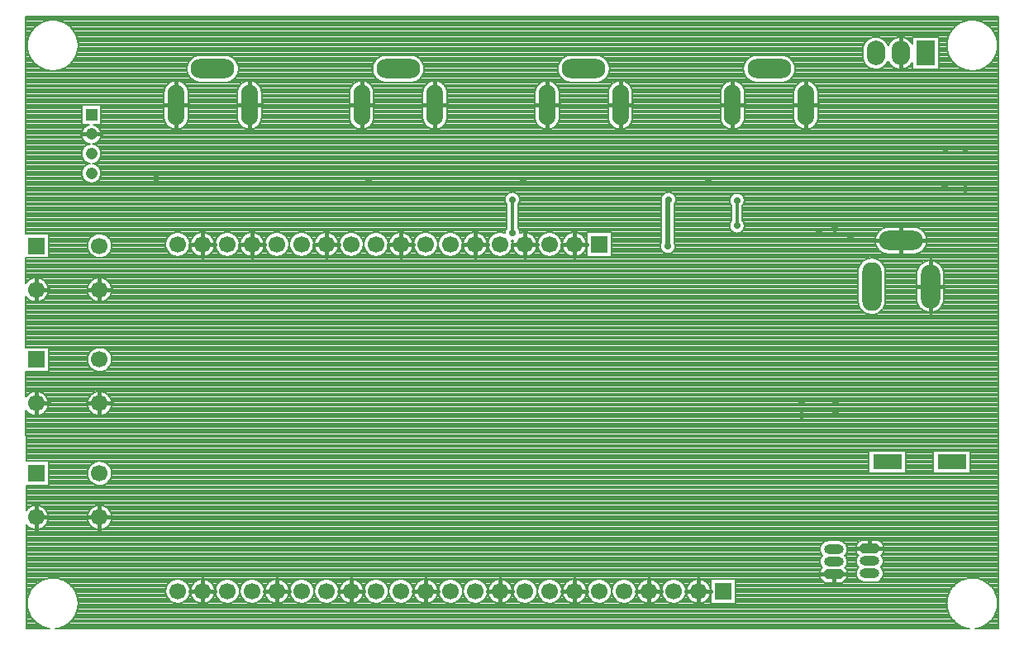
<source format=gbl>
G04 DipTrace 4.2.0.1*
G04 Led_Race.gbl*
%MOIN*%
G04 #@! TF.FileFunction,Copper,L2,Bot*
G04 #@! TF.Part,Single*
%AMOUTLINE42*
4,1,8,
0.029528,-0.019685,
0.03937,-0.009843,
0.03937,0.009843,
0.029528,0.019685,
-0.029528,0.019685,
-0.03937,0.009843,
-0.03937,-0.009843,
-0.029528,-0.019685,
0.029528,-0.019685,
0*%
%AMOUTLINE45*
4,1,8,
-0.029528,0.019685,
-0.03937,0.009843,
-0.03937,-0.009843,
-0.029528,-0.019685,
0.029528,-0.019685,
0.03937,-0.009843,
0.03937,0.009843,
0.029528,0.019685,
-0.029528,0.019685,
0*%
G04 #@! TA.AperFunction,Conductor*
%ADD15C,0.019685*%
%ADD16C,0.012992*%
G04 #@! TA.AperFunction,CopperBalancing*
%ADD19C,0.008071*%
%ADD20C,0.015748*%
G04 #@! TA.AperFunction,ComponentPad*
%ADD25R,0.066929X0.066929*%
%ADD26C,0.066929*%
%ADD27O,0.177165X0.07874*%
%ADD28O,0.066929X0.165354*%
%ADD30R,0.047559X0.047559*%
%ADD31C,0.047559*%
%ADD32O,0.07874X0.177165*%
%ADD33O,0.07874X0.19685*%
%ADD34R,0.074803X0.098425*%
%ADD35O,0.074803X0.098425*%
%ADD36R,0.11811X0.059055*%
%ADD37O,0.07874X0.03937*%
G04 #@! TA.AperFunction,ViaPad*
%ADD38C,0.028622*%
G04 #@! TA.AperFunction,ComponentPad*
%ADD125OUTLINE42*%
%ADD128OUTLINE45*%
%FSLAX26Y26*%
G04*
G70*
G90*
G75*
G01*
G04 Bottom*
%LPD*%
X1980315Y181102D2*
D15*
X1976378Y177165D1*
Y-7874D1*
X1350394Y47244D2*
D16*
Y181102D1*
X2255906Y74803D2*
Y177165D1*
D38*
X1980315Y181102D3*
X1976378Y-7874D3*
X1350394Y47244D3*
Y181102D3*
X2255906Y74803D3*
Y177165D3*
X771654Y251969D3*
X1393701D3*
X-86614Y267717D3*
X2141732Y259843D3*
X2586614Y51181D3*
X2649606Y62992D3*
X2712598Y31496D3*
X2515748Y-637795D3*
Y-688976D3*
X2653543Y-685039D3*
Y-637795D3*
X3098425Y385827D3*
X3177165D3*
X3094488Y228346D3*
X3177165Y224409D3*
X-613248Y913222D2*
D19*
X3310117D1*
X-613232Y905282D2*
X-516908D1*
X-490963D2*
X3191757D1*
X3217694D2*
X3310117D1*
X-613224Y897343D2*
X-546055D1*
X-461817D2*
X3162603D1*
X3246841D2*
X3310117D1*
X-613209Y889403D2*
X-560778D1*
X-447102D2*
X3147888D1*
X3261564D2*
X3310117D1*
X-613201Y881463D2*
X-571426D1*
X-436453D2*
X3137239D1*
X3272212D2*
X3310117D1*
X-613185Y873524D2*
X-579757D1*
X-428123D2*
X3128908D1*
X3280543D2*
X3310117D1*
X-613169Y865584D2*
X-586480D1*
X-421392D2*
X3122177D1*
X3287266D2*
X3310117D1*
X-613161Y857644D2*
X-591974D1*
X-415898D2*
X3116684D1*
X3292760D2*
X3310117D1*
X-613146Y849705D2*
X-596458D1*
X-411413D2*
X3112199D1*
X3297244D2*
X3310117D1*
X-613138Y841765D2*
X-600076D1*
X-407803D2*
X3108589D1*
X3300862D2*
X3310117D1*
X-613122Y833825D2*
X-602914D1*
X-404958D2*
X2797183D1*
X2834312D2*
X2897170D1*
X2934323D2*
X2961532D1*
X3069967D2*
X3105744D1*
X3303707D2*
X3310117D1*
X-613106Y825886D2*
X-605057D1*
X-402822D2*
X2782507D1*
X2848988D2*
X2882495D1*
X2948999D2*
X2961532D1*
X3069967D2*
X3103608D1*
X3305843D2*
X3310117D1*
X-613098Y817946D2*
X-606531D1*
X-401348D2*
X2774161D1*
X2857335D2*
X2874156D1*
X2957338D2*
X2961532D1*
X3069967D2*
X3102134D1*
X-613082Y810007D2*
X-607367D1*
X-400505D2*
X2768596D1*
X2862899D2*
X2868599D1*
X3069967D2*
X3101291D1*
X-613075Y802067D2*
X-607595D1*
X-400284D2*
X2764876D1*
X3069967D2*
X3101070D1*
X-613059Y794127D2*
X-607201D1*
X-400671D2*
X2762606D1*
X3069967D2*
X3101456D1*
X-613051Y786188D2*
X-606192D1*
X-401687D2*
X2761597D1*
X3069967D2*
X3102473D1*
X-613035Y778248D2*
X-604537D1*
X-403335D2*
X2761534D1*
X3069967D2*
X3104120D1*
X3305323D2*
X3310117D1*
X-613019Y770308D2*
X-602212D1*
X-405660D2*
X2761534D1*
X3069967D2*
X3106446D1*
X3302998D2*
X3310117D1*
X-613012Y762369D2*
X-599170D1*
X-408702D2*
X78216D1*
X205251D2*
X826245D1*
X953280D2*
X1574274D1*
X1701317D2*
X2322310D1*
X2449346D2*
X2761534D1*
X3069967D2*
X3109496D1*
X3299956D2*
X3310117D1*
X-612996Y754429D2*
X-595323D1*
X-412548D2*
X60537D1*
X222930D2*
X808566D1*
X970959D2*
X1556595D1*
X1718996D2*
X2304632D1*
X2467025D2*
X2761802D1*
X3069967D2*
X3113334D1*
X3296117D2*
X3310117D1*
X-612988Y746490D2*
X-590587D1*
X-417285D2*
X51268D1*
X232199D2*
X799297D1*
X980228D2*
X1547334D1*
X1728257D2*
X2295363D1*
X2476294D2*
X2763229D1*
X3069967D2*
X3118079D1*
X3291372D2*
X3310117D1*
X-612972Y738550D2*
X-584778D1*
X-423094D2*
X45097D1*
X238370D2*
X793126D1*
X986407D2*
X1541155D1*
X1734436D2*
X2289184D1*
X2482465D2*
X2765956D1*
X3069967D2*
X3123880D1*
X3285571D2*
X3310117D1*
X-612956Y730610D2*
X-577661D1*
X-430211D2*
X40872D1*
X242595D2*
X788901D1*
X990624D2*
X1536930D1*
X1738661D2*
X2284967D1*
X2486690D2*
X2770236D1*
X2861260D2*
X2870239D1*
X3069967D2*
X3130997D1*
X3278446D2*
X3310117D1*
X-612949Y722671D2*
X-568794D1*
X-439078D2*
X38137D1*
X245330D2*
X786166D1*
X993359D2*
X1534195D1*
X1741388D2*
X2282232D1*
X2489425D2*
X2776580D1*
X2854915D2*
X2876583D1*
X2954910D2*
X2961532D1*
X3069967D2*
X3139872D1*
X3269579D2*
X3310117D1*
X-612933Y714731D2*
X-557294D1*
X-450585D2*
X36671D1*
X246796D2*
X784700D1*
X994825D2*
X1532729D1*
X1742862D2*
X2280766D1*
X2490891D2*
X2786330D1*
X2845165D2*
X2886341D1*
X2945153D2*
X2961532D1*
X3069967D2*
X3151371D1*
X3258080D2*
X3310117D1*
X-612925Y706791D2*
X-540719D1*
X-467153D2*
X36364D1*
X247095D2*
X784401D1*
X995132D2*
X1532430D1*
X1743161D2*
X2280459D1*
X2491190D2*
X2808675D1*
X2822821D2*
X2908717D1*
X2922777D2*
X2961532D1*
X3069967D2*
X3167946D1*
X3241505D2*
X3310117D1*
X-612909Y698852D2*
X37207D1*
X246252D2*
X785244D1*
X994289D2*
X1533273D1*
X1742318D2*
X2281302D1*
X2490347D2*
X3310117D1*
X-612893Y690912D2*
X39256D1*
X244211D2*
X787285D1*
X992240D2*
X1535322D1*
X1740269D2*
X2283351D1*
X2488305D2*
X3310117D1*
X-612885Y682972D2*
X42653D1*
X240814D2*
X790682D1*
X988843D2*
X1538719D1*
X1736872D2*
X2286748D1*
X2484908D2*
X3310117D1*
X-612870Y675033D2*
X47713D1*
X235754D2*
X795742D1*
X983783D2*
X1543779D1*
X1731812D2*
X2291808D1*
X2479848D2*
X3310117D1*
X-612862Y667093D2*
X55122D1*
X228345D2*
X803151D1*
X976374D2*
X1551188D1*
X1724403D2*
X2299217D1*
X2472440D2*
X3310117D1*
X-612846Y659154D2*
X-22316D1*
X10502D2*
X66897D1*
X216562D2*
X272965D1*
X305775D2*
X725721D1*
X758531D2*
X814934D1*
X964598D2*
X1020994D1*
X1053811D2*
X1473750D1*
X1506560D2*
X1562963D1*
X1712627D2*
X1769030D1*
X1801840D2*
X2221779D1*
X2254597D2*
X2310992D1*
X2460656D2*
X2517059D1*
X2549869D2*
X3310117D1*
X-612830Y651214D2*
X-37141D1*
X25328D2*
X258139D1*
X320608D2*
X710888D1*
X773357D2*
X1006168D1*
X1068637D2*
X1458925D1*
X1521394D2*
X1754197D1*
X1816666D2*
X2206954D1*
X2269423D2*
X2502234D1*
X2564695D2*
X3310117D1*
X-612822Y643274D2*
X-45212D1*
X33399D2*
X250060D1*
X328679D2*
X702817D1*
X781435D2*
X998097D1*
X1076708D2*
X1450854D1*
X1529464D2*
X1746126D1*
X1824737D2*
X2198883D1*
X2277493D2*
X2494155D1*
X2572774D2*
X3310117D1*
X-612807Y635335D2*
X-50445D1*
X38632D2*
X244827D1*
X333912D2*
X697584D1*
X786669D2*
X992864D1*
X1081941D2*
X1445620D1*
X1534698D2*
X1740893D1*
X1829970D2*
X2193649D1*
X2282727D2*
X2488922D1*
X2578007D2*
X3310117D1*
X-612799Y627395D2*
X-53795D1*
X41982D2*
X241477D1*
X337262D2*
X694234D1*
X790019D2*
X989514D1*
X1085291D2*
X1442271D1*
X1538048D2*
X1737543D1*
X1833320D2*
X2190300D1*
X2286077D2*
X2485572D1*
X2581357D2*
X3310117D1*
X-612783Y619455D2*
X-55647D1*
X43842D2*
X239625D1*
X339114D2*
X692382D1*
X791871D2*
X987654D1*
X1087143D2*
X1440411D1*
X1539900D2*
X1735691D1*
X1835180D2*
X2188440D1*
X2287937D2*
X2483720D1*
X2583209D2*
X3310117D1*
X-612767Y611516D2*
X-56183D1*
X44378D2*
X239089D1*
X339650D2*
X691846D1*
X792407D2*
X987118D1*
X1087679D2*
X1439875D1*
X1540436D2*
X1735155D1*
X1835716D2*
X2187912D1*
X2288465D2*
X2483184D1*
X2583745D2*
X3310117D1*
X-612759Y603576D2*
X-56183D1*
X44378D2*
X239089D1*
X339650D2*
X691846D1*
X792407D2*
X987118D1*
X1087679D2*
X1439875D1*
X1540436D2*
X1735155D1*
X1835716D2*
X2187912D1*
X2288465D2*
X2483184D1*
X2583745D2*
X3310117D1*
X-612744Y595636D2*
X-56183D1*
X44378D2*
X239089D1*
X339650D2*
X691846D1*
X792407D2*
X987118D1*
X1087679D2*
X1439875D1*
X1540436D2*
X1735155D1*
X1835716D2*
X2187912D1*
X2288465D2*
X2483184D1*
X2583745D2*
X3310117D1*
X-612736Y587697D2*
X-56183D1*
X44378D2*
X239089D1*
X339650D2*
X691846D1*
X792407D2*
X987118D1*
X1087679D2*
X1439875D1*
X1540436D2*
X1735155D1*
X1835716D2*
X2187912D1*
X2288465D2*
X2483184D1*
X2583745D2*
X3310117D1*
X-612720Y579757D2*
X-56183D1*
X44378D2*
X239089D1*
X339650D2*
X691846D1*
X792407D2*
X987118D1*
X1087679D2*
X1439875D1*
X1540436D2*
X1735155D1*
X1835716D2*
X2187912D1*
X2288465D2*
X2483184D1*
X2583745D2*
X3310117D1*
X-612704Y571818D2*
X-56183D1*
X44378D2*
X239089D1*
X339650D2*
X691846D1*
X792407D2*
X987118D1*
X1087679D2*
X1439875D1*
X1540436D2*
X1735155D1*
X1835716D2*
X2187912D1*
X2288465D2*
X2483184D1*
X2583745D2*
X3310117D1*
X-612696Y563878D2*
X-56183D1*
X44378D2*
X239089D1*
X339650D2*
X691846D1*
X792407D2*
X987118D1*
X1087679D2*
X1439875D1*
X1540436D2*
X1735155D1*
X1835716D2*
X2187912D1*
X2288465D2*
X2483184D1*
X2583745D2*
X3310117D1*
X-612681Y555938D2*
X-388626D1*
X-307430D2*
X-56183D1*
X44378D2*
X239089D1*
X339650D2*
X691846D1*
X792407D2*
X987118D1*
X1087679D2*
X1439875D1*
X1540436D2*
X1735155D1*
X1835716D2*
X2187912D1*
X2288465D2*
X2483184D1*
X2583745D2*
X3310117D1*
X-612673Y547999D2*
X-388626D1*
X-307430D2*
X-56183D1*
X44378D2*
X239089D1*
X339650D2*
X691846D1*
X792407D2*
X987118D1*
X1087679D2*
X1439875D1*
X1540436D2*
X1735155D1*
X1835716D2*
X2187912D1*
X2288465D2*
X2483184D1*
X2583745D2*
X3310117D1*
X-612657Y540059D2*
X-388626D1*
X-307430D2*
X-56183D1*
X44378D2*
X239089D1*
X339650D2*
X691846D1*
X792407D2*
X987118D1*
X1087679D2*
X1439875D1*
X1540436D2*
X1735155D1*
X1835716D2*
X2187912D1*
X2288465D2*
X2483184D1*
X2583745D2*
X3310117D1*
X-612641Y532119D2*
X-388626D1*
X-307430D2*
X-56183D1*
X44378D2*
X239089D1*
X339650D2*
X691846D1*
X792407D2*
X987118D1*
X1087679D2*
X1439875D1*
X1540436D2*
X1735155D1*
X1835716D2*
X2187912D1*
X2288465D2*
X2483184D1*
X2583745D2*
X3310117D1*
X-612633Y524180D2*
X-388626D1*
X-307430D2*
X-56183D1*
X44378D2*
X239089D1*
X339650D2*
X691846D1*
X792407D2*
X987118D1*
X1087679D2*
X1439875D1*
X1540436D2*
X1735155D1*
X1835716D2*
X2187912D1*
X2288465D2*
X2483184D1*
X2583745D2*
X3310117D1*
X-612617Y516240D2*
X-388626D1*
X-307430D2*
X-56183D1*
X44378D2*
X239089D1*
X339650D2*
X691846D1*
X792407D2*
X987118D1*
X1087679D2*
X1439875D1*
X1540436D2*
X1735155D1*
X1835716D2*
X2187912D1*
X2288465D2*
X2483184D1*
X2583745D2*
X3310117D1*
X-612610Y508301D2*
X-388626D1*
X-307430D2*
X-55884D1*
X44070D2*
X239396D1*
X339343D2*
X692153D1*
X792099D2*
X987425D1*
X1087380D2*
X1440182D1*
X1540136D2*
X1735454D1*
X1835409D2*
X2188211D1*
X2288165D2*
X2483491D1*
X2583438D2*
X3310117D1*
X-612594Y500361D2*
X-388626D1*
X-307430D2*
X-54331D1*
X42518D2*
X240941D1*
X337798D2*
X693698D1*
X790555D2*
X988978D1*
X1085827D2*
X1441735D1*
X1538584D2*
X1737007D1*
X1833856D2*
X2189764D1*
X2286613D2*
X2485036D1*
X2581893D2*
X3310117D1*
X-612578Y492421D2*
X-388626D1*
X-307430D2*
X-51336D1*
X39523D2*
X243936D1*
X334803D2*
X696693D1*
X787560D2*
X991973D1*
X1082832D2*
X1444722D1*
X1535589D2*
X1740002D1*
X1830861D2*
X2192759D1*
X2283618D2*
X2488031D1*
X2578898D2*
X3310117D1*
X-612570Y484482D2*
X-388626D1*
X-307430D2*
X-46575D1*
X34762D2*
X248697D1*
X330042D2*
X701454D1*
X782799D2*
X996734D1*
X1078071D2*
X1449483D1*
X1530828D2*
X1744763D1*
X1826108D2*
X2197519D1*
X2278857D2*
X2492792D1*
X2574137D2*
X3310117D1*
X-612554Y476542D2*
X-372484D1*
X-323572D2*
X-39285D1*
X27472D2*
X255995D1*
X322752D2*
X708744D1*
X775508D2*
X1004024D1*
X1070781D2*
X1456781D1*
X1523537D2*
X1752053D1*
X1818810D2*
X2204810D1*
X2271566D2*
X2500082D1*
X2566847D2*
X3310117D1*
X-612547Y468602D2*
X-380523D1*
X-315532D2*
X-26879D1*
X15066D2*
X268401D1*
X310338D2*
X721158D1*
X763095D2*
X1016430D1*
X1058375D2*
X1469187D1*
X1511132D2*
X1764459D1*
X1806404D2*
X2217216D1*
X2259161D2*
X2512496D1*
X2554433D2*
X3310117D1*
X-612531Y460663D2*
X-385213D1*
X-310843D2*
X3310117D1*
X-612515Y452723D2*
X-387774D1*
X-308281D2*
X3310117D1*
X-612507Y444783D2*
X-388618D1*
X-307430D2*
X3310117D1*
X-612491Y436844D2*
X-387869D1*
X-308187D2*
X3310117D1*
X-612483Y428904D2*
X-385418D1*
X-310638D2*
X3310117D1*
X-612468Y420965D2*
X-380886D1*
X-315170D2*
X3310117D1*
X-612452Y413025D2*
X-373115D1*
X-322941D2*
X3310117D1*
X-612444Y405085D2*
X-355152D1*
X-340904D2*
X3310117D1*
X-612428Y397146D2*
X-373343D1*
X-322713D2*
X3310117D1*
X-612420Y389206D2*
X-381012D1*
X-315044D2*
X3310117D1*
X-612405Y381266D2*
X-385497D1*
X-310559D2*
X3310117D1*
X-612389Y373327D2*
X-387901D1*
X-308147D2*
X3310117D1*
X-612381Y365387D2*
X-388618D1*
X-307438D2*
X3310117D1*
X-612365Y357448D2*
X-387735D1*
X-308321D2*
X3310117D1*
X-612357Y349508D2*
X-385134D1*
X-310922D2*
X3310117D1*
X-612342Y341568D2*
X-380389D1*
X-315666D2*
X3310117D1*
X-612326Y333629D2*
X-372240D1*
X-323816D2*
X3310117D1*
X-612318Y325689D2*
X-358376D1*
X-337680D2*
X3310117D1*
X-612302Y317749D2*
X-374163D1*
X-321893D2*
X3310117D1*
X-612294Y309810D2*
X-381477D1*
X-314579D2*
X3310117D1*
X-612279Y301870D2*
X-385765D1*
X-310291D2*
X3310117D1*
X-612263Y293930D2*
X-388027D1*
X-308029D2*
X3310117D1*
X-612255Y285991D2*
X-388610D1*
X-307446D2*
X3310117D1*
X-612239Y278051D2*
X-387585D1*
X-308470D2*
X3310117D1*
X-612231Y270112D2*
X-384827D1*
X-311221D2*
X3310117D1*
X-612216Y262172D2*
X-379877D1*
X-316179D2*
X3310117D1*
X-612200Y254232D2*
X-371310D1*
X-324746D2*
X3310117D1*
X-612192Y246293D2*
X3310117D1*
X-612176Y238353D2*
X3310117D1*
X-612168Y230413D2*
X3310117D1*
X-612152Y222474D2*
X3310117D1*
X-612137Y214534D2*
X3310117D1*
X-612129Y206594D2*
X1333172D1*
X1367614D2*
X1963094D1*
X1997535D2*
X2247805D1*
X2264000D2*
X3310117D1*
X-612113Y198655D2*
X1324865D1*
X1375921D2*
X1954787D1*
X2005843D2*
X2233712D1*
X2278100D2*
X3310117D1*
X-612105Y190715D2*
X1320829D1*
X1379956D2*
X1950751D1*
X2009878D2*
X2227974D1*
X2283838D2*
X3310117D1*
X-612089Y182776D2*
X1319316D1*
X1381470D2*
X1949238D1*
X2011391D2*
X2225302D1*
X2286510D2*
X3310117D1*
X-612074Y174836D2*
X1319923D1*
X1380863D2*
X1949719D1*
X2010784D2*
X2224869D1*
X2286944D2*
X3310117D1*
X-612066Y166896D2*
X1322800D1*
X1377986D2*
X1949719D1*
X2007908D2*
X2226571D1*
X2285241D2*
X3310117D1*
X-612050Y158957D2*
X1327080D1*
X1373706D2*
X1949719D1*
X2003037D2*
X2230859D1*
X2280954D2*
X3310117D1*
X-612042Y151017D2*
X1327080D1*
X1373706D2*
X1949719D1*
X2003037D2*
X2232593D1*
X2279220D2*
X3310117D1*
X-612026Y143077D2*
X1327080D1*
X1373706D2*
X1949719D1*
X2003037D2*
X2232593D1*
X2279220D2*
X3310117D1*
X-612011Y135138D2*
X1327080D1*
X1373706D2*
X1949719D1*
X2003037D2*
X2232593D1*
X2279220D2*
X3310117D1*
X-612003Y127198D2*
X1327080D1*
X1373706D2*
X1949719D1*
X2003037D2*
X2232593D1*
X2279220D2*
X3310117D1*
X-611987Y119259D2*
X1327080D1*
X1373706D2*
X1949719D1*
X2003037D2*
X2232593D1*
X2279220D2*
X3310117D1*
X-611979Y111319D2*
X1327080D1*
X1373706D2*
X1949719D1*
X2003037D2*
X2232593D1*
X2279220D2*
X3310117D1*
X-611963Y103379D2*
X1327080D1*
X1373706D2*
X1949719D1*
X2003037D2*
X2232593D1*
X2279220D2*
X3310117D1*
X-611948Y95440D2*
X1327080D1*
X1373706D2*
X1949719D1*
X2003037D2*
X2232593D1*
X2279220D2*
X3310117D1*
X-611940Y87500D2*
X1327080D1*
X1373706D2*
X1949719D1*
X2003037D2*
X2227564D1*
X2284248D2*
X3310117D1*
X-611924Y79560D2*
X1327080D1*
X1373706D2*
X1949719D1*
X2003037D2*
X2225153D1*
X2286652D2*
X3310117D1*
X-611916Y71621D2*
X1327080D1*
X1373706D2*
X1949719D1*
X2003037D2*
X2224948D1*
X2286865D2*
X3310117D1*
X-611900Y63681D2*
X1324108D1*
X1376678D2*
X1949719D1*
X2003037D2*
X2226895D1*
X2284918D2*
X2839571D1*
X2995075D2*
X3310117D1*
X-611884Y55741D2*
X1320483D1*
X1380303D2*
X1949719D1*
X2003037D2*
X2231521D1*
X2280291D2*
X2829002D1*
X3005645D2*
X3310117D1*
X-611877Y47802D2*
X-13551D1*
X13552D2*
X86444D1*
X113556D2*
X186447D1*
X213559D2*
X286442D1*
X313554D2*
X386445D1*
X413557D2*
X486448D1*
X513552D2*
X586444D1*
X613555D2*
X686447D1*
X713558D2*
X786442D1*
X813553D2*
X886445D1*
X913557D2*
X986448D1*
X1013552D2*
X1086443D1*
X1113555D2*
X1186446D1*
X1213558D2*
X1286442D1*
X1313553D2*
X1319277D1*
X1381517D2*
X1386445D1*
X1413556D2*
X1486448D1*
X1513551D2*
X1586443D1*
X1613554D2*
X1649717D1*
X1750278D2*
X1949719D1*
X2003037D2*
X2241310D1*
X2270502D2*
X2822145D1*
X3012502D2*
X3310117D1*
X-520583Y39862D2*
X-335479D1*
X-294441D2*
X-30111D1*
X30104D2*
X69892D1*
X130107D2*
X169896D1*
X230110D2*
X269891D1*
X330105D2*
X369894D1*
X430108D2*
X469889D1*
X530112D2*
X569892D1*
X630107D2*
X669895D1*
X730110D2*
X769890D1*
X830105D2*
X869893D1*
X930108D2*
X969889D1*
X1030111D2*
X1069892D1*
X1130106D2*
X1169895D1*
X1230109D2*
X1269890D1*
X1430108D2*
X1469896D1*
X1530111D2*
X1569891D1*
X1630106D2*
X1649717D1*
X1750278D2*
X1949719D1*
X2003037D2*
X2817455D1*
X3017192D2*
X3310117D1*
X-520583Y31923D2*
X-348114D1*
X-281807D2*
X-38599D1*
X38601D2*
X61396D1*
X138604D2*
X161399D1*
X238599D2*
X261394D1*
X338602D2*
X361397D1*
X438605D2*
X461400D1*
X538600D2*
X561396D1*
X638603D2*
X661399D1*
X738598D2*
X761394D1*
X838601D2*
X861397D1*
X938605D2*
X961400D1*
X1038600D2*
X1061395D1*
X1138603D2*
X1161398D1*
X1238606D2*
X1261401D1*
X1438604D2*
X1461400D1*
X1538599D2*
X1561395D1*
X1638602D2*
X1649717D1*
X1750278D2*
X1949719D1*
X2003037D2*
X2814342D1*
X3020305D2*
X3310117D1*
X-520583Y23983D2*
X-355483D1*
X-274437D2*
X-44077D1*
X44078D2*
X55926D1*
X144081D2*
X155921D1*
X244077D2*
X255924D1*
X344080D2*
X355920D1*
X444075D2*
X455923D1*
X544078D2*
X555926D1*
X644081D2*
X655921D1*
X744076D2*
X755924D1*
X844079D2*
X855919D1*
X944074D2*
X955922D1*
X1044078D2*
X1055925D1*
X1144081D2*
X1155921D1*
X1244076D2*
X1255924D1*
X1444074D2*
X1455922D1*
X1544077D2*
X1555925D1*
X1644080D2*
X1649717D1*
X1750278D2*
X1949719D1*
X2003037D2*
X2812545D1*
X3022102D2*
X3310117D1*
X-520583Y16043D2*
X-360299D1*
X-269621D2*
X-47608D1*
X47609D2*
X52395D1*
X147605D2*
X152390D1*
X247608D2*
X252393D1*
X347603D2*
X352396D1*
X447606D2*
X452392D1*
X547609D2*
X552395D1*
X647604D2*
X652398D1*
X747607D2*
X752393D1*
X847602D2*
X852396D1*
X947605D2*
X952391D1*
X1047609D2*
X1052394D1*
X1147604D2*
X1152397D1*
X1247607D2*
X1252393D1*
X1347602D2*
X1352396D1*
X1447605D2*
X1452391D1*
X1547608D2*
X1552394D1*
X1750278D2*
X1949719D1*
X2003037D2*
X2811930D1*
X3022717D2*
X3310117D1*
X-520583Y8104D2*
X-363325D1*
X-266595D2*
X-49610D1*
X1750278D2*
X1949719D1*
X2003037D2*
X2812458D1*
X3022189D2*
X3310117D1*
X-520583Y164D2*
X-364910D1*
X-265011D2*
X-50280D1*
X1750278D2*
X1946337D1*
X2006418D2*
X2814160D1*
X3020486D2*
X3310117D1*
X-520583Y-7776D2*
X-365186D1*
X-264735D2*
X-49665D1*
X1750278D2*
X1945250D1*
X2007506D2*
X2817171D1*
X3017475D2*
X3310117D1*
X-520583Y-15715D2*
X-364177D1*
X-265744D2*
X-47718D1*
X47720D2*
X52285D1*
X147715D2*
X152280D1*
X247718D2*
X252283D1*
X347721D2*
X352286D1*
X447716D2*
X452281D1*
X547719D2*
X552284D1*
X647714D2*
X652280D1*
X747718D2*
X752283D1*
X847721D2*
X852286D1*
X947716D2*
X952281D1*
X1047719D2*
X1052284D1*
X1147714D2*
X1152279D1*
X1247717D2*
X1252282D1*
X1347720D2*
X1352285D1*
X1447715D2*
X1452281D1*
X1547719D2*
X1552284D1*
X1750278D2*
X1946282D1*
X2006473D2*
X2821735D1*
X3012912D2*
X3310117D1*
X-520583Y-23655D2*
X-361796D1*
X-268124D2*
X-44258D1*
X44260D2*
X55745D1*
X144255D2*
X155740D1*
X244258D2*
X255743D1*
X344261D2*
X355738D1*
X444256D2*
X455741D1*
X544259D2*
X555744D1*
X644254D2*
X655740D1*
X744257D2*
X755743D1*
X844261D2*
X855746D1*
X944256D2*
X955741D1*
X1044259D2*
X1055744D1*
X1144254D2*
X1155739D1*
X1244257D2*
X1255742D1*
X1344260D2*
X1355745D1*
X1444255D2*
X1455741D1*
X1544258D2*
X1555744D1*
X1644262D2*
X1649717D1*
X1750278D2*
X1949679D1*
X2003076D2*
X2828395D1*
X3006252D2*
X3310117D1*
X-520583Y-31594D2*
X-357808D1*
X-272112D2*
X-38875D1*
X38876D2*
X61120D1*
X138879D2*
X161123D1*
X238875D2*
X261126D1*
X338878D2*
X361121D1*
X438881D2*
X461125D1*
X538876D2*
X561120D1*
X638879D2*
X661123D1*
X738874D2*
X761126D1*
X838877D2*
X861121D1*
X938880D2*
X961124D1*
X1038876D2*
X1061119D1*
X1138879D2*
X1161122D1*
X1238874D2*
X1261126D1*
X1338877D2*
X1361121D1*
X1438880D2*
X1461124D1*
X1538875D2*
X1561127D1*
X1638878D2*
X1649717D1*
X1750278D2*
X1956686D1*
X1996069D2*
X2838570D1*
X2996069D2*
X3310117D1*
X-520583Y-39534D2*
X-351684D1*
X-278236D2*
X-30552D1*
X30545D2*
X69451D1*
X130549D2*
X169454D1*
X230552D2*
X269449D1*
X330547D2*
X369452D1*
X430550D2*
X469448D1*
X530545D2*
X569451D1*
X630548D2*
X669454D1*
X730551D2*
X769449D1*
X830546D2*
X869452D1*
X930549D2*
X969447D1*
X1030553D2*
X1069450D1*
X1130548D2*
X1169453D1*
X1230551D2*
X1269449D1*
X1330546D2*
X1369452D1*
X1430549D2*
X1469455D1*
X1530552D2*
X1569450D1*
X1630547D2*
X1649717D1*
X1750278D2*
X2864044D1*
X2970595D2*
X3310117D1*
X-520583Y-47474D2*
X-341974D1*
X-287946D2*
X-14726D1*
X14727D2*
X85270D1*
X114730D2*
X185273D1*
X214725D2*
X285276D1*
X314728D2*
X385271D1*
X414723D2*
X485274D1*
X514726D2*
X585269D1*
X614730D2*
X685272D1*
X714725D2*
X785275D1*
X814728D2*
X885271D1*
X914731D2*
X985274D1*
X1014726D2*
X1085277D1*
X1114729D2*
X1185272D1*
X1214724D2*
X1285275D1*
X1314727D2*
X1385270D1*
X1414731D2*
X1485273D1*
X1514726D2*
X1585276D1*
X1614729D2*
X1649717D1*
X1750278D2*
X3310117D1*
X-611711Y-55413D2*
X2790586D1*
X2807838D2*
X3310117D1*
X-611695Y-63353D2*
X2768935D1*
X2829497D2*
X3310117D1*
X-611687Y-71293D2*
X2759036D1*
X2839388D2*
X3008421D1*
X3062440D2*
X3310117D1*
X-611672Y-79232D2*
X2752518D1*
X2845906D2*
X2997229D1*
X3073632D2*
X3310117D1*
X-611664Y-87172D2*
X2748057D1*
X2850367D2*
X2990088D1*
X3080781D2*
X3310117D1*
X-611648Y-95112D2*
X2745132D1*
X2853291D2*
X2985193D1*
X3085668D2*
X3310117D1*
X-611632Y-103051D2*
X2743493D1*
X2854931D2*
X2981930D1*
X3088939D2*
X3310117D1*
X-611624Y-110991D2*
X2743028D1*
X2855396D2*
X2979999D1*
X3090870D2*
X3310117D1*
X-611609Y-118930D2*
X2743028D1*
X2855396D2*
X2979258D1*
X3091603D2*
X3310117D1*
X-611601Y-126870D2*
X2743028D1*
X2855396D2*
X2979251D1*
X3091618D2*
X3310117D1*
X-611585Y-134810D2*
X-584171D1*
X-557564D2*
X-328260D1*
X-301661D2*
X2743028D1*
X2855396D2*
X2979251D1*
X3091618D2*
X3310117D1*
X-611569Y-142749D2*
X-600880D1*
X-540847D2*
X-344977D1*
X-284943D2*
X2743028D1*
X2855396D2*
X2979251D1*
X3091618D2*
X3310117D1*
X-532319Y-150689D2*
X-353505D1*
X-276415D2*
X2743028D1*
X2855396D2*
X2979251D1*
X3091618D2*
X3310117D1*
X-526825Y-158629D2*
X-358998D1*
X-270922D2*
X2743028D1*
X2855396D2*
X2979251D1*
X3091618D2*
X3310117D1*
X-523286Y-166568D2*
X-362545D1*
X-267375D2*
X2743028D1*
X2855396D2*
X2979251D1*
X3091618D2*
X3310117D1*
X-521269Y-174508D2*
X-364563D1*
X-265357D2*
X2743028D1*
X2855396D2*
X2979251D1*
X3091618D2*
X3310117D1*
X-520591Y-182448D2*
X-365241D1*
X-264680D2*
X2743028D1*
X2855396D2*
X2979251D1*
X3091618D2*
X3310117D1*
X-521190Y-190387D2*
X-364634D1*
X-265286D2*
X2743028D1*
X2855396D2*
X2979251D1*
X3091618D2*
X3310117D1*
X-523129Y-198327D2*
X-362703D1*
X-267218D2*
X2743028D1*
X2855396D2*
X2979251D1*
X3091618D2*
X3310117D1*
X-526573Y-206266D2*
X-359258D1*
X-270670D2*
X2743028D1*
X2855396D2*
X2979251D1*
X3091618D2*
X3310117D1*
X-531932Y-214206D2*
X-353891D1*
X-276029D2*
X2743028D1*
X2855396D2*
X2979251D1*
X3091618D2*
X3310117D1*
X-611443Y-222146D2*
X-601503D1*
X-540232D2*
X-345599D1*
X-284321D2*
X2743028D1*
X2855396D2*
X2979369D1*
X3091500D2*
X3310117D1*
X-611435Y-230085D2*
X-585818D1*
X-555916D2*
X-329915D1*
X-300005D2*
X2743052D1*
X2855372D2*
X2980472D1*
X3090397D2*
X3310117D1*
X-611419Y-238025D2*
X2743879D1*
X2854545D2*
X2982805D1*
X3088064D2*
X3310117D1*
X-611412Y-245965D2*
X2745905D1*
X2852519D2*
X2986533D1*
X3084328D2*
X3310117D1*
X-611396Y-253904D2*
X2749278D1*
X2849146D2*
X2992043D1*
X3078826D2*
X3310117D1*
X-611380Y-261844D2*
X2754307D1*
X2844117D2*
X3000153D1*
X3070716D2*
X3310117D1*
X-611372Y-269783D2*
X2761668D1*
X2836756D2*
X3013717D1*
X3057152D2*
X3310117D1*
X-611356Y-277723D2*
X2773333D1*
X2825091D2*
X3310117D1*
X-611349Y-285663D2*
X3310117D1*
X-611333Y-293602D2*
X3310117D1*
X-611317Y-301542D2*
X3310117D1*
X-611309Y-309482D2*
X3310117D1*
X-611293Y-317421D2*
X3310117D1*
X-611285Y-325361D2*
X3310117D1*
X-611270Y-333301D2*
X3310117D1*
X-611254Y-341240D2*
X3310117D1*
X-611246Y-349180D2*
X3310117D1*
X-611230Y-357119D2*
X3310117D1*
X-611222Y-365059D2*
X3310117D1*
X-611207Y-372999D2*
X3310117D1*
X-611191Y-380938D2*
X3310117D1*
X-611183Y-388878D2*
X3310117D1*
X-611167Y-396818D2*
X3310117D1*
X-611159Y-404757D2*
X3310117D1*
X-611144Y-412697D2*
X3310117D1*
X-520583Y-420636D2*
X-337741D1*
X-292179D2*
X3310117D1*
X-520583Y-428576D2*
X-349288D1*
X-280632D2*
X3310117D1*
X-520583Y-436516D2*
X-356248D1*
X-273673D2*
X3310117D1*
X-520583Y-444455D2*
X-360788D1*
X-269133D2*
X3310117D1*
X-520583Y-452395D2*
X-363617D1*
X-266303D2*
X3310117D1*
X-520583Y-460335D2*
X-365020D1*
X-264900D2*
X3310117D1*
X-520583Y-468274D2*
X-365130D1*
X-264790D2*
X3310117D1*
X-520583Y-476214D2*
X-363940D1*
X-265980D2*
X3310117D1*
X-520583Y-484154D2*
X-361363D1*
X-268557D2*
X3310117D1*
X-520583Y-492093D2*
X-357138D1*
X-272782D2*
X3310117D1*
X-520583Y-500033D2*
X-350660D1*
X-279261D2*
X3310117D1*
X-520583Y-507972D2*
X-340208D1*
X-289712D2*
X3310117D1*
X-610978Y-515912D2*
X3310117D1*
X-610970Y-523852D2*
X3310117D1*
X-610954Y-531791D2*
X3310117D1*
X-610939Y-539731D2*
X3310117D1*
X-610931Y-547671D2*
X3310117D1*
X-610915Y-555610D2*
X3310117D1*
X-610907Y-563550D2*
X3310117D1*
X-610891Y-571490D2*
X3310117D1*
X-610876Y-579429D2*
X3310117D1*
X-610868Y-587369D2*
X3310117D1*
X-610852Y-595308D2*
X-587662D1*
X-554072D2*
X-331759D1*
X-298161D2*
X3310117D1*
X-610844Y-603248D2*
X-602267D1*
X-539467D2*
X-346364D1*
X-283556D2*
X3310117D1*
X-531452Y-611188D2*
X-354372D1*
X-275548D2*
X3310117D1*
X-526258Y-619127D2*
X-359566D1*
X-270354D2*
X3310117D1*
X-522932Y-627067D2*
X-362892D1*
X-267028D2*
X3310117D1*
X-521103Y-635007D2*
X-364728D1*
X-265200D2*
X3310117D1*
X-520591Y-642946D2*
X-365233D1*
X-264687D2*
X3310117D1*
X-521371Y-650886D2*
X-364460D1*
X-265460D2*
X3310117D1*
X-523491Y-658825D2*
X-362340D1*
X-267588D2*
X3310117D1*
X-527156Y-666765D2*
X-358667D1*
X-271253D2*
X3310117D1*
X-532831Y-674705D2*
X-353000D1*
X-276920D2*
X3310117D1*
X-610718Y-682644D2*
X-600060D1*
X-541674D2*
X-344157D1*
X-285771D2*
X3310117D1*
X-610702Y-690584D2*
X-581641D1*
X-560094D2*
X-325738D1*
X-304183D2*
X3310117D1*
X-610686Y-698524D2*
X3310117D1*
X-610679Y-706463D2*
X3310117D1*
X-610663Y-714403D2*
X3310117D1*
X-610655Y-722343D2*
X3310117D1*
X-610639Y-730282D2*
X3310117D1*
X-610631Y-738222D2*
X3310117D1*
X-610616Y-746161D2*
X3310117D1*
X-610600Y-754101D2*
X3310117D1*
X-610592Y-762041D2*
X3310117D1*
X-610576Y-769980D2*
X3310117D1*
X-610568Y-777920D2*
X3310117D1*
X-610552Y-785860D2*
X3310117D1*
X-610537Y-793799D2*
X3310117D1*
X-610529Y-801739D2*
X3310117D1*
X-610513Y-809678D2*
X3310117D1*
X-610505Y-817618D2*
X3310117D1*
X-610489Y-825558D2*
X3310117D1*
X-610474Y-833497D2*
X2786338D1*
X2938075D2*
X3046174D1*
X3197919D2*
X3310117D1*
X-610466Y-841437D2*
X2786338D1*
X2938075D2*
X3046174D1*
X3197919D2*
X3310117D1*
X-610450Y-849377D2*
X2786338D1*
X2938075D2*
X3046174D1*
X3197919D2*
X3310117D1*
X-610442Y-857316D2*
X2786338D1*
X2938075D2*
X3046174D1*
X3197919D2*
X3310117D1*
X-610426Y-865256D2*
X2786338D1*
X2938075D2*
X3046174D1*
X3197919D2*
X3310117D1*
X-610411Y-873196D2*
X2786338D1*
X2938075D2*
X3046174D1*
X3197919D2*
X3310117D1*
X-520583Y-881135D2*
X-339743D1*
X-290177D2*
X2786338D1*
X2938075D2*
X3046174D1*
X3197919D2*
X3310117D1*
X-520583Y-889075D2*
X-350392D1*
X-279529D2*
X2786338D1*
X2938075D2*
X3046174D1*
X3197919D2*
X3310117D1*
X-520583Y-897014D2*
X-356965D1*
X-272955D2*
X2786338D1*
X2938075D2*
X3046174D1*
X3197919D2*
X3310117D1*
X-520583Y-904954D2*
X-361253D1*
X-268668D2*
X2786338D1*
X2938075D2*
X3046174D1*
X3197919D2*
X3310117D1*
X-520583Y-912894D2*
X-363885D1*
X-266043D2*
X2786338D1*
X2938075D2*
X3046174D1*
X3197919D2*
X3310117D1*
X-520583Y-920833D2*
X-365115D1*
X-264814D2*
X2786338D1*
X2938075D2*
X3046174D1*
X3197919D2*
X3310117D1*
X-520583Y-928773D2*
X-365044D1*
X-264877D2*
X3310117D1*
X-520583Y-936713D2*
X-363688D1*
X-266232D2*
X3310117D1*
X-520583Y-944652D2*
X-360906D1*
X-269015D2*
X3310117D1*
X-520583Y-952592D2*
X-356429D1*
X-273491D2*
X3310117D1*
X-520583Y-960531D2*
X-349572D1*
X-280348D2*
X3310117D1*
X-520583Y-968471D2*
X-338262D1*
X-291659D2*
X3310117D1*
X-610253Y-976411D2*
X3310117D1*
X-610237Y-984350D2*
X3310117D1*
X-610221Y-992290D2*
X3310117D1*
X-610214Y-1000230D2*
X3310117D1*
X-610198Y-1008169D2*
X3310117D1*
X-610190Y-1016109D2*
X3310117D1*
X-610174Y-1024049D2*
X3310117D1*
X-610158Y-1031988D2*
X3310117D1*
X-610151Y-1039928D2*
X3310117D1*
X-610135Y-1047867D2*
X3310117D1*
X-610127Y-1055807D2*
X-590460D1*
X-551274D2*
X-334549D1*
X-295371D2*
X3310117D1*
X-610111Y-1063747D2*
X-603560D1*
X-538175D2*
X-347649D1*
X-282272D2*
X3310117D1*
X-530632Y-1071686D2*
X-355192D1*
X-274729D2*
X3310117D1*
X-525722Y-1079626D2*
X-360102D1*
X-269818D2*
X3310117D1*
X-522608Y-1087566D2*
X-363215D1*
X-266705D2*
X3310117D1*
X-520961Y-1095505D2*
X-364870D1*
X-265058D2*
X3310117D1*
X-520622Y-1103445D2*
X-365201D1*
X-264719D2*
X3310117D1*
X-521568Y-1111385D2*
X-364255D1*
X-265665D2*
X3310117D1*
X-523877Y-1119324D2*
X-361946D1*
X-267974D2*
X3310117D1*
X-527779Y-1127264D2*
X-358045D1*
X-271876D2*
X3310117D1*
X-533777Y-1135203D2*
X-352055D1*
X-277866D2*
X3310117D1*
X-609985Y-1143143D2*
X-598500D1*
X-543235D2*
X-342597D1*
X-287332D2*
X3310117D1*
X-609969Y-1151083D2*
X3310117D1*
X-609961Y-1159022D2*
X3310117D1*
X-609946Y-1166962D2*
X3310117D1*
X-609938Y-1174902D2*
X3310117D1*
X-609922Y-1182841D2*
X3310117D1*
X-609906Y-1190781D2*
X3310117D1*
X-609898Y-1198720D2*
X2609338D1*
X2681998D2*
X2748309D1*
X2834367D2*
X3310117D1*
X-609883Y-1206660D2*
X2598801D1*
X2692536D2*
X2740364D1*
X2842312D2*
X3310117D1*
X-609875Y-1214600D2*
X2593323D1*
X2698014D2*
X2735635D1*
X2847041D2*
X3310117D1*
X-609859Y-1222539D2*
X2590430D1*
X2700907D2*
X2735154D1*
X2847522D2*
X3310117D1*
X-609843Y-1230479D2*
X2589484D1*
X2701852D2*
X2735154D1*
X2847522D2*
X3310117D1*
X-609835Y-1238419D2*
X2590328D1*
X2701009D2*
X2735154D1*
X2847522D2*
X3310117D1*
X-609819Y-1246358D2*
X2593094D1*
X2698243D2*
X2737393D1*
X2845284D2*
X3310117D1*
X-609812Y-1254298D2*
X2598391D1*
X2692946D2*
X2744470D1*
X2838206D2*
X3310117D1*
X-609796Y-1262238D2*
X2594639D1*
X2696706D2*
X2738993D1*
X2843684D2*
X3310117D1*
X-609780Y-1270177D2*
X2591077D1*
X2700268D2*
X2736100D1*
X2846576D2*
X3310117D1*
X-609772Y-1278117D2*
X2589579D1*
X2701758D2*
X2735154D1*
X2847522D2*
X3310117D1*
X-609756Y-1286056D2*
X2589886D1*
X2701450D2*
X2735997D1*
X2846679D2*
X3310117D1*
X-609749Y-1293996D2*
X2592046D1*
X2699291D2*
X2738764D1*
X2843912D2*
X3310117D1*
X-609733Y-1301936D2*
X2596483D1*
X2694853D2*
X2744060D1*
X2838616D2*
X3310117D1*
X-609717Y-1309875D2*
X2593851D1*
X2697486D2*
X2740301D1*
X2842375D2*
X3310117D1*
X-609709Y-1317815D2*
X2589776D1*
X2701561D2*
X2736746D1*
X2845938D2*
X3310117D1*
X-609693Y-1325755D2*
X2589484D1*
X2701852D2*
X2735249D1*
X2847427D2*
X3310117D1*
X-609685Y-1333694D2*
X2589484D1*
X2701852D2*
X2735556D1*
X2847120D2*
X3310117D1*
X-609670Y-1341634D2*
X2589524D1*
X2701821D2*
X2737716D1*
X2844960D2*
X3310117D1*
X-609654Y-1349573D2*
X-531750D1*
X-476122D2*
X2592267D1*
X2699070D2*
X2742153D1*
X2840523D2*
X3176908D1*
X3232535D2*
X3310117D1*
X-609646Y-1357513D2*
X-552100D1*
X-455779D2*
X-25366D1*
X26943D2*
X74637D1*
X126939D2*
X174632D1*
X226942D2*
X274636D1*
X326937D2*
X374639D1*
X426940D2*
X474634D1*
X526943D2*
X574637D1*
X626938D2*
X674632D1*
X726941D2*
X774635D1*
X826937D2*
X874638D1*
X926940D2*
X974633D1*
X1026943D2*
X1074636D1*
X1126938D2*
X1174632D1*
X1226941D2*
X1274635D1*
X1326936D2*
X1374638D1*
X1426939D2*
X1474633D1*
X1526942D2*
X1574636D1*
X1626938D2*
X1674631D1*
X1726941D2*
X1774634D1*
X1826944D2*
X1874637D1*
X1926939D2*
X1974633D1*
X2026942D2*
X2074636D1*
X2126937D2*
X2150505D1*
X2251066D2*
X2599817D1*
X2691519D2*
X2750271D1*
X2832405D2*
X3156565D1*
X3252886D2*
X3310117D1*
X-609630Y-1365453D2*
X-564987D1*
X-442885D2*
X-35431D1*
X37008D2*
X64564D1*
X137004D2*
X164568D1*
X237007D2*
X264571D1*
X337010D2*
X364566D1*
X437005D2*
X464569D1*
X537008D2*
X564572D1*
X637003D2*
X664567D1*
X737006D2*
X764570D1*
X837009D2*
X864565D1*
X937005D2*
X964568D1*
X1037008D2*
X1064572D1*
X1137003D2*
X1164567D1*
X1237006D2*
X1264570D1*
X1337009D2*
X1364565D1*
X1437004D2*
X1464568D1*
X1537007D2*
X1564571D1*
X1637010D2*
X1664566D1*
X1737006D2*
X1764569D1*
X1837009D2*
X1864565D1*
X1937004D2*
X1964568D1*
X2037007D2*
X2064571D1*
X2137010D2*
X2150505D1*
X2251066D2*
X2609906D1*
X2681431D2*
X3143679D1*
X3265773D2*
X3310117D1*
X-609622Y-1373392D2*
X-574673D1*
X-433206D2*
X-41728D1*
X43306D2*
X58275D1*
X143301D2*
X158270D1*
X243304D2*
X258273D1*
X343299D2*
X358276D1*
X443302D2*
X458271D1*
X543306D2*
X558274D1*
X643301D2*
X658270D1*
X743304D2*
X758273D1*
X843299D2*
X858276D1*
X943302D2*
X958271D1*
X1043305D2*
X1058274D1*
X1143300D2*
X1158269D1*
X1243303D2*
X1258272D1*
X1343299D2*
X1358275D1*
X1443302D2*
X1458271D1*
X1543305D2*
X1558274D1*
X1643300D2*
X1658269D1*
X1743303D2*
X1758272D1*
X1843306D2*
X1858275D1*
X1943301D2*
X1958270D1*
X2043304D2*
X2058273D1*
X2143300D2*
X2150505D1*
X2251066D2*
X3133992D1*
X3275459D2*
X3310117D1*
X-609607Y-1381332D2*
X-582358D1*
X-425514D2*
X-45835D1*
X47412D2*
X54168D1*
X147407D2*
X154164D1*
X247411D2*
X254167D1*
X347406D2*
X354162D1*
X447409D2*
X454165D1*
X547412D2*
X554168D1*
X647407D2*
X654163D1*
X747410D2*
X754166D1*
X847413D2*
X854162D1*
X947408D2*
X954165D1*
X1047412D2*
X1054168D1*
X1147407D2*
X1154163D1*
X1247410D2*
X1254166D1*
X1347413D2*
X1354169D1*
X1447408D2*
X1454164D1*
X1547411D2*
X1554167D1*
X1647406D2*
X1654163D1*
X1747409D2*
X1754166D1*
X1847412D2*
X1854169D1*
X1947408D2*
X1954164D1*
X2047411D2*
X2054167D1*
X2251066D2*
X3126300D1*
X3283152D2*
X3310117D1*
X-609591Y-1389272D2*
X-588608D1*
X-419263D2*
X-48317D1*
X2251066D2*
X3120057D1*
X3289394D2*
X3310117D1*
X-609583Y-1397211D2*
X-593716D1*
X-414156D2*
X-49413D1*
X2251066D2*
X3114950D1*
X3294501D2*
X3310117D1*
X-609567Y-1405151D2*
X-597869D1*
X-410002D2*
X-49224D1*
X2251066D2*
X3110796D1*
X3298655D2*
X3310117D1*
X-609559Y-1413091D2*
X-601195D1*
X-406684D2*
X-47726D1*
X2251066D2*
X3107470D1*
X3301981D2*
X3310117D1*
X-609544Y-1421030D2*
X-603773D1*
X-404099D2*
X-44802D1*
X46372D2*
X55201D1*
X146375D2*
X155204D1*
X246378D2*
X255199D1*
X346373D2*
X355202D1*
X446376D2*
X455198D1*
X546372D2*
X555201D1*
X646375D2*
X655204D1*
X746378D2*
X755199D1*
X846373D2*
X855202D1*
X946376D2*
X955197D1*
X1046371D2*
X1055200D1*
X1146374D2*
X1155203D1*
X1246377D2*
X1255198D1*
X1346372D2*
X1355202D1*
X1446376D2*
X1455197D1*
X1546371D2*
X1555200D1*
X1646374D2*
X1655203D1*
X1746377D2*
X1755198D1*
X1846372D2*
X1855201D1*
X1946375D2*
X1955196D1*
X2046378D2*
X2055199D1*
X2146373D2*
X2150505D1*
X2251066D2*
X3104885D1*
X3304558D2*
X3310117D1*
X-402207Y-1428970D2*
X-40120D1*
X41698D2*
X59875D1*
X141701D2*
X159878D1*
X241696D2*
X259881D1*
X341699D2*
X359876D1*
X441695D2*
X459879D1*
X541698D2*
X559874D1*
X641701D2*
X659878D1*
X741696D2*
X759881D1*
X841699D2*
X859876D1*
X941694D2*
X959879D1*
X1041697D2*
X1059874D1*
X1141700D2*
X1159877D1*
X1241696D2*
X1259880D1*
X1341699D2*
X1359875D1*
X1441694D2*
X1459878D1*
X1541697D2*
X1559874D1*
X1641700D2*
X1659877D1*
X1741695D2*
X1759880D1*
X1841698D2*
X1859875D1*
X1941701D2*
X1959878D1*
X2041697D2*
X2059873D1*
X2141700D2*
X2150505D1*
X2251066D2*
X3102993D1*
X-400970Y-1436909D2*
X-32964D1*
X34534D2*
X67039D1*
X134537D2*
X167034D1*
X234540D2*
X267038D1*
X334535D2*
X367041D1*
X434538D2*
X467036D1*
X534533D2*
X567039D1*
X634536D2*
X667034D1*
X734539D2*
X767037D1*
X834535D2*
X867040D1*
X934538D2*
X967035D1*
X1034541D2*
X1067039D1*
X1134536D2*
X1167042D1*
X1234539D2*
X1267037D1*
X1334534D2*
X1367040D1*
X1434537D2*
X1467035D1*
X1534540D2*
X1567038D1*
X1634535D2*
X1667041D1*
X1734539D2*
X1767036D1*
X1834534D2*
X1867039D1*
X1934537D2*
X1967035D1*
X2034540D2*
X2067038D1*
X2134535D2*
X2150505D1*
X2251066D2*
X3101756D1*
X-400355Y-1444849D2*
X-20905D1*
X22475D2*
X79098D1*
X122478D2*
X179101D1*
X222481D2*
X279097D1*
X322476D2*
X379100D1*
X422479D2*
X479095D1*
X522474D2*
X579098D1*
X622477D2*
X679101D1*
X722480D2*
X779096D1*
X822476D2*
X879099D1*
X922479D2*
X979094D1*
X1022474D2*
X1079098D1*
X1122477D2*
X1179101D1*
X1222480D2*
X1279096D1*
X1322475D2*
X1379099D1*
X1422478D2*
X1479094D1*
X1522473D2*
X1579097D1*
X1622476D2*
X1679100D1*
X1722480D2*
X1779095D1*
X1822475D2*
X1879099D1*
X1922478D2*
X1979102D1*
X2022481D2*
X2079097D1*
X2122476D2*
X2150505D1*
X2251066D2*
X3101141D1*
X-400355Y-1452789D2*
X3101141D1*
X-400970Y-1460728D2*
X3101756D1*
X-402207Y-1468668D2*
X3102993D1*
X-609457Y-1476608D2*
X-603773D1*
X-404099D2*
X3104885D1*
X3304558D2*
X3310117D1*
X-609441Y-1484547D2*
X-601195D1*
X-406684D2*
X3107470D1*
X3301981D2*
X3310117D1*
X-609433Y-1492487D2*
X-597869D1*
X-410002D2*
X3110796D1*
X3298655D2*
X3310117D1*
X-609418Y-1500427D2*
X-593716D1*
X-414156D2*
X3114950D1*
X3294501D2*
X3310117D1*
X-609402Y-1508366D2*
X-588608D1*
X-419263D2*
X3120057D1*
X3289394D2*
X3310117D1*
X-609394Y-1516306D2*
X-582358D1*
X-425514D2*
X3126300D1*
X3283152D2*
X3310117D1*
X-609378Y-1524245D2*
X-574673D1*
X-433206D2*
X3133992D1*
X3275459D2*
X3310117D1*
X-609370Y-1532185D2*
X-564987D1*
X-442885D2*
X3143679D1*
X3265773D2*
X3310117D1*
X-609354Y-1540125D2*
X-552100D1*
X-455779D2*
X3156565D1*
X3252886D2*
X3310117D1*
X-609339Y-1548064D2*
X-531750D1*
X-476122D2*
X3176908D1*
X3232535D2*
X3310117D1*
X-401162Y799115D2*
X-401399Y795083D1*
X-401795Y791064D1*
X-402348Y787063D1*
X-403058Y783087D1*
X-403924Y779142D1*
X-404943Y775234D1*
X-406116Y771369D1*
X-407439Y767553D1*
X-408911Y763792D1*
X-410529Y760092D1*
X-412291Y756458D1*
X-414195Y752896D1*
X-416237Y749411D1*
X-418415Y746010D1*
X-420724Y742696D1*
X-423162Y739476D1*
X-425724Y736354D1*
X-428406Y733335D1*
X-431205Y730423D1*
X-434117Y727624D1*
X-437136Y724941D1*
X-440258Y722379D1*
X-443478Y719941D1*
X-446791Y717631D1*
X-450193Y715454D1*
X-453677Y713411D1*
X-457239Y711507D1*
X-460873Y709745D1*
X-464573Y708126D1*
X-468334Y706654D1*
X-472150Y705330D1*
X-476015Y704158D1*
X-479923Y703138D1*
X-483868Y702272D1*
X-487843Y701562D1*
X-491844Y701009D1*
X-495864Y700613D1*
X-499895Y700375D1*
X-503933Y700295D1*
X-507971Y700374D1*
X-512003Y700612D1*
X-516023Y701008D1*
X-520023Y701561D1*
X-523999Y702271D1*
X-527944Y703136D1*
X-531852Y704156D1*
X-535717Y705328D1*
X-539533Y706651D1*
X-543294Y708123D1*
X-546995Y709742D1*
X-550629Y711504D1*
X-554191Y713408D1*
X-557675Y715450D1*
X-561077Y717627D1*
X-564390Y719937D1*
X-567611Y722374D1*
X-570733Y724936D1*
X-573752Y727619D1*
X-576663Y730418D1*
X-579463Y733329D1*
X-582146Y736348D1*
X-584708Y739470D1*
X-587146Y742690D1*
X-589455Y746004D1*
X-591633Y749405D1*
X-593675Y752890D1*
X-595579Y756451D1*
X-597342Y760085D1*
X-598961Y763786D1*
X-600433Y767547D1*
X-601756Y771362D1*
X-602929Y775227D1*
X-603949Y779135D1*
X-604814Y783080D1*
X-605524Y787056D1*
X-606078Y791057D1*
X-606474Y795076D1*
X-606712Y799108D1*
X-606791Y803146D1*
X-606712Y807184D1*
X-606475Y811216D1*
X-606079Y815235D1*
X-605526Y819236D1*
X-604816Y823212D1*
X-603950Y827157D1*
X-602931Y831065D1*
X-601758Y834930D1*
X-600435Y838746D1*
X-598963Y842507D1*
X-597345Y846207D1*
X-595583Y849841D1*
X-593679Y853403D1*
X-591637Y856888D1*
X-589459Y860289D1*
X-587150Y863603D1*
X-584713Y866823D1*
X-582150Y869945D1*
X-579468Y872965D1*
X-576669Y875876D1*
X-573757Y878675D1*
X-570738Y881358D1*
X-567616Y883921D1*
X-564396Y886358D1*
X-561083Y888668D1*
X-557681Y890845D1*
X-554197Y892888D1*
X-550635Y894792D1*
X-547001Y896555D1*
X-543301Y898173D1*
X-539540Y899645D1*
X-535724Y900969D1*
X-531859Y902141D1*
X-527951Y903161D1*
X-524006Y904027D1*
X-520031Y904737D1*
X-516030Y905291D1*
X-512011Y905687D1*
X-507979Y905924D1*
X-503941Y906004D1*
X-499903Y905925D1*
X-495871Y905687D1*
X-491851Y905291D1*
X-487851Y904738D1*
X-483875Y904028D1*
X-479930Y903163D1*
X-476022Y902143D1*
X-472157Y900971D1*
X-468341Y899648D1*
X-464580Y898176D1*
X-460879Y896558D1*
X-457245Y894795D1*
X-453683Y892891D1*
X-450199Y890849D1*
X-446797Y888672D1*
X-443484Y886363D1*
X-440263Y883925D1*
X-437141Y881363D1*
X-434122Y878680D1*
X-431211Y875881D1*
X-428411Y872970D1*
X-425728Y869951D1*
X-423166Y866829D1*
X-420728Y863609D1*
X-418419Y860295D1*
X-416241Y856894D1*
X-414199Y853410D1*
X-412295Y849848D1*
X-410532Y846214D1*
X-408913Y842514D1*
X-407441Y838753D1*
X-406118Y834937D1*
X-404945Y831072D1*
X-403925Y827164D1*
X-403060Y823219D1*
X-402350Y819243D1*
X-401796Y815242D1*
X-401400Y811223D1*
X-401162Y807191D1*
X-401083Y803150D1*
X-401162Y799115D1*
X3307500Y-1452853D2*
X3307262Y-1456885D1*
X3306866Y-1460905D1*
X3306313Y-1464905D1*
X3305603Y-1468881D1*
X3304738Y-1472826D1*
X3303718Y-1476734D1*
X3302546Y-1480599D1*
X3301223Y-1484415D1*
X3299751Y-1488176D1*
X3298132Y-1491877D1*
X3296370Y-1495511D1*
X3294466Y-1499073D1*
X3292424Y-1502557D1*
X3290247Y-1505959D1*
X3287937Y-1509272D1*
X3285500Y-1512493D1*
X3282938Y-1515615D1*
X3280255Y-1518634D1*
X3277456Y-1521545D1*
X3274545Y-1524345D1*
X3271526Y-1527028D1*
X3268404Y-1529590D1*
X3265184Y-1532028D1*
X3261870Y-1534337D1*
X3258469Y-1536515D1*
X3254984Y-1538557D1*
X3251423Y-1540461D1*
X3247789Y-1542224D1*
X3245948Y-1543051D1*
X3244092Y-1543841D1*
X3242220Y-1544595D1*
X3240334Y-1545312D1*
X3238435Y-1545992D1*
X3236522Y-1546635D1*
X3234597Y-1547240D1*
X3232661Y-1547807D1*
X3230714Y-1548336D1*
X3228757Y-1548826D1*
X3226790Y-1549278D1*
X3224815Y-1549692D1*
X3222833Y-1550067D1*
X3220843Y-1550402D1*
X3218847Y-1550699D1*
X3216846Y-1550956D1*
X3215689Y-1551082D1*
X3310926Y-1551083D1*
X3310925Y921159D1*
X3129332Y921161D1*
X-614067D1*
X-612676Y43956D1*
X-584020Y43959D1*
X-521394D1*
Y-54986D1*
X-612518D1*
X-612359Y-155735D1*
X-611360Y-154257D1*
X-610572Y-153166D1*
X-609754Y-152097D1*
X-608908Y-151051D1*
X-608034Y-150028D1*
X-607132Y-149029D1*
X-606204Y-148055D1*
X-605249Y-147107D1*
X-604269Y-146185D1*
X-603264Y-145290D1*
X-602235Y-144423D1*
X-601183Y-143584D1*
X-600109Y-142774D1*
X-599013Y-141993D1*
X-597896Y-141243D1*
X-596759Y-140523D1*
X-595603Y-139834D1*
X-594428Y-139177D1*
X-593237Y-138553D1*
X-592028Y-137961D1*
X-590804Y-137402D1*
X-589566Y-136876D1*
X-588313Y-136385D1*
X-587047Y-135927D1*
X-585770Y-135504D1*
X-584482Y-135116D1*
X-583183Y-134764D1*
X-581875Y-134447D1*
X-580559Y-134165D1*
X-579236Y-133919D1*
X-577907Y-133710D1*
X-576573Y-133536D1*
X-575234Y-133399D1*
X-573892Y-133299D1*
X-572548Y-133235D1*
X-571203Y-133207D1*
X-569857Y-133216D1*
X-568513Y-133262D1*
X-567170Y-133344D1*
X-565829Y-133463D1*
X-564493Y-133618D1*
X-563161Y-133810D1*
X-561834Y-134037D1*
X-560515Y-134301D1*
X-559203Y-134600D1*
X-557900Y-134935D1*
X-556606Y-135306D1*
X-555323Y-135711D1*
X-554051Y-136151D1*
X-552792Y-136626D1*
X-551547Y-137134D1*
X-550315Y-137677D1*
X-549099Y-138252D1*
X-547899Y-138861D1*
X-546715Y-139501D1*
X-545550Y-140174D1*
X-544403Y-140878D1*
X-543276Y-141614D1*
X-542170Y-142379D1*
X-541084Y-143174D1*
X-540021Y-143999D1*
X-538980Y-144852D1*
X-537963Y-145733D1*
X-536971Y-146642D1*
X-536003Y-147577D1*
X-535062Y-148538D1*
X-534146Y-149525D1*
X-533258Y-150536D1*
X-532398Y-151570D1*
X-531566Y-152628D1*
X-530763Y-153708D1*
X-529990Y-154809D1*
X-529248Y-155931D1*
X-528536Y-157073D1*
X-527855Y-158234D1*
X-527206Y-159413D1*
X-526589Y-160609D1*
X-526005Y-161821D1*
X-525455Y-163049D1*
X-524938Y-164291D1*
X-524455Y-165547D1*
X-524006Y-166815D1*
X-523592Y-168096D1*
X-523213Y-169387D1*
X-522869Y-170688D1*
X-522560Y-171998D1*
X-522288Y-173315D1*
X-522051Y-174640D1*
X-521851Y-175970D1*
X-521686Y-177306D1*
X-521558Y-178646D1*
X-521467Y-179988D1*
X-521412Y-181332D1*
X-521394Y-182678D1*
X-521412Y-184023D1*
X-521467Y-185368D1*
X-521558Y-186710D1*
X-521686Y-188050D1*
X-521850Y-189385D1*
X-522051Y-190716D1*
X-522288Y-192041D1*
X-522560Y-193358D1*
X-522869Y-194668D1*
X-523212Y-195969D1*
X-523591Y-197260D1*
X-524006Y-198541D1*
X-524454Y-199809D1*
X-524937Y-201065D1*
X-525454Y-202307D1*
X-526005Y-203535D1*
X-526589Y-204748D1*
X-527205Y-205944D1*
X-527854Y-207122D1*
X-528535Y-208283D1*
X-529247Y-209425D1*
X-529990Y-210547D1*
X-530763Y-211648D1*
X-531566Y-212728D1*
X-532397Y-213786D1*
X-533258Y-214821D1*
X-534146Y-215832D1*
X-535061Y-216818D1*
X-536003Y-217779D1*
X-536970Y-218714D1*
X-537963Y-219623D1*
X-538980Y-220504D1*
X-540020Y-221357D1*
X-541084Y-222182D1*
X-542169Y-222977D1*
X-543276Y-223743D1*
X-544403Y-224478D1*
X-545549Y-225182D1*
X-546714Y-225855D1*
X-547898Y-226496D1*
X-549098Y-227104D1*
X-550314Y-227680D1*
X-551546Y-228222D1*
X-552791Y-228731D1*
X-554051Y-229205D1*
X-555322Y-229646D1*
X-556605Y-230051D1*
X-557899Y-230421D1*
X-559202Y-230756D1*
X-560514Y-231056D1*
X-561833Y-231319D1*
X-563160Y-231547D1*
X-564492Y-231739D1*
X-565828Y-231894D1*
X-567169Y-232013D1*
X-568512Y-232095D1*
X-569856Y-232141D1*
X-571202Y-232150D1*
X-572547Y-232122D1*
X-573891Y-232058D1*
X-575233Y-231958D1*
X-576572Y-231821D1*
X-577906Y-231647D1*
X-579235Y-231438D1*
X-580558Y-231192D1*
X-581874Y-230911D1*
X-583182Y-230593D1*
X-584481Y-230241D1*
X-585769Y-229853D1*
X-587047Y-229430D1*
X-588312Y-228973D1*
X-589565Y-228481D1*
X-590803Y-227956D1*
X-592027Y-227397D1*
X-593236Y-226805D1*
X-594428Y-226180D1*
X-595602Y-225523D1*
X-596758Y-224835D1*
X-597895Y-224115D1*
X-599012Y-223364D1*
X-600108Y-222584D1*
X-601182Y-221774D1*
X-602234Y-220935D1*
X-603263Y-220068D1*
X-604268Y-219173D1*
X-605248Y-218251D1*
X-606203Y-217303D1*
X-607132Y-216329D1*
X-608033Y-215330D1*
X-608908Y-214307D1*
X-609754Y-213261D1*
X-610571Y-212192D1*
X-611359Y-211101D1*
X-612273Y-209747D1*
X-611947Y-415492D1*
X-551736Y-415488D1*
X-521394D1*
Y-514433D1*
X-611793D1*
X-611724Y-555790D1*
X-611631Y-614095D1*
X-610572Y-612613D1*
X-609754Y-611545D1*
X-608908Y-610498D1*
X-608034Y-609475D1*
X-607132Y-608477D1*
X-606204Y-607503D1*
X-605249Y-606554D1*
X-604269Y-605632D1*
X-603264Y-604738D1*
X-602235Y-603870D1*
X-601183Y-603031D1*
X-600109Y-602221D1*
X-599013Y-601441D1*
X-597896Y-600690D1*
X-596759Y-599970D1*
X-595603Y-599282D1*
X-594428Y-598625D1*
X-593237Y-598000D1*
X-592028Y-597408D1*
X-590804Y-596849D1*
X-589566Y-596324D1*
X-588313Y-595832D1*
X-587047Y-595375D1*
X-585770Y-594952D1*
X-584482Y-594564D1*
X-583183Y-594211D1*
X-581875Y-593894D1*
X-580559Y-593612D1*
X-579236Y-593367D1*
X-577907Y-593157D1*
X-576573Y-592984D1*
X-575234Y-592847D1*
X-573892Y-592746D1*
X-572548Y-592682D1*
X-571203Y-592655D1*
X-569857Y-592664D1*
X-568513Y-592710D1*
X-567170Y-592792D1*
X-565829Y-592911D1*
X-564493Y-593066D1*
X-563161Y-593257D1*
X-561834Y-593485D1*
X-560515Y-593749D1*
X-559203Y-594048D1*
X-557900Y-594383D1*
X-556606Y-594753D1*
X-555323Y-595159D1*
X-554051Y-595599D1*
X-552792Y-596073D1*
X-551547Y-596582D1*
X-550315Y-597124D1*
X-549099Y-597700D1*
X-547899Y-598308D1*
X-546715Y-598949D1*
X-545550Y-599622D1*
X-544403Y-600326D1*
X-543276Y-601061D1*
X-542170Y-601827D1*
X-541084Y-602622D1*
X-540021Y-603447D1*
X-538980Y-604300D1*
X-537963Y-605181D1*
X-536971Y-606089D1*
X-536003Y-607025D1*
X-535062Y-607986D1*
X-534146Y-608972D1*
X-533258Y-609983D1*
X-532398Y-611018D1*
X-531566Y-612075D1*
X-530763Y-613155D1*
X-529990Y-614257D1*
X-529248Y-615379D1*
X-528536Y-616521D1*
X-527855Y-617681D1*
X-527206Y-618860D1*
X-526589Y-620056D1*
X-526005Y-621268D1*
X-525455Y-622496D1*
X-524938Y-623738D1*
X-524455Y-624994D1*
X-524006Y-626263D1*
X-523592Y-627543D1*
X-523213Y-628834D1*
X-522869Y-630135D1*
X-522560Y-631445D1*
X-522288Y-632763D1*
X-522051Y-634087D1*
X-521851Y-635418D1*
X-521686Y-636754D1*
X-521558Y-638093D1*
X-521467Y-639436D1*
X-521412Y-640780D1*
X-521394Y-642126D1*
X-521412Y-643471D1*
X-521467Y-644815D1*
X-521558Y-646158D1*
X-521686Y-647497D1*
X-521850Y-648833D1*
X-522051Y-650164D1*
X-522288Y-651488D1*
X-522560Y-652806D1*
X-522869Y-654116D1*
X-523212Y-655417D1*
X-523591Y-656708D1*
X-524006Y-657988D1*
X-524454Y-659257D1*
X-524937Y-660513D1*
X-525454Y-661755D1*
X-526005Y-662983D1*
X-526589Y-664195D1*
X-527205Y-665391D1*
X-527854Y-666570D1*
X-528535Y-667731D1*
X-529247Y-668872D1*
X-529990Y-669994D1*
X-530763Y-671096D1*
X-531566Y-672176D1*
X-532397Y-673233D1*
X-533258Y-674268D1*
X-534146Y-675279D1*
X-535061Y-676266D1*
X-536003Y-677227D1*
X-536970Y-678162D1*
X-537963Y-679070D1*
X-538980Y-679952D1*
X-540020Y-680805D1*
X-541084Y-681629D1*
X-542169Y-682425D1*
X-543276Y-683190D1*
X-544403Y-683925D1*
X-545549Y-684630D1*
X-546714Y-685303D1*
X-547898Y-685943D1*
X-549098Y-686552D1*
X-550314Y-687127D1*
X-551546Y-687670D1*
X-552791Y-688178D1*
X-554051Y-688653D1*
X-555322Y-689093D1*
X-556605Y-689498D1*
X-557899Y-689869D1*
X-559202Y-690204D1*
X-560514Y-690503D1*
X-561833Y-690767D1*
X-563160Y-690995D1*
X-564492Y-691186D1*
X-565828Y-691341D1*
X-567169Y-691460D1*
X-568512Y-691542D1*
X-569856Y-691588D1*
X-571202Y-691597D1*
X-572547Y-691570D1*
X-573891Y-691506D1*
X-575233Y-691405D1*
X-576572Y-691268D1*
X-577906Y-691095D1*
X-579235Y-690885D1*
X-580558Y-690640D1*
X-581874Y-690358D1*
X-583182Y-690041D1*
X-584481Y-689688D1*
X-585769Y-689300D1*
X-587047Y-688878D1*
X-588312Y-688420D1*
X-589565Y-687929D1*
X-590803Y-687403D1*
X-592027Y-686844D1*
X-593236Y-686252D1*
X-594428Y-685628D1*
X-595602Y-684971D1*
X-596758Y-684282D1*
X-597895Y-683562D1*
X-599012Y-682812D1*
X-600108Y-682031D1*
X-601182Y-681221D1*
X-602234Y-680382D1*
X-603263Y-679515D1*
X-604268Y-678620D1*
X-605248Y-677698D1*
X-606203Y-676750D1*
X-607132Y-675776D1*
X-608033Y-674777D1*
X-608908Y-673755D1*
X-609754Y-672708D1*
X-610571Y-671639D1*
X-611542Y-670280D1*
X-611217Y-874939D1*
X-521393Y-874937D1*
Y-973882D1*
X-611060D1*
X-610904Y-1072518D1*
X-610572Y-1072062D1*
X-609754Y-1070993D1*
X-608908Y-1069947D1*
X-608034Y-1068924D1*
X-607132Y-1067925D1*
X-606204Y-1066951D1*
X-605249Y-1066003D1*
X-604269Y-1065081D1*
X-603264Y-1064186D1*
X-602235Y-1063319D1*
X-601183Y-1062480D1*
X-600109Y-1061670D1*
X-599013Y-1060889D1*
X-597896Y-1060139D1*
X-596759Y-1059419D1*
X-595603Y-1058731D1*
X-594428Y-1058074D1*
X-593237Y-1057449D1*
X-592028Y-1056857D1*
X-590804Y-1056298D1*
X-589566Y-1055772D1*
X-588313Y-1055281D1*
X-587047Y-1054823D1*
X-585770Y-1054401D1*
X-584482Y-1054013D1*
X-583183Y-1053660D1*
X-581875Y-1053343D1*
X-580559Y-1053061D1*
X-579236Y-1052816D1*
X-577907Y-1052606D1*
X-576573Y-1052433D1*
X-575234Y-1052296D1*
X-573892Y-1052195D1*
X-572548Y-1052131D1*
X-571203Y-1052104D1*
X-569857Y-1052113D1*
X-568513Y-1052158D1*
X-567170Y-1052241D1*
X-565829Y-1052359D1*
X-564493Y-1052515D1*
X-563161Y-1052706D1*
X-561834Y-1052934D1*
X-560515Y-1053197D1*
X-559203Y-1053497D1*
X-557900Y-1053832D1*
X-556606Y-1054202D1*
X-555323Y-1054607D1*
X-554051Y-1055048D1*
X-552792Y-1055522D1*
X-551547Y-1056031D1*
X-550315Y-1056573D1*
X-549099Y-1057148D1*
X-547899Y-1057757D1*
X-546715Y-1058398D1*
X-545550Y-1059071D1*
X-544403Y-1059775D1*
X-543276Y-1060510D1*
X-542170Y-1061275D1*
X-541084Y-1062071D1*
X-540021Y-1062895D1*
X-538980Y-1063749D1*
X-537963Y-1064630D1*
X-536971Y-1065538D1*
X-536003Y-1066473D1*
X-535062Y-1067435D1*
X-534146Y-1068421D1*
X-533258Y-1069432D1*
X-532398Y-1070467D1*
X-531566Y-1071524D1*
X-530763Y-1072604D1*
X-529990Y-1073706D1*
X-529248Y-1074828D1*
X-528536Y-1075969D1*
X-527855Y-1077130D1*
X-527206Y-1078309D1*
X-526589Y-1079505D1*
X-526005Y-1080717D1*
X-525455Y-1081945D1*
X-524938Y-1083187D1*
X-524455Y-1084443D1*
X-524006Y-1085712D1*
X-523592Y-1086992D1*
X-523213Y-1088283D1*
X-522869Y-1089584D1*
X-522560Y-1090894D1*
X-522288Y-1092212D1*
X-522051Y-1093536D1*
X-521851Y-1094867D1*
X-521686Y-1096202D1*
X-521558Y-1097542D1*
X-521467Y-1098884D1*
X-521412Y-1100229D1*
X-521394Y-1101575D1*
X-521412Y-1102920D1*
X-521467Y-1104264D1*
X-521558Y-1105607D1*
X-521686Y-1106946D1*
X-521850Y-1108282D1*
X-522051Y-1109612D1*
X-522288Y-1110937D1*
X-522560Y-1112255D1*
X-522869Y-1113565D1*
X-523212Y-1114865D1*
X-523591Y-1116157D1*
X-524006Y-1117437D1*
X-524454Y-1118705D1*
X-524937Y-1119961D1*
X-525454Y-1121204D1*
X-526005Y-1122431D1*
X-526589Y-1123644D1*
X-527205Y-1124840D1*
X-527854Y-1126019D1*
X-528535Y-1127179D1*
X-529247Y-1128321D1*
X-529990Y-1129443D1*
X-530763Y-1130545D1*
X-531566Y-1131625D1*
X-532397Y-1132682D1*
X-533258Y-1133717D1*
X-534146Y-1134728D1*
X-535061Y-1135714D1*
X-536003Y-1136675D1*
X-536970Y-1137611D1*
X-537963Y-1138519D1*
X-538980Y-1139400D1*
X-540020Y-1140254D1*
X-541084Y-1141078D1*
X-542169Y-1141874D1*
X-543276Y-1142639D1*
X-544403Y-1143374D1*
X-545549Y-1144079D1*
X-546714Y-1144751D1*
X-547898Y-1145392D1*
X-549098Y-1146001D1*
X-550314Y-1146576D1*
X-551546Y-1147119D1*
X-552791Y-1147627D1*
X-554051Y-1148102D1*
X-555322Y-1148542D1*
X-556605Y-1148947D1*
X-557899Y-1149318D1*
X-559202Y-1149653D1*
X-560514Y-1149952D1*
X-561833Y-1150216D1*
X-563160Y-1150443D1*
X-564492Y-1150635D1*
X-565828Y-1150790D1*
X-567169Y-1150909D1*
X-568512Y-1150991D1*
X-569856Y-1151037D1*
X-571202Y-1151046D1*
X-572547Y-1151019D1*
X-573891Y-1150955D1*
X-575233Y-1150854D1*
X-576572Y-1150717D1*
X-577906Y-1150544D1*
X-579235Y-1150334D1*
X-580558Y-1150089D1*
X-581874Y-1149807D1*
X-583182Y-1149490D1*
X-584481Y-1149137D1*
X-585769Y-1148749D1*
X-587047Y-1148326D1*
X-588312Y-1147869D1*
X-589565Y-1147378D1*
X-590803Y-1146852D1*
X-592027Y-1146293D1*
X-593236Y-1145701D1*
X-594428Y-1145076D1*
X-595602Y-1144419D1*
X-596758Y-1143731D1*
X-597895Y-1143011D1*
X-599012Y-1142261D1*
X-600108Y-1141480D1*
X-601182Y-1140670D1*
X-602234Y-1139831D1*
X-603263Y-1138964D1*
X-604268Y-1138069D1*
X-605248Y-1137147D1*
X-606203Y-1136199D1*
X-607132Y-1135225D1*
X-608033Y-1134226D1*
X-608908Y-1133203D1*
X-609754Y-1132157D1*
X-610571Y-1131088D1*
X-610812Y-1130755D1*
X-610139Y-1551083D1*
X-514948D1*
X-515972Y-1550967D1*
X-517973Y-1550711D1*
X-519969Y-1550416D1*
X-521959Y-1550082D1*
X-523942Y-1549709D1*
X-525917Y-1549297D1*
X-527884Y-1548847D1*
X-529842Y-1548358D1*
X-531789Y-1547830D1*
X-533726Y-1547265D1*
X-535651Y-1546662D1*
X-537565Y-1546021D1*
X-539465Y-1545342D1*
X-541351Y-1544627D1*
X-543224Y-1543875D1*
X-545081Y-1543086D1*
X-546922Y-1542260D1*
X-548746Y-1541399D1*
X-550554Y-1540502D1*
X-554117Y-1538602D1*
X-557604Y-1536562D1*
X-561007Y-1534388D1*
X-564322Y-1532081D1*
X-567545Y-1529646D1*
X-570669Y-1527087D1*
X-573690Y-1524407D1*
X-576604Y-1521610D1*
X-579406Y-1518701D1*
X-582091Y-1515684D1*
X-584656Y-1512564D1*
X-587096Y-1509346D1*
X-589409Y-1506034D1*
X-591589Y-1502635D1*
X-593634Y-1499152D1*
X-595541Y-1495592D1*
X-597307Y-1491959D1*
X-598928Y-1488260D1*
X-600404Y-1484501D1*
X-601730Y-1480686D1*
X-602906Y-1476822D1*
X-603929Y-1472915D1*
X-604798Y-1468971D1*
X-605511Y-1464995D1*
X-606068Y-1460995D1*
X-606467Y-1456976D1*
X-606709Y-1452944D1*
X-606791Y-1448906D1*
X-606715Y-1444868D1*
X-606481Y-1440836D1*
X-606089Y-1436817D1*
X-605539Y-1432815D1*
X-604832Y-1428839D1*
X-603970Y-1424893D1*
X-602953Y-1420984D1*
X-601784Y-1417118D1*
X-600464Y-1413301D1*
X-598995Y-1409539D1*
X-597380Y-1405837D1*
X-595621Y-1402202D1*
X-593720Y-1398638D1*
X-591680Y-1395152D1*
X-589506Y-1391749D1*
X-587199Y-1388433D1*
X-584764Y-1385211D1*
X-582205Y-1382087D1*
X-579525Y-1379066D1*
X-576728Y-1376152D1*
X-573819Y-1373350D1*
X-570802Y-1370665D1*
X-567682Y-1368100D1*
X-564464Y-1365659D1*
X-561153Y-1363347D1*
X-557753Y-1361167D1*
X-554270Y-1359122D1*
X-550710Y-1357215D1*
X-547077Y-1355449D1*
X-543379Y-1353827D1*
X-539619Y-1352352D1*
X-535804Y-1351026D1*
X-531940Y-1349850D1*
X-528033Y-1348827D1*
X-524089Y-1347958D1*
X-520113Y-1347245D1*
X-516113Y-1346688D1*
X-512094Y-1346289D1*
X-508063Y-1346047D1*
X-504025Y-1345965D1*
X-499986Y-1346040D1*
X-495954Y-1346275D1*
X-491935Y-1346667D1*
X-487934Y-1347217D1*
X-483957Y-1347924D1*
X-480011Y-1348786D1*
X-476102Y-1349802D1*
X-472237Y-1350972D1*
X-468420Y-1352292D1*
X-464657Y-1353760D1*
X-460956Y-1355376D1*
X-457320Y-1357135D1*
X-453757Y-1359036D1*
X-450270Y-1361075D1*
X-446867Y-1363250D1*
X-443552Y-1365557D1*
X-440329Y-1367991D1*
X-437205Y-1370551D1*
X-434184Y-1373231D1*
X-431270Y-1376028D1*
X-428468Y-1378937D1*
X-425783Y-1381954D1*
X-423218Y-1385074D1*
X-420778Y-1388292D1*
X-418465Y-1391603D1*
X-416285Y-1395003D1*
X-414240Y-1398486D1*
X-412333Y-1402046D1*
X-410567Y-1405678D1*
X-408946Y-1409377D1*
X-407470Y-1413137D1*
X-406144Y-1416952D1*
X-404968Y-1420816D1*
X-403945Y-1424723D1*
X-403076Y-1428667D1*
X-402363Y-1432642D1*
X-401806Y-1436643D1*
X-401407Y-1440662D1*
X-401165Y-1444693D1*
X-401083Y-1448819D1*
X-401162Y-1452853D1*
X-401399Y-1456885D1*
X-401795Y-1460905D1*
X-402348Y-1464905D1*
X-403058Y-1468881D1*
X-403924Y-1472826D1*
X-404943Y-1476734D1*
X-406116Y-1480599D1*
X-407439Y-1484415D1*
X-408911Y-1488176D1*
X-410529Y-1491877D1*
X-412291Y-1495511D1*
X-414195Y-1499073D1*
X-416237Y-1502557D1*
X-418415Y-1505959D1*
X-420724Y-1509272D1*
X-423162Y-1512493D1*
X-425724Y-1515615D1*
X-428406Y-1518634D1*
X-431205Y-1521545D1*
X-434117Y-1524345D1*
X-437136Y-1527028D1*
X-440258Y-1529590D1*
X-443478Y-1532028D1*
X-446791Y-1534337D1*
X-450193Y-1536515D1*
X-453677Y-1538557D1*
X-457239Y-1540461D1*
X-460873Y-1542224D1*
X-462713Y-1543051D1*
X-464570Y-1543841D1*
X-466441Y-1544595D1*
X-468327Y-1545312D1*
X-470227Y-1545992D1*
X-472139Y-1546635D1*
X-474064Y-1547240D1*
X-476001Y-1547807D1*
X-477948Y-1548336D1*
X-479905Y-1548826D1*
X-481871Y-1549278D1*
X-483846Y-1549692D1*
X-485829Y-1550067D1*
X-487818Y-1550402D1*
X-489814Y-1550699D1*
X-491815Y-1550956D1*
X-492973Y-1551082D1*
X3193718Y-1551083D1*
X3192690Y-1550967D1*
X3190688Y-1550711D1*
X3188692Y-1550416D1*
X3186702Y-1550082D1*
X3184719Y-1549709D1*
X3182744Y-1549297D1*
X3180777Y-1548847D1*
X3178820Y-1548358D1*
X3176872Y-1547830D1*
X3174935Y-1547265D1*
X3173010Y-1546662D1*
X3171097Y-1546021D1*
X3169197Y-1545342D1*
X3167310Y-1544627D1*
X3165438Y-1543875D1*
X3163581Y-1543086D1*
X3161740Y-1542260D1*
X3159915Y-1541399D1*
X3158108Y-1540502D1*
X3154544Y-1538602D1*
X3151058Y-1536562D1*
X3147654Y-1534388D1*
X3144339Y-1532081D1*
X3141117Y-1529646D1*
X3137992Y-1527087D1*
X3134971Y-1524407D1*
X3132057Y-1521610D1*
X3129256Y-1518701D1*
X3126570Y-1515684D1*
X3124005Y-1512564D1*
X3121565Y-1509346D1*
X3119253Y-1506034D1*
X3117072Y-1502635D1*
X3115027Y-1499152D1*
X3113120Y-1495592D1*
X3111355Y-1491959D1*
X3109733Y-1488260D1*
X3108258Y-1484501D1*
X3106931Y-1480686D1*
X3105756Y-1476822D1*
X3104732Y-1472915D1*
X3103864Y-1468971D1*
X3103150Y-1464995D1*
X3102593Y-1460995D1*
X3102194Y-1456976D1*
X3101953Y-1452944D1*
X3101870Y-1448906D1*
X3101946Y-1444868D1*
X3102180Y-1440836D1*
X3102573Y-1436817D1*
X3103123Y-1432815D1*
X3103829Y-1428839D1*
X3104692Y-1424893D1*
X3105708Y-1420984D1*
X3106877Y-1417118D1*
X3108197Y-1413301D1*
X3109666Y-1409539D1*
X3111281Y-1405837D1*
X3113041Y-1402202D1*
X3114942Y-1398638D1*
X3116981Y-1395152D1*
X3119156Y-1391749D1*
X3121462Y-1388433D1*
X3123897Y-1385211D1*
X3126457Y-1382087D1*
X3129137Y-1379066D1*
X3131934Y-1376152D1*
X3134843Y-1373350D1*
X3137859Y-1370665D1*
X3140979Y-1368100D1*
X3144197Y-1365659D1*
X3147509Y-1363347D1*
X3150909Y-1361167D1*
X3154391Y-1359122D1*
X3157952Y-1357215D1*
X3161584Y-1355449D1*
X3165283Y-1353827D1*
X3169043Y-1352352D1*
X3172857Y-1351026D1*
X3176721Y-1349850D1*
X3180628Y-1348827D1*
X3184573Y-1347958D1*
X3188548Y-1347245D1*
X3192548Y-1346688D1*
X3196567Y-1346289D1*
X3200599Y-1346047D1*
X3204637Y-1345965D1*
X3208675Y-1346040D1*
X3212707Y-1346275D1*
X3216727Y-1346667D1*
X3220728Y-1347217D1*
X3224704Y-1347924D1*
X3228650Y-1348786D1*
X3232559Y-1349802D1*
X3236425Y-1350972D1*
X3240242Y-1352292D1*
X3244004Y-1353760D1*
X3247706Y-1355376D1*
X3251341Y-1357135D1*
X3254905Y-1359036D1*
X3258391Y-1361075D1*
X3261794Y-1363250D1*
X3265110Y-1365557D1*
X3268332Y-1367991D1*
X3271456Y-1370551D1*
X3274478Y-1373231D1*
X3277391Y-1376028D1*
X3280193Y-1378937D1*
X3282879Y-1381954D1*
X3285443Y-1385074D1*
X3287884Y-1388292D1*
X3290196Y-1391603D1*
X3292376Y-1395003D1*
X3294422Y-1398486D1*
X3296329Y-1402046D1*
X3298094Y-1405678D1*
X3299716Y-1409377D1*
X3301191Y-1413137D1*
X3302518Y-1416952D1*
X3303693Y-1420816D1*
X3304716Y-1424723D1*
X3305585Y-1428667D1*
X3306299Y-1432642D1*
X3306855Y-1436643D1*
X3307255Y-1440662D1*
X3307496Y-1444693D1*
X3307579Y-1448819D1*
X3307500Y-1452853D1*
Y799115D2*
X3307262Y795083D1*
X3306866Y791064D1*
X3306313Y787063D1*
X3305603Y783087D1*
X3304738Y779142D1*
X3303718Y775234D1*
X3302546Y771369D1*
X3301223Y767553D1*
X3299751Y763792D1*
X3298132Y760092D1*
X3296370Y756458D1*
X3294466Y752896D1*
X3292424Y749411D1*
X3290247Y746010D1*
X3287937Y742696D1*
X3285500Y739476D1*
X3282938Y736354D1*
X3280255Y733335D1*
X3277456Y730423D1*
X3274545Y727624D1*
X3271526Y724941D1*
X3268404Y722379D1*
X3265184Y719941D1*
X3261870Y717631D1*
X3258469Y715454D1*
X3254984Y713411D1*
X3251423Y711507D1*
X3247789Y709745D1*
X3244088Y708126D1*
X3240327Y706654D1*
X3236512Y705330D1*
X3232647Y704158D1*
X3228739Y703138D1*
X3224794Y702272D1*
X3220818Y701562D1*
X3216817Y701009D1*
X3212798Y700613D1*
X3208766Y700375D1*
X3204728Y700295D1*
X3200690Y700374D1*
X3196658Y700612D1*
X3192639Y701008D1*
X3188638Y701561D1*
X3184662Y702271D1*
X3180717Y703136D1*
X3176809Y704156D1*
X3172944Y705328D1*
X3169128Y706651D1*
X3165367Y708123D1*
X3161667Y709742D1*
X3158033Y711504D1*
X3154471Y713408D1*
X3150986Y715450D1*
X3147585Y717627D1*
X3144271Y719937D1*
X3141051Y722374D1*
X3137929Y724936D1*
X3134909Y727619D1*
X3131998Y730418D1*
X3129199Y733329D1*
X3126516Y736348D1*
X3123953Y739470D1*
X3121516Y742690D1*
X3119206Y746004D1*
X3117029Y749405D1*
X3114986Y752890D1*
X3113082Y756451D1*
X3111319Y760085D1*
X3109701Y763786D1*
X3108229Y767547D1*
X3106905Y771362D1*
X3105733Y775227D1*
X3104713Y779135D1*
X3103847Y783080D1*
X3103137Y787056D1*
X3102583Y791057D1*
X3102187Y795076D1*
X3101950Y799108D1*
X3101870Y803146D1*
X3101949Y807184D1*
X3102187Y811216D1*
X3102583Y815235D1*
X3103136Y819236D1*
X3103846Y823212D1*
X3104711Y827157D1*
X3105731Y831065D1*
X3106903Y834930D1*
X3108226Y838746D1*
X3109698Y842507D1*
X3111316Y846207D1*
X3113079Y849841D1*
X3114983Y853403D1*
X3117025Y856888D1*
X3119202Y860289D1*
X3121511Y863603D1*
X3123949Y866823D1*
X3126511Y869945D1*
X3129194Y872965D1*
X3131993Y875876D1*
X3134904Y878675D1*
X3137923Y881358D1*
X3141045Y883921D1*
X3144265Y886358D1*
X3147579Y888668D1*
X3150980Y890845D1*
X3154464Y892888D1*
X3158026Y894792D1*
X3161660Y896555D1*
X3165360Y898173D1*
X3169121Y899645D1*
X3172937Y900969D1*
X3176802Y902141D1*
X3180710Y903161D1*
X3184655Y904027D1*
X3188631Y904737D1*
X3192632Y905291D1*
X3196651Y905687D1*
X3200683Y905924D1*
X3204721Y906004D1*
X3208759Y905925D1*
X3212791Y905687D1*
X3216810Y905291D1*
X3220811Y904738D1*
X3224787Y904028D1*
X3228732Y903163D1*
X3232640Y902143D1*
X3236505Y900971D1*
X3240321Y899648D1*
X3244082Y898176D1*
X3247782Y896558D1*
X3251416Y894795D1*
X3254978Y892891D1*
X3258463Y890849D1*
X3261864Y888672D1*
X3265178Y886363D1*
X3268398Y883925D1*
X3271520Y881363D1*
X3274539Y878680D1*
X3277451Y875881D1*
X3280250Y872970D1*
X3282933Y869951D1*
X3285495Y866829D1*
X3287933Y863609D1*
X3290243Y860295D1*
X3292420Y856894D1*
X3294463Y853410D1*
X3296367Y849848D1*
X3298129Y846214D1*
X3299748Y842514D1*
X3301220Y838753D1*
X3302544Y834937D1*
X3303716Y831072D1*
X3304736Y827164D1*
X3305602Y823219D1*
X3306312Y819243D1*
X3306865Y815242D1*
X3307261Y811223D1*
X3307499Y807191D1*
X3307579Y803150D1*
X3307500Y799115D1*
X2155350Y-1350528D2*
X2250260D1*
Y-1449472D1*
X2151315D1*
Y-1350528D1*
X2155350D1*
X2150242Y-1401345D2*
X2150187Y-1402689D1*
X2150095Y-1404032D1*
X2149967Y-1405371D1*
X2149803Y-1406707D1*
X2149603Y-1408038D1*
X2149366Y-1409362D1*
X2149093Y-1410680D1*
X2148785Y-1411990D1*
X2148441Y-1413291D1*
X2148062Y-1414582D1*
X2147648Y-1415862D1*
X2147199Y-1417131D1*
X2146716Y-1418387D1*
X2146199Y-1419629D1*
X2145649Y-1420857D1*
X2145065Y-1422069D1*
X2144448Y-1423265D1*
X2143799Y-1424444D1*
X2143119Y-1425605D1*
X2142407Y-1426746D1*
X2141664Y-1427868D1*
X2140891Y-1428970D1*
X2140088Y-1430050D1*
X2139256Y-1431107D1*
X2138396Y-1432142D1*
X2137508Y-1433153D1*
X2136593Y-1434140D1*
X2135651Y-1435101D1*
X2134683Y-1436036D1*
X2133691Y-1436944D1*
X2132674Y-1437826D1*
X2131633Y-1438679D1*
X2130570Y-1439503D1*
X2129485Y-1440299D1*
X2128378Y-1441064D1*
X2127251Y-1441800D1*
X2126104Y-1442504D1*
X2124939Y-1443177D1*
X2123756Y-1443817D1*
X2122556Y-1444426D1*
X2121339Y-1445002D1*
X2120108Y-1445544D1*
X2118862Y-1446052D1*
X2117603Y-1446527D1*
X2116331Y-1446967D1*
X2115048Y-1447372D1*
X2113755Y-1447743D1*
X2112451Y-1448078D1*
X2111140Y-1448377D1*
X2109820Y-1448641D1*
X2108494Y-1448869D1*
X2107162Y-1449060D1*
X2105825Y-1449215D1*
X2104485Y-1449334D1*
X2103142Y-1449416D1*
X2101797Y-1449462D1*
X2100451Y-1449471D1*
X2099106Y-1449444D1*
X2097762Y-1449380D1*
X2096420Y-1449279D1*
X2095082Y-1449142D1*
X2093747Y-1448969D1*
X2092418Y-1448759D1*
X2091095Y-1448514D1*
X2089779Y-1448232D1*
X2088472Y-1447915D1*
X2087173Y-1447562D1*
X2085884Y-1447174D1*
X2084607Y-1446752D1*
X2083342Y-1446294D1*
X2082089Y-1445803D1*
X2080850Y-1445277D1*
X2079626Y-1444718D1*
X2078418Y-1444126D1*
X2077226Y-1443502D1*
X2076052Y-1442845D1*
X2074896Y-1442156D1*
X2073759Y-1441436D1*
X2072642Y-1440686D1*
X2071546Y-1439905D1*
X2070471Y-1439095D1*
X2069419Y-1438256D1*
X2068390Y-1437389D1*
X2067385Y-1436494D1*
X2066405Y-1435572D1*
X2065450Y-1434624D1*
X2064522Y-1433650D1*
X2063620Y-1432651D1*
X2062746Y-1431629D1*
X2061900Y-1430582D1*
X2061082Y-1429513D1*
X2060294Y-1428423D1*
X2059536Y-1427311D1*
X2058809Y-1426179D1*
X2058112Y-1425027D1*
X2057448Y-1423858D1*
X2056815Y-1422670D1*
X2056214Y-1421466D1*
X2055647Y-1420246D1*
X2055113Y-1419010D1*
X2054613Y-1417761D1*
X2054147Y-1416499D1*
X2053716Y-1415224D1*
X2053319Y-1413938D1*
X2052958Y-1412642D1*
X2052631Y-1411337D1*
X2052341Y-1410023D1*
X2052086Y-1408702D1*
X2051868Y-1407374D1*
X2051685Y-1406041D1*
X2051539Y-1404703D1*
X2051429Y-1403362D1*
X2051356Y-1402018D1*
X2051320Y-1400673D1*
Y-1399328D1*
X2051356Y-1397983D1*
X2051429Y-1396639D1*
X2051539Y-1395298D1*
X2051685Y-1393960D1*
X2051867Y-1392627D1*
X2052086Y-1391299D1*
X2052341Y-1389978D1*
X2052631Y-1388664D1*
X2052957Y-1387359D1*
X2053319Y-1386062D1*
X2053715Y-1384777D1*
X2054147Y-1383502D1*
X2054613Y-1382240D1*
X2055113Y-1380991D1*
X2055647Y-1379755D1*
X2056214Y-1378535D1*
X2056814Y-1377331D1*
X2057447Y-1376143D1*
X2058112Y-1374973D1*
X2058808Y-1373822D1*
X2059536Y-1372690D1*
X2060294Y-1371578D1*
X2061082Y-1370488D1*
X2061899Y-1369419D1*
X2062745Y-1368372D1*
X2063619Y-1367349D1*
X2064521Y-1366351D1*
X2065450Y-1365377D1*
X2066404Y-1364428D1*
X2067385Y-1363506D1*
X2068389Y-1362612D1*
X2069418Y-1361744D1*
X2070470Y-1360905D1*
X2071545Y-1360095D1*
X2072641Y-1359315D1*
X2073758Y-1358564D1*
X2074895Y-1357844D1*
X2076051Y-1357156D1*
X2077225Y-1356499D1*
X2078417Y-1355874D1*
X2079625Y-1355282D1*
X2080849Y-1354723D1*
X2082088Y-1354198D1*
X2083341Y-1353706D1*
X2084606Y-1353249D1*
X2085884Y-1352826D1*
X2087172Y-1352438D1*
X2088471Y-1352085D1*
X2089778Y-1351768D1*
X2091094Y-1351486D1*
X2092417Y-1351241D1*
X2093746Y-1351031D1*
X2095081Y-1350858D1*
X2096419Y-1350721D1*
X2097761Y-1350620D1*
X2099105Y-1350556D1*
X2100450Y-1350529D1*
X2101796Y-1350538D1*
X2103141Y-1350584D1*
X2104484Y-1350666D1*
X2105824Y-1350785D1*
X2107161Y-1350940D1*
X2108493Y-1351131D1*
X2109819Y-1351359D1*
X2111139Y-1351623D1*
X2112450Y-1351922D1*
X2113754Y-1352257D1*
X2115047Y-1352627D1*
X2116330Y-1353033D1*
X2117602Y-1353473D1*
X2118861Y-1353947D1*
X2120107Y-1354456D1*
X2121339Y-1354998D1*
X2122555Y-1355574D1*
X2123755Y-1356182D1*
X2124938Y-1356823D1*
X2126104Y-1357496D1*
X2127250Y-1358200D1*
X2128377Y-1358935D1*
X2129484Y-1359701D1*
X2130569Y-1360496D1*
X2131633Y-1361321D1*
X2132673Y-1362174D1*
X2133690Y-1363055D1*
X2134683Y-1363963D1*
X2135650Y-1364899D1*
X2136592Y-1365860D1*
X2137507Y-1366846D1*
X2138395Y-1367857D1*
X2139256Y-1368892D1*
X2140087Y-1369949D1*
X2140890Y-1371029D1*
X2141663Y-1372131D1*
X2142406Y-1373253D1*
X2143118Y-1374395D1*
X2143799Y-1375555D1*
X2144448Y-1376734D1*
X2145064Y-1377930D1*
X2145648Y-1379142D1*
X2146199Y-1380370D1*
X2146716Y-1381612D1*
X2147199Y-1382868D1*
X2147648Y-1384137D1*
X2148062Y-1385417D1*
X2148441Y-1386708D1*
X2148785Y-1388009D1*
X2149093Y-1389319D1*
X2149366Y-1390637D1*
X2149602Y-1391961D1*
X2149803Y-1393292D1*
X2149967Y-1394628D1*
X2150095Y-1395967D1*
X2150187Y-1397310D1*
X2150242Y-1398654D1*
X2150260Y-1400000D1*
X2150242Y-1401345D1*
X2050095Y-1404031D2*
X2049603Y-1408037D1*
X2048785Y-1411989D1*
X2047648Y-1415861D1*
X2046200Y-1419628D1*
X2044449Y-1423264D1*
X2042407Y-1426746D1*
X2040089Y-1430049D1*
X2037509Y-1433152D1*
X2034684Y-1436035D1*
X2031634Y-1438678D1*
X2028379Y-1441064D1*
X2024940Y-1443176D1*
X2021340Y-1445001D1*
X2017604Y-1446527D1*
X2013756Y-1447743D1*
X2009821Y-1448641D1*
X2005826Y-1449215D1*
X2001798Y-1449462D1*
X1997763Y-1449380D1*
X1993748Y-1448969D1*
X1989780Y-1448232D1*
X1985885Y-1447175D1*
X1982090Y-1445803D1*
X1978419Y-1444127D1*
X1974896Y-1442157D1*
X1971546Y-1439906D1*
X1968391Y-1437390D1*
X1965451Y-1434625D1*
X1962747Y-1431629D1*
X1960295Y-1428423D1*
X1958113Y-1425028D1*
X1956215Y-1421467D1*
X1954614Y-1417762D1*
X1953319Y-1413939D1*
X1952341Y-1410024D1*
X1951685Y-1406042D1*
X1951356Y-1402019D1*
Y-1397984D1*
X1951685Y-1393961D1*
X1952341Y-1389979D1*
X1953319Y-1386063D1*
X1954612Y-1382241D1*
X1956214Y-1378536D1*
X1958111Y-1374974D1*
X1960293Y-1371579D1*
X1962745Y-1368373D1*
X1965449Y-1365377D1*
X1968389Y-1362612D1*
X1971544Y-1360096D1*
X1974894Y-1357845D1*
X1978416Y-1355875D1*
X1982087Y-1354198D1*
X1985883Y-1352826D1*
X1989777Y-1351768D1*
X1993745Y-1351031D1*
X1997760Y-1350620D1*
X2001795Y-1350538D1*
X2005823Y-1350785D1*
X2009818Y-1351359D1*
X2013753Y-1352257D1*
X2017601Y-1353472D1*
X2021338Y-1354998D1*
X2024937Y-1356822D1*
X2028376Y-1358935D1*
X2031632Y-1361320D1*
X2034682Y-1363963D1*
X2037507Y-1366845D1*
X2040087Y-1369949D1*
X2042405Y-1373252D1*
X2044447Y-1376733D1*
X2046198Y-1380369D1*
X2047647Y-1384136D1*
X2048785Y-1388008D1*
X2049602Y-1391960D1*
X2050095Y-1395966D1*
X2050260Y-1400000D1*
X2050095Y-1404031D1*
X1950242Y-1401345D2*
X1950187Y-1402689D1*
X1950095Y-1404032D1*
X1949967Y-1405371D1*
X1949803Y-1406707D1*
X1949603Y-1408038D1*
X1949366Y-1409362D1*
X1949093Y-1410680D1*
X1948785Y-1411990D1*
X1948441Y-1413291D1*
X1948062Y-1414582D1*
X1947648Y-1415862D1*
X1947199Y-1417131D1*
X1946716Y-1418387D1*
X1946199Y-1419629D1*
X1945649Y-1420857D1*
X1945065Y-1422069D1*
X1944448Y-1423265D1*
X1943799Y-1424444D1*
X1943119Y-1425605D1*
X1942407Y-1426746D1*
X1941664Y-1427868D1*
X1940891Y-1428970D1*
X1940088Y-1430050D1*
X1939256Y-1431107D1*
X1938396Y-1432142D1*
X1937508Y-1433153D1*
X1936593Y-1434140D1*
X1935651Y-1435101D1*
X1934683Y-1436036D1*
X1933691Y-1436944D1*
X1932674Y-1437826D1*
X1931633Y-1438679D1*
X1930570Y-1439503D1*
X1929485Y-1440299D1*
X1928378Y-1441064D1*
X1927251Y-1441800D1*
X1926104Y-1442504D1*
X1924939Y-1443177D1*
X1923756Y-1443817D1*
X1922556Y-1444426D1*
X1921339Y-1445002D1*
X1920108Y-1445544D1*
X1918862Y-1446052D1*
X1917603Y-1446527D1*
X1916331Y-1446967D1*
X1915048Y-1447372D1*
X1913755Y-1447743D1*
X1912451Y-1448078D1*
X1911140Y-1448377D1*
X1909820Y-1448641D1*
X1908494Y-1448869D1*
X1907162Y-1449060D1*
X1905825Y-1449215D1*
X1904485Y-1449334D1*
X1903142Y-1449416D1*
X1901797Y-1449462D1*
X1900451Y-1449471D1*
X1899106Y-1449444D1*
X1897762Y-1449380D1*
X1896420Y-1449279D1*
X1895082Y-1449142D1*
X1893747Y-1448969D1*
X1892418Y-1448759D1*
X1891095Y-1448514D1*
X1889779Y-1448232D1*
X1888472Y-1447915D1*
X1887173Y-1447562D1*
X1885884Y-1447174D1*
X1884607Y-1446752D1*
X1883342Y-1446294D1*
X1882089Y-1445803D1*
X1880850Y-1445277D1*
X1879626Y-1444718D1*
X1878418Y-1444126D1*
X1877226Y-1443502D1*
X1876052Y-1442845D1*
X1874896Y-1442156D1*
X1873759Y-1441436D1*
X1872642Y-1440686D1*
X1871546Y-1439905D1*
X1870471Y-1439095D1*
X1869419Y-1438256D1*
X1868390Y-1437389D1*
X1867385Y-1436494D1*
X1866405Y-1435572D1*
X1865450Y-1434624D1*
X1864522Y-1433650D1*
X1863620Y-1432651D1*
X1862746Y-1431629D1*
X1861900Y-1430582D1*
X1861082Y-1429513D1*
X1860294Y-1428423D1*
X1859536Y-1427311D1*
X1858809Y-1426179D1*
X1858112Y-1425027D1*
X1857448Y-1423858D1*
X1856815Y-1422670D1*
X1856214Y-1421466D1*
X1855647Y-1420246D1*
X1855113Y-1419010D1*
X1854613Y-1417761D1*
X1854147Y-1416499D1*
X1853716Y-1415224D1*
X1853319Y-1413938D1*
X1852958Y-1412642D1*
X1852631Y-1411337D1*
X1852341Y-1410023D1*
X1852086Y-1408702D1*
X1851868Y-1407374D1*
X1851685Y-1406041D1*
X1851539Y-1404703D1*
X1851429Y-1403362D1*
X1851356Y-1402018D1*
X1851320Y-1400673D1*
Y-1399328D1*
X1851356Y-1397983D1*
X1851429Y-1396639D1*
X1851539Y-1395298D1*
X1851685Y-1393960D1*
X1851867Y-1392627D1*
X1852086Y-1391299D1*
X1852341Y-1389978D1*
X1852631Y-1388664D1*
X1852957Y-1387359D1*
X1853319Y-1386062D1*
X1853715Y-1384777D1*
X1854147Y-1383502D1*
X1854613Y-1382240D1*
X1855113Y-1380991D1*
X1855647Y-1379755D1*
X1856214Y-1378535D1*
X1856814Y-1377331D1*
X1857447Y-1376143D1*
X1858112Y-1374973D1*
X1858808Y-1373822D1*
X1859536Y-1372690D1*
X1860294Y-1371578D1*
X1861082Y-1370488D1*
X1861899Y-1369419D1*
X1862745Y-1368372D1*
X1863619Y-1367349D1*
X1864521Y-1366351D1*
X1865450Y-1365377D1*
X1866404Y-1364428D1*
X1867385Y-1363506D1*
X1868389Y-1362612D1*
X1869418Y-1361744D1*
X1870470Y-1360905D1*
X1871545Y-1360095D1*
X1872641Y-1359315D1*
X1873758Y-1358564D1*
X1874895Y-1357844D1*
X1876051Y-1357156D1*
X1877225Y-1356499D1*
X1878417Y-1355874D1*
X1879625Y-1355282D1*
X1880849Y-1354723D1*
X1882088Y-1354198D1*
X1883341Y-1353706D1*
X1884606Y-1353249D1*
X1885884Y-1352826D1*
X1887172Y-1352438D1*
X1888471Y-1352085D1*
X1889778Y-1351768D1*
X1891094Y-1351486D1*
X1892417Y-1351241D1*
X1893746Y-1351031D1*
X1895081Y-1350858D1*
X1896419Y-1350721D1*
X1897761Y-1350620D1*
X1899105Y-1350556D1*
X1900450Y-1350529D1*
X1901796Y-1350538D1*
X1903141Y-1350584D1*
X1904484Y-1350666D1*
X1905824Y-1350785D1*
X1907161Y-1350940D1*
X1908493Y-1351131D1*
X1909819Y-1351359D1*
X1911139Y-1351623D1*
X1912450Y-1351922D1*
X1913754Y-1352257D1*
X1915047Y-1352627D1*
X1916330Y-1353033D1*
X1917602Y-1353473D1*
X1918861Y-1353947D1*
X1920107Y-1354456D1*
X1921339Y-1354998D1*
X1922555Y-1355574D1*
X1923755Y-1356182D1*
X1924938Y-1356823D1*
X1926104Y-1357496D1*
X1927250Y-1358200D1*
X1928377Y-1358935D1*
X1929484Y-1359701D1*
X1930569Y-1360496D1*
X1931633Y-1361321D1*
X1932673Y-1362174D1*
X1933690Y-1363055D1*
X1934683Y-1363963D1*
X1935650Y-1364899D1*
X1936592Y-1365860D1*
X1937507Y-1366846D1*
X1938395Y-1367857D1*
X1939256Y-1368892D1*
X1940087Y-1369949D1*
X1940890Y-1371029D1*
X1941663Y-1372131D1*
X1942406Y-1373253D1*
X1943118Y-1374395D1*
X1943799Y-1375555D1*
X1944448Y-1376734D1*
X1945064Y-1377930D1*
X1945648Y-1379142D1*
X1946199Y-1380370D1*
X1946716Y-1381612D1*
X1947199Y-1382868D1*
X1947648Y-1384137D1*
X1948062Y-1385417D1*
X1948441Y-1386708D1*
X1948785Y-1388009D1*
X1949093Y-1389319D1*
X1949366Y-1390637D1*
X1949602Y-1391961D1*
X1949803Y-1393292D1*
X1949967Y-1394628D1*
X1950095Y-1395967D1*
X1950187Y-1397310D1*
X1950242Y-1398654D1*
X1950260Y-1400000D1*
X1950242Y-1401345D1*
X1850095Y-1404031D2*
X1849603Y-1408037D1*
X1848785Y-1411989D1*
X1847648Y-1415861D1*
X1846200Y-1419628D1*
X1844449Y-1423264D1*
X1842407Y-1426746D1*
X1840089Y-1430049D1*
X1837509Y-1433152D1*
X1834684Y-1436035D1*
X1831634Y-1438678D1*
X1828379Y-1441064D1*
X1824940Y-1443176D1*
X1821340Y-1445001D1*
X1817604Y-1446527D1*
X1813756Y-1447743D1*
X1809821Y-1448641D1*
X1805826Y-1449215D1*
X1801798Y-1449462D1*
X1797763Y-1449380D1*
X1793748Y-1448969D1*
X1789780Y-1448232D1*
X1785885Y-1447175D1*
X1782090Y-1445803D1*
X1778419Y-1444127D1*
X1774896Y-1442157D1*
X1771546Y-1439906D1*
X1768391Y-1437390D1*
X1765451Y-1434625D1*
X1762747Y-1431629D1*
X1760295Y-1428423D1*
X1758113Y-1425028D1*
X1756215Y-1421467D1*
X1754614Y-1417762D1*
X1753319Y-1413939D1*
X1752341Y-1410024D1*
X1751685Y-1406042D1*
X1751356Y-1402019D1*
Y-1397984D1*
X1751685Y-1393961D1*
X1752341Y-1389979D1*
X1753319Y-1386063D1*
X1754612Y-1382241D1*
X1756214Y-1378536D1*
X1758111Y-1374974D1*
X1760293Y-1371579D1*
X1762745Y-1368373D1*
X1765449Y-1365377D1*
X1768389Y-1362612D1*
X1771544Y-1360096D1*
X1774894Y-1357845D1*
X1778416Y-1355875D1*
X1782087Y-1354198D1*
X1785883Y-1352826D1*
X1789777Y-1351768D1*
X1793745Y-1351031D1*
X1797760Y-1350620D1*
X1801795Y-1350538D1*
X1805823Y-1350785D1*
X1809818Y-1351359D1*
X1813753Y-1352257D1*
X1817601Y-1353472D1*
X1821338Y-1354998D1*
X1824937Y-1356822D1*
X1828376Y-1358935D1*
X1831632Y-1361320D1*
X1834682Y-1363963D1*
X1837507Y-1366845D1*
X1840087Y-1369949D1*
X1842405Y-1373252D1*
X1844447Y-1376733D1*
X1846198Y-1380369D1*
X1847647Y-1384136D1*
X1848785Y-1388008D1*
X1849602Y-1391960D1*
X1850095Y-1395966D1*
X1850260Y-1400000D1*
X1850095Y-1404031D1*
X1750095D2*
X1749603Y-1408037D1*
X1748785Y-1411989D1*
X1747648Y-1415861D1*
X1746200Y-1419628D1*
X1744449Y-1423264D1*
X1742407Y-1426746D1*
X1740089Y-1430049D1*
X1737509Y-1433152D1*
X1734684Y-1436035D1*
X1731634Y-1438678D1*
X1728379Y-1441064D1*
X1724940Y-1443176D1*
X1721340Y-1445001D1*
X1717604Y-1446527D1*
X1713756Y-1447743D1*
X1709821Y-1448641D1*
X1705826Y-1449215D1*
X1701798Y-1449462D1*
X1697763Y-1449380D1*
X1693748Y-1448969D1*
X1689780Y-1448232D1*
X1685885Y-1447175D1*
X1682090Y-1445803D1*
X1678419Y-1444127D1*
X1674896Y-1442157D1*
X1671546Y-1439906D1*
X1668391Y-1437390D1*
X1665451Y-1434625D1*
X1662747Y-1431629D1*
X1660295Y-1428423D1*
X1658113Y-1425028D1*
X1656215Y-1421467D1*
X1654614Y-1417762D1*
X1653319Y-1413939D1*
X1652341Y-1410024D1*
X1651685Y-1406042D1*
X1651356Y-1402019D1*
Y-1397984D1*
X1651685Y-1393961D1*
X1652341Y-1389979D1*
X1653319Y-1386063D1*
X1654612Y-1382241D1*
X1656214Y-1378536D1*
X1658111Y-1374974D1*
X1660293Y-1371579D1*
X1662745Y-1368373D1*
X1665449Y-1365377D1*
X1668389Y-1362612D1*
X1671544Y-1360096D1*
X1674894Y-1357845D1*
X1678416Y-1355875D1*
X1682087Y-1354198D1*
X1685883Y-1352826D1*
X1689777Y-1351768D1*
X1693745Y-1351031D1*
X1697760Y-1350620D1*
X1701795Y-1350538D1*
X1705823Y-1350785D1*
X1709818Y-1351359D1*
X1713753Y-1352257D1*
X1717601Y-1353472D1*
X1721338Y-1354998D1*
X1724937Y-1356822D1*
X1728376Y-1358935D1*
X1731632Y-1361320D1*
X1734682Y-1363963D1*
X1737507Y-1366845D1*
X1740087Y-1369949D1*
X1742405Y-1373252D1*
X1744447Y-1376733D1*
X1746198Y-1380369D1*
X1747647Y-1384136D1*
X1748785Y-1388008D1*
X1749602Y-1391960D1*
X1750095Y-1395966D1*
X1750260Y-1400000D1*
X1750095Y-1404031D1*
X1650242Y-1401345D2*
X1650187Y-1402689D1*
X1650095Y-1404032D1*
X1649967Y-1405371D1*
X1649803Y-1406707D1*
X1649603Y-1408038D1*
X1649366Y-1409362D1*
X1649093Y-1410680D1*
X1648785Y-1411990D1*
X1648441Y-1413291D1*
X1648062Y-1414582D1*
X1647648Y-1415862D1*
X1647199Y-1417131D1*
X1646716Y-1418387D1*
X1646199Y-1419629D1*
X1645649Y-1420857D1*
X1645065Y-1422069D1*
X1644448Y-1423265D1*
X1643799Y-1424444D1*
X1643119Y-1425605D1*
X1642407Y-1426746D1*
X1641664Y-1427868D1*
X1640891Y-1428970D1*
X1640088Y-1430050D1*
X1639256Y-1431107D1*
X1638396Y-1432142D1*
X1637508Y-1433153D1*
X1636593Y-1434140D1*
X1635651Y-1435101D1*
X1634683Y-1436036D1*
X1633691Y-1436944D1*
X1632674Y-1437826D1*
X1631633Y-1438679D1*
X1630570Y-1439503D1*
X1629485Y-1440299D1*
X1628378Y-1441064D1*
X1627251Y-1441800D1*
X1626104Y-1442504D1*
X1624939Y-1443177D1*
X1623756Y-1443817D1*
X1622556Y-1444426D1*
X1621339Y-1445002D1*
X1620108Y-1445544D1*
X1618862Y-1446052D1*
X1617603Y-1446527D1*
X1616331Y-1446967D1*
X1615048Y-1447372D1*
X1613755Y-1447743D1*
X1612451Y-1448078D1*
X1611140Y-1448377D1*
X1609820Y-1448641D1*
X1608494Y-1448869D1*
X1607162Y-1449060D1*
X1605825Y-1449215D1*
X1604485Y-1449334D1*
X1603142Y-1449416D1*
X1601797Y-1449462D1*
X1600451Y-1449471D1*
X1599106Y-1449444D1*
X1597762Y-1449380D1*
X1596420Y-1449279D1*
X1595082Y-1449142D1*
X1593747Y-1448969D1*
X1592418Y-1448759D1*
X1591095Y-1448514D1*
X1589779Y-1448232D1*
X1588472Y-1447915D1*
X1587173Y-1447562D1*
X1585884Y-1447174D1*
X1584607Y-1446752D1*
X1583342Y-1446294D1*
X1582089Y-1445803D1*
X1580850Y-1445277D1*
X1579626Y-1444718D1*
X1578418Y-1444126D1*
X1577226Y-1443502D1*
X1576052Y-1442845D1*
X1574896Y-1442156D1*
X1573759Y-1441436D1*
X1572642Y-1440686D1*
X1571546Y-1439905D1*
X1570471Y-1439095D1*
X1569419Y-1438256D1*
X1568390Y-1437389D1*
X1567385Y-1436494D1*
X1566405Y-1435572D1*
X1565450Y-1434624D1*
X1564522Y-1433650D1*
X1563620Y-1432651D1*
X1562746Y-1431629D1*
X1561900Y-1430582D1*
X1561082Y-1429513D1*
X1560294Y-1428423D1*
X1559536Y-1427311D1*
X1558809Y-1426179D1*
X1558112Y-1425027D1*
X1557448Y-1423858D1*
X1556815Y-1422670D1*
X1556214Y-1421466D1*
X1555647Y-1420246D1*
X1555113Y-1419010D1*
X1554613Y-1417761D1*
X1554147Y-1416499D1*
X1553716Y-1415224D1*
X1553319Y-1413938D1*
X1552958Y-1412642D1*
X1552631Y-1411337D1*
X1552341Y-1410023D1*
X1552086Y-1408702D1*
X1551868Y-1407374D1*
X1551685Y-1406041D1*
X1551539Y-1404703D1*
X1551429Y-1403362D1*
X1551356Y-1402018D1*
X1551320Y-1400673D1*
Y-1399328D1*
X1551356Y-1397983D1*
X1551429Y-1396639D1*
X1551539Y-1395298D1*
X1551685Y-1393960D1*
X1551867Y-1392627D1*
X1552086Y-1391299D1*
X1552341Y-1389978D1*
X1552631Y-1388664D1*
X1552957Y-1387359D1*
X1553319Y-1386062D1*
X1553715Y-1384777D1*
X1554147Y-1383502D1*
X1554613Y-1382240D1*
X1555113Y-1380991D1*
X1555647Y-1379755D1*
X1556214Y-1378535D1*
X1556814Y-1377331D1*
X1557447Y-1376143D1*
X1558112Y-1374973D1*
X1558808Y-1373822D1*
X1559536Y-1372690D1*
X1560294Y-1371578D1*
X1561082Y-1370488D1*
X1561899Y-1369419D1*
X1562745Y-1368372D1*
X1563619Y-1367349D1*
X1564521Y-1366351D1*
X1565450Y-1365377D1*
X1566404Y-1364428D1*
X1567385Y-1363506D1*
X1568389Y-1362612D1*
X1569418Y-1361744D1*
X1570470Y-1360905D1*
X1571545Y-1360095D1*
X1572641Y-1359315D1*
X1573758Y-1358564D1*
X1574895Y-1357844D1*
X1576051Y-1357156D1*
X1577225Y-1356499D1*
X1578417Y-1355874D1*
X1579625Y-1355282D1*
X1580849Y-1354723D1*
X1582088Y-1354198D1*
X1583341Y-1353706D1*
X1584606Y-1353249D1*
X1585884Y-1352826D1*
X1587172Y-1352438D1*
X1588471Y-1352085D1*
X1589778Y-1351768D1*
X1591094Y-1351486D1*
X1592417Y-1351241D1*
X1593746Y-1351031D1*
X1595081Y-1350858D1*
X1596419Y-1350721D1*
X1597761Y-1350620D1*
X1599105Y-1350556D1*
X1600450Y-1350529D1*
X1601796Y-1350538D1*
X1603141Y-1350584D1*
X1604484Y-1350666D1*
X1605824Y-1350785D1*
X1607161Y-1350940D1*
X1608493Y-1351131D1*
X1609819Y-1351359D1*
X1611139Y-1351623D1*
X1612450Y-1351922D1*
X1613754Y-1352257D1*
X1615047Y-1352627D1*
X1616330Y-1353033D1*
X1617602Y-1353473D1*
X1618861Y-1353947D1*
X1620107Y-1354456D1*
X1621339Y-1354998D1*
X1622555Y-1355574D1*
X1623755Y-1356182D1*
X1624938Y-1356823D1*
X1626104Y-1357496D1*
X1627250Y-1358200D1*
X1628377Y-1358935D1*
X1629484Y-1359701D1*
X1630569Y-1360496D1*
X1631633Y-1361321D1*
X1632673Y-1362174D1*
X1633690Y-1363055D1*
X1634683Y-1363963D1*
X1635650Y-1364899D1*
X1636592Y-1365860D1*
X1637507Y-1366846D1*
X1638395Y-1367857D1*
X1639256Y-1368892D1*
X1640087Y-1369949D1*
X1640890Y-1371029D1*
X1641663Y-1372131D1*
X1642406Y-1373253D1*
X1643118Y-1374395D1*
X1643799Y-1375555D1*
X1644448Y-1376734D1*
X1645064Y-1377930D1*
X1645648Y-1379142D1*
X1646199Y-1380370D1*
X1646716Y-1381612D1*
X1647199Y-1382868D1*
X1647648Y-1384137D1*
X1648062Y-1385417D1*
X1648441Y-1386708D1*
X1648785Y-1388009D1*
X1649093Y-1389319D1*
X1649366Y-1390637D1*
X1649602Y-1391961D1*
X1649803Y-1393292D1*
X1649967Y-1394628D1*
X1650095Y-1395967D1*
X1650187Y-1397310D1*
X1650242Y-1398654D1*
X1650260Y-1400000D1*
X1650242Y-1401345D1*
X1550095Y-1404031D2*
X1549603Y-1408037D1*
X1548785Y-1411989D1*
X1547648Y-1415861D1*
X1546200Y-1419628D1*
X1544449Y-1423264D1*
X1542407Y-1426746D1*
X1540089Y-1430049D1*
X1537509Y-1433152D1*
X1534684Y-1436035D1*
X1531634Y-1438678D1*
X1528379Y-1441064D1*
X1524940Y-1443176D1*
X1521340Y-1445001D1*
X1517604Y-1446527D1*
X1513756Y-1447743D1*
X1509821Y-1448641D1*
X1505826Y-1449215D1*
X1501798Y-1449462D1*
X1497763Y-1449380D1*
X1493748Y-1448969D1*
X1489780Y-1448232D1*
X1485885Y-1447175D1*
X1482090Y-1445803D1*
X1478419Y-1444127D1*
X1474896Y-1442157D1*
X1471546Y-1439906D1*
X1468391Y-1437390D1*
X1465451Y-1434625D1*
X1462747Y-1431629D1*
X1460295Y-1428423D1*
X1458113Y-1425028D1*
X1456215Y-1421467D1*
X1454614Y-1417762D1*
X1453319Y-1413939D1*
X1452341Y-1410024D1*
X1451685Y-1406042D1*
X1451356Y-1402019D1*
Y-1397984D1*
X1451685Y-1393961D1*
X1452341Y-1389979D1*
X1453319Y-1386063D1*
X1454612Y-1382241D1*
X1456214Y-1378536D1*
X1458111Y-1374974D1*
X1460293Y-1371579D1*
X1462745Y-1368373D1*
X1465449Y-1365377D1*
X1468389Y-1362612D1*
X1471544Y-1360096D1*
X1474894Y-1357845D1*
X1478416Y-1355875D1*
X1482087Y-1354198D1*
X1485883Y-1352826D1*
X1489777Y-1351768D1*
X1493745Y-1351031D1*
X1497760Y-1350620D1*
X1501795Y-1350538D1*
X1505823Y-1350785D1*
X1509818Y-1351359D1*
X1513753Y-1352257D1*
X1517601Y-1353472D1*
X1521338Y-1354998D1*
X1524937Y-1356822D1*
X1528376Y-1358935D1*
X1531632Y-1361320D1*
X1534682Y-1363963D1*
X1537507Y-1366845D1*
X1540087Y-1369949D1*
X1542405Y-1373252D1*
X1544447Y-1376733D1*
X1546198Y-1380369D1*
X1547647Y-1384136D1*
X1548785Y-1388008D1*
X1549602Y-1391960D1*
X1550095Y-1395966D1*
X1550260Y-1400000D1*
X1550095Y-1404031D1*
X1450095D2*
X1449603Y-1408037D1*
X1448785Y-1411989D1*
X1447648Y-1415861D1*
X1446200Y-1419628D1*
X1444449Y-1423264D1*
X1442407Y-1426746D1*
X1440089Y-1430049D1*
X1437509Y-1433152D1*
X1434684Y-1436035D1*
X1431634Y-1438678D1*
X1428379Y-1441064D1*
X1424940Y-1443176D1*
X1421340Y-1445001D1*
X1417604Y-1446527D1*
X1413756Y-1447743D1*
X1409821Y-1448641D1*
X1405826Y-1449215D1*
X1401798Y-1449462D1*
X1397763Y-1449380D1*
X1393748Y-1448969D1*
X1389780Y-1448232D1*
X1385885Y-1447175D1*
X1382090Y-1445803D1*
X1378419Y-1444127D1*
X1374896Y-1442157D1*
X1371546Y-1439906D1*
X1368391Y-1437390D1*
X1365451Y-1434625D1*
X1362747Y-1431629D1*
X1360295Y-1428423D1*
X1358113Y-1425028D1*
X1356215Y-1421467D1*
X1354614Y-1417762D1*
X1353319Y-1413939D1*
X1352341Y-1410024D1*
X1351685Y-1406042D1*
X1351356Y-1402019D1*
Y-1397984D1*
X1351685Y-1393961D1*
X1352341Y-1389979D1*
X1353319Y-1386063D1*
X1354612Y-1382241D1*
X1356214Y-1378536D1*
X1358111Y-1374974D1*
X1360293Y-1371579D1*
X1362745Y-1368373D1*
X1365449Y-1365377D1*
X1368389Y-1362612D1*
X1371544Y-1360096D1*
X1374894Y-1357845D1*
X1378416Y-1355875D1*
X1382087Y-1354198D1*
X1385883Y-1352826D1*
X1389777Y-1351768D1*
X1393745Y-1351031D1*
X1397760Y-1350620D1*
X1401795Y-1350538D1*
X1405823Y-1350785D1*
X1409818Y-1351359D1*
X1413753Y-1352257D1*
X1417601Y-1353472D1*
X1421338Y-1354998D1*
X1424937Y-1356822D1*
X1428376Y-1358935D1*
X1431632Y-1361320D1*
X1434682Y-1363963D1*
X1437507Y-1366845D1*
X1440087Y-1369949D1*
X1442405Y-1373252D1*
X1444447Y-1376733D1*
X1446198Y-1380369D1*
X1447647Y-1384136D1*
X1448785Y-1388008D1*
X1449602Y-1391960D1*
X1450095Y-1395966D1*
X1450260Y-1400000D1*
X1450095Y-1404031D1*
X1350242Y-1401345D2*
X1350187Y-1402689D1*
X1350095Y-1404032D1*
X1349967Y-1405371D1*
X1349803Y-1406707D1*
X1349603Y-1408038D1*
X1349366Y-1409362D1*
X1349093Y-1410680D1*
X1348785Y-1411990D1*
X1348441Y-1413291D1*
X1348062Y-1414582D1*
X1347648Y-1415862D1*
X1347199Y-1417131D1*
X1346716Y-1418387D1*
X1346199Y-1419629D1*
X1345649Y-1420857D1*
X1345065Y-1422069D1*
X1344448Y-1423265D1*
X1343799Y-1424444D1*
X1343119Y-1425605D1*
X1342407Y-1426746D1*
X1341664Y-1427868D1*
X1340891Y-1428970D1*
X1340088Y-1430050D1*
X1339256Y-1431107D1*
X1338396Y-1432142D1*
X1337508Y-1433153D1*
X1336593Y-1434140D1*
X1335651Y-1435101D1*
X1334683Y-1436036D1*
X1333691Y-1436944D1*
X1332674Y-1437826D1*
X1331633Y-1438679D1*
X1330570Y-1439503D1*
X1329485Y-1440299D1*
X1328378Y-1441064D1*
X1327251Y-1441800D1*
X1326104Y-1442504D1*
X1324939Y-1443177D1*
X1323756Y-1443817D1*
X1322556Y-1444426D1*
X1321339Y-1445002D1*
X1320108Y-1445544D1*
X1318862Y-1446052D1*
X1317603Y-1446527D1*
X1316331Y-1446967D1*
X1315048Y-1447372D1*
X1313755Y-1447743D1*
X1312451Y-1448078D1*
X1311140Y-1448377D1*
X1309820Y-1448641D1*
X1308494Y-1448869D1*
X1307162Y-1449060D1*
X1305825Y-1449215D1*
X1304485Y-1449334D1*
X1303142Y-1449416D1*
X1301797Y-1449462D1*
X1300451Y-1449471D1*
X1299106Y-1449444D1*
X1297762Y-1449380D1*
X1296420Y-1449279D1*
X1295082Y-1449142D1*
X1293747Y-1448969D1*
X1292418Y-1448759D1*
X1291095Y-1448514D1*
X1289779Y-1448232D1*
X1288472Y-1447915D1*
X1287173Y-1447562D1*
X1285884Y-1447174D1*
X1284607Y-1446752D1*
X1283342Y-1446294D1*
X1282089Y-1445803D1*
X1280850Y-1445277D1*
X1279626Y-1444718D1*
X1278418Y-1444126D1*
X1277226Y-1443502D1*
X1276052Y-1442845D1*
X1274896Y-1442156D1*
X1273759Y-1441436D1*
X1272642Y-1440686D1*
X1271546Y-1439905D1*
X1270471Y-1439095D1*
X1269419Y-1438256D1*
X1268390Y-1437389D1*
X1267385Y-1436494D1*
X1266405Y-1435572D1*
X1265450Y-1434624D1*
X1264522Y-1433650D1*
X1263620Y-1432651D1*
X1262746Y-1431629D1*
X1261900Y-1430582D1*
X1261082Y-1429513D1*
X1260294Y-1428423D1*
X1259536Y-1427311D1*
X1258809Y-1426179D1*
X1258112Y-1425027D1*
X1257448Y-1423858D1*
X1256815Y-1422670D1*
X1256214Y-1421466D1*
X1255647Y-1420246D1*
X1255113Y-1419010D1*
X1254613Y-1417761D1*
X1254147Y-1416499D1*
X1253716Y-1415224D1*
X1253319Y-1413938D1*
X1252958Y-1412642D1*
X1252631Y-1411337D1*
X1252341Y-1410023D1*
X1252086Y-1408702D1*
X1251868Y-1407374D1*
X1251685Y-1406041D1*
X1251539Y-1404703D1*
X1251429Y-1403362D1*
X1251356Y-1402018D1*
X1251320Y-1400673D1*
Y-1399328D1*
X1251356Y-1397983D1*
X1251429Y-1396639D1*
X1251539Y-1395298D1*
X1251685Y-1393960D1*
X1251867Y-1392627D1*
X1252086Y-1391299D1*
X1252341Y-1389978D1*
X1252631Y-1388664D1*
X1252957Y-1387359D1*
X1253319Y-1386062D1*
X1253715Y-1384777D1*
X1254147Y-1383502D1*
X1254613Y-1382240D1*
X1255113Y-1380991D1*
X1255647Y-1379755D1*
X1256214Y-1378535D1*
X1256814Y-1377331D1*
X1257447Y-1376143D1*
X1258112Y-1374973D1*
X1258808Y-1373822D1*
X1259536Y-1372690D1*
X1260294Y-1371578D1*
X1261082Y-1370488D1*
X1261899Y-1369419D1*
X1262745Y-1368372D1*
X1263619Y-1367349D1*
X1264521Y-1366351D1*
X1265450Y-1365377D1*
X1266404Y-1364428D1*
X1267385Y-1363506D1*
X1268389Y-1362612D1*
X1269418Y-1361744D1*
X1270470Y-1360905D1*
X1271545Y-1360095D1*
X1272641Y-1359315D1*
X1273758Y-1358564D1*
X1274895Y-1357844D1*
X1276051Y-1357156D1*
X1277225Y-1356499D1*
X1278417Y-1355874D1*
X1279625Y-1355282D1*
X1280849Y-1354723D1*
X1282088Y-1354198D1*
X1283341Y-1353706D1*
X1284606Y-1353249D1*
X1285884Y-1352826D1*
X1287172Y-1352438D1*
X1288471Y-1352085D1*
X1289778Y-1351768D1*
X1291094Y-1351486D1*
X1292417Y-1351241D1*
X1293746Y-1351031D1*
X1295081Y-1350858D1*
X1296419Y-1350721D1*
X1297761Y-1350620D1*
X1299105Y-1350556D1*
X1300450Y-1350529D1*
X1301796Y-1350538D1*
X1303141Y-1350584D1*
X1304484Y-1350666D1*
X1305824Y-1350785D1*
X1307161Y-1350940D1*
X1308493Y-1351131D1*
X1309819Y-1351359D1*
X1311139Y-1351623D1*
X1312450Y-1351922D1*
X1313754Y-1352257D1*
X1315047Y-1352627D1*
X1316330Y-1353033D1*
X1317602Y-1353473D1*
X1318861Y-1353947D1*
X1320107Y-1354456D1*
X1321339Y-1354998D1*
X1322555Y-1355574D1*
X1323755Y-1356182D1*
X1324938Y-1356823D1*
X1326104Y-1357496D1*
X1327250Y-1358200D1*
X1328377Y-1358935D1*
X1329484Y-1359701D1*
X1330569Y-1360496D1*
X1331633Y-1361321D1*
X1332673Y-1362174D1*
X1333690Y-1363055D1*
X1334683Y-1363963D1*
X1335650Y-1364899D1*
X1336592Y-1365860D1*
X1337507Y-1366846D1*
X1338395Y-1367857D1*
X1339256Y-1368892D1*
X1340087Y-1369949D1*
X1340890Y-1371029D1*
X1341663Y-1372131D1*
X1342406Y-1373253D1*
X1343118Y-1374395D1*
X1343799Y-1375555D1*
X1344448Y-1376734D1*
X1345064Y-1377930D1*
X1345648Y-1379142D1*
X1346199Y-1380370D1*
X1346716Y-1381612D1*
X1347199Y-1382868D1*
X1347648Y-1384137D1*
X1348062Y-1385417D1*
X1348441Y-1386708D1*
X1348785Y-1388009D1*
X1349093Y-1389319D1*
X1349366Y-1390637D1*
X1349602Y-1391961D1*
X1349803Y-1393292D1*
X1349967Y-1394628D1*
X1350095Y-1395967D1*
X1350187Y-1397310D1*
X1350242Y-1398654D1*
X1350260Y-1400000D1*
X1350242Y-1401345D1*
X1250095Y-1404031D2*
X1249603Y-1408037D1*
X1248785Y-1411989D1*
X1247648Y-1415861D1*
X1246200Y-1419628D1*
X1244449Y-1423264D1*
X1242407Y-1426746D1*
X1240089Y-1430049D1*
X1237509Y-1433152D1*
X1234684Y-1436035D1*
X1231634Y-1438678D1*
X1228379Y-1441064D1*
X1224940Y-1443176D1*
X1221340Y-1445001D1*
X1217604Y-1446527D1*
X1213756Y-1447743D1*
X1209821Y-1448641D1*
X1205826Y-1449215D1*
X1201798Y-1449462D1*
X1197763Y-1449380D1*
X1193748Y-1448969D1*
X1189780Y-1448232D1*
X1185885Y-1447175D1*
X1182090Y-1445803D1*
X1178419Y-1444127D1*
X1174896Y-1442157D1*
X1171546Y-1439906D1*
X1168391Y-1437390D1*
X1165451Y-1434625D1*
X1162747Y-1431629D1*
X1160295Y-1428423D1*
X1158113Y-1425028D1*
X1156215Y-1421467D1*
X1154614Y-1417762D1*
X1153319Y-1413939D1*
X1152341Y-1410024D1*
X1151685Y-1406042D1*
X1151356Y-1402019D1*
Y-1397984D1*
X1151685Y-1393961D1*
X1152341Y-1389979D1*
X1153319Y-1386063D1*
X1154612Y-1382241D1*
X1156214Y-1378536D1*
X1158111Y-1374974D1*
X1160293Y-1371579D1*
X1162745Y-1368373D1*
X1165449Y-1365377D1*
X1168389Y-1362612D1*
X1171544Y-1360096D1*
X1174894Y-1357845D1*
X1178416Y-1355875D1*
X1182087Y-1354198D1*
X1185883Y-1352826D1*
X1189777Y-1351768D1*
X1193745Y-1351031D1*
X1197760Y-1350620D1*
X1201795Y-1350538D1*
X1205823Y-1350785D1*
X1209818Y-1351359D1*
X1213753Y-1352257D1*
X1217601Y-1353472D1*
X1221338Y-1354998D1*
X1224937Y-1356822D1*
X1228376Y-1358935D1*
X1231632Y-1361320D1*
X1234682Y-1363963D1*
X1237507Y-1366845D1*
X1240087Y-1369949D1*
X1242405Y-1373252D1*
X1244447Y-1376733D1*
X1246198Y-1380369D1*
X1247647Y-1384136D1*
X1248785Y-1388008D1*
X1249602Y-1391960D1*
X1250095Y-1395966D1*
X1250260Y-1400000D1*
X1250095Y-1404031D1*
X1150095D2*
X1149603Y-1408037D1*
X1148785Y-1411989D1*
X1147648Y-1415861D1*
X1146200Y-1419628D1*
X1144449Y-1423264D1*
X1142407Y-1426746D1*
X1140089Y-1430049D1*
X1137509Y-1433152D1*
X1134684Y-1436035D1*
X1131634Y-1438678D1*
X1128379Y-1441064D1*
X1124940Y-1443176D1*
X1121340Y-1445001D1*
X1117604Y-1446527D1*
X1113756Y-1447743D1*
X1109821Y-1448641D1*
X1105826Y-1449215D1*
X1101798Y-1449462D1*
X1097763Y-1449380D1*
X1093748Y-1448969D1*
X1089780Y-1448232D1*
X1085885Y-1447175D1*
X1082090Y-1445803D1*
X1078419Y-1444127D1*
X1074896Y-1442157D1*
X1071546Y-1439906D1*
X1068391Y-1437390D1*
X1065451Y-1434625D1*
X1062747Y-1431629D1*
X1060295Y-1428423D1*
X1058113Y-1425028D1*
X1056215Y-1421467D1*
X1054614Y-1417762D1*
X1053319Y-1413939D1*
X1052341Y-1410024D1*
X1051685Y-1406042D1*
X1051356Y-1402019D1*
Y-1397984D1*
X1051685Y-1393961D1*
X1052341Y-1389979D1*
X1053319Y-1386063D1*
X1054612Y-1382241D1*
X1056214Y-1378536D1*
X1058111Y-1374974D1*
X1060293Y-1371579D1*
X1062745Y-1368373D1*
X1065449Y-1365377D1*
X1068389Y-1362612D1*
X1071544Y-1360096D1*
X1074894Y-1357845D1*
X1078416Y-1355875D1*
X1082087Y-1354198D1*
X1085883Y-1352826D1*
X1089777Y-1351768D1*
X1093745Y-1351031D1*
X1097760Y-1350620D1*
X1101795Y-1350538D1*
X1105823Y-1350785D1*
X1109818Y-1351359D1*
X1113753Y-1352257D1*
X1117601Y-1353472D1*
X1121338Y-1354998D1*
X1124937Y-1356822D1*
X1128376Y-1358935D1*
X1131632Y-1361320D1*
X1134682Y-1363963D1*
X1137507Y-1366845D1*
X1140087Y-1369949D1*
X1142405Y-1373252D1*
X1144447Y-1376733D1*
X1146198Y-1380369D1*
X1147647Y-1384136D1*
X1148785Y-1388008D1*
X1149602Y-1391960D1*
X1150095Y-1395966D1*
X1150260Y-1400000D1*
X1150095Y-1404031D1*
X1050242Y-1401345D2*
X1050187Y-1402689D1*
X1050095Y-1404032D1*
X1049967Y-1405371D1*
X1049803Y-1406707D1*
X1049603Y-1408038D1*
X1049366Y-1409362D1*
X1049093Y-1410680D1*
X1048785Y-1411990D1*
X1048441Y-1413291D1*
X1048062Y-1414582D1*
X1047648Y-1415862D1*
X1047199Y-1417131D1*
X1046716Y-1418387D1*
X1046199Y-1419629D1*
X1045649Y-1420857D1*
X1045065Y-1422069D1*
X1044448Y-1423265D1*
X1043799Y-1424444D1*
X1043119Y-1425605D1*
X1042407Y-1426746D1*
X1041664Y-1427868D1*
X1040891Y-1428970D1*
X1040088Y-1430050D1*
X1039256Y-1431107D1*
X1038396Y-1432142D1*
X1037508Y-1433153D1*
X1036593Y-1434140D1*
X1035651Y-1435101D1*
X1034683Y-1436036D1*
X1033691Y-1436944D1*
X1032674Y-1437826D1*
X1031633Y-1438679D1*
X1030570Y-1439503D1*
X1029485Y-1440299D1*
X1028378Y-1441064D1*
X1027251Y-1441800D1*
X1026104Y-1442504D1*
X1024939Y-1443177D1*
X1023756Y-1443817D1*
X1022556Y-1444426D1*
X1021339Y-1445002D1*
X1020108Y-1445544D1*
X1018862Y-1446052D1*
X1017603Y-1446527D1*
X1016331Y-1446967D1*
X1015048Y-1447372D1*
X1013755Y-1447743D1*
X1012451Y-1448078D1*
X1011140Y-1448377D1*
X1009820Y-1448641D1*
X1008494Y-1448869D1*
X1007162Y-1449060D1*
X1005825Y-1449215D1*
X1004485Y-1449334D1*
X1003142Y-1449416D1*
X1001797Y-1449462D1*
X1000451Y-1449471D1*
X999106Y-1449444D1*
X997762Y-1449380D1*
X996420Y-1449279D1*
X995082Y-1449142D1*
X993747Y-1448969D1*
X992418Y-1448759D1*
X991095Y-1448514D1*
X989779Y-1448232D1*
X988472Y-1447915D1*
X987173Y-1447562D1*
X985884Y-1447174D1*
X984607Y-1446752D1*
X983342Y-1446294D1*
X982089Y-1445803D1*
X980850Y-1445277D1*
X979626Y-1444718D1*
X978418Y-1444126D1*
X977226Y-1443502D1*
X976052Y-1442845D1*
X974896Y-1442156D1*
X973759Y-1441436D1*
X972642Y-1440686D1*
X971546Y-1439905D1*
X970471Y-1439095D1*
X969419Y-1438256D1*
X968390Y-1437389D1*
X967385Y-1436494D1*
X966405Y-1435572D1*
X965450Y-1434624D1*
X964522Y-1433650D1*
X963620Y-1432651D1*
X962746Y-1431629D1*
X961900Y-1430582D1*
X961082Y-1429513D1*
X960294Y-1428423D1*
X959536Y-1427311D1*
X958809Y-1426179D1*
X958112Y-1425027D1*
X957448Y-1423858D1*
X956815Y-1422670D1*
X956214Y-1421466D1*
X955647Y-1420246D1*
X955113Y-1419010D1*
X954613Y-1417761D1*
X954147Y-1416499D1*
X953716Y-1415224D1*
X953319Y-1413938D1*
X952958Y-1412642D1*
X952631Y-1411337D1*
X952341Y-1410023D1*
X952086Y-1408702D1*
X951868Y-1407374D1*
X951685Y-1406041D1*
X951539Y-1404703D1*
X951429Y-1403362D1*
X951356Y-1402018D1*
X951320Y-1400673D1*
Y-1399328D1*
X951356Y-1397983D1*
X951429Y-1396639D1*
X951539Y-1395298D1*
X951685Y-1393960D1*
X951867Y-1392627D1*
X952086Y-1391299D1*
X952341Y-1389978D1*
X952631Y-1388664D1*
X952957Y-1387359D1*
X953319Y-1386062D1*
X953715Y-1384777D1*
X954147Y-1383502D1*
X954613Y-1382240D1*
X955113Y-1380991D1*
X955647Y-1379755D1*
X956214Y-1378535D1*
X956814Y-1377331D1*
X957447Y-1376143D1*
X958112Y-1374973D1*
X958808Y-1373822D1*
X959536Y-1372690D1*
X960294Y-1371578D1*
X961082Y-1370488D1*
X961899Y-1369419D1*
X962745Y-1368372D1*
X963619Y-1367349D1*
X964521Y-1366351D1*
X965450Y-1365377D1*
X966404Y-1364428D1*
X967385Y-1363506D1*
X968389Y-1362612D1*
X969418Y-1361744D1*
X970470Y-1360905D1*
X971545Y-1360095D1*
X972641Y-1359315D1*
X973758Y-1358564D1*
X974895Y-1357844D1*
X976051Y-1357156D1*
X977225Y-1356499D1*
X978417Y-1355874D1*
X979625Y-1355282D1*
X980849Y-1354723D1*
X982088Y-1354198D1*
X983341Y-1353706D1*
X984606Y-1353249D1*
X985884Y-1352826D1*
X987172Y-1352438D1*
X988471Y-1352085D1*
X989778Y-1351768D1*
X991094Y-1351486D1*
X992417Y-1351241D1*
X993746Y-1351031D1*
X995081Y-1350858D1*
X996419Y-1350721D1*
X997761Y-1350620D1*
X999105Y-1350556D1*
X1000450Y-1350529D1*
X1001796Y-1350538D1*
X1003141Y-1350584D1*
X1004484Y-1350666D1*
X1005824Y-1350785D1*
X1007161Y-1350940D1*
X1008493Y-1351131D1*
X1009819Y-1351359D1*
X1011139Y-1351623D1*
X1012450Y-1351922D1*
X1013754Y-1352257D1*
X1015047Y-1352627D1*
X1016330Y-1353033D1*
X1017602Y-1353473D1*
X1018861Y-1353947D1*
X1020107Y-1354456D1*
X1021339Y-1354998D1*
X1022555Y-1355574D1*
X1023755Y-1356182D1*
X1024938Y-1356823D1*
X1026104Y-1357496D1*
X1027250Y-1358200D1*
X1028377Y-1358935D1*
X1029484Y-1359701D1*
X1030569Y-1360496D1*
X1031633Y-1361321D1*
X1032673Y-1362174D1*
X1033690Y-1363055D1*
X1034683Y-1363963D1*
X1035650Y-1364899D1*
X1036592Y-1365860D1*
X1037507Y-1366846D1*
X1038395Y-1367857D1*
X1039256Y-1368892D1*
X1040087Y-1369949D1*
X1040890Y-1371029D1*
X1041663Y-1372131D1*
X1042406Y-1373253D1*
X1043118Y-1374395D1*
X1043799Y-1375555D1*
X1044448Y-1376734D1*
X1045064Y-1377930D1*
X1045648Y-1379142D1*
X1046199Y-1380370D1*
X1046716Y-1381612D1*
X1047199Y-1382868D1*
X1047648Y-1384137D1*
X1048062Y-1385417D1*
X1048441Y-1386708D1*
X1048785Y-1388009D1*
X1049093Y-1389319D1*
X1049366Y-1390637D1*
X1049602Y-1391961D1*
X1049803Y-1393292D1*
X1049967Y-1394628D1*
X1050095Y-1395967D1*
X1050187Y-1397310D1*
X1050242Y-1398654D1*
X1050260Y-1400000D1*
X1050242Y-1401345D1*
X950095Y-1404031D2*
X949603Y-1408037D1*
X948785Y-1411989D1*
X947648Y-1415861D1*
X946200Y-1419628D1*
X944449Y-1423264D1*
X942407Y-1426746D1*
X940089Y-1430049D1*
X937509Y-1433152D1*
X934684Y-1436035D1*
X931634Y-1438678D1*
X928379Y-1441064D1*
X924940Y-1443176D1*
X921340Y-1445001D1*
X917604Y-1446527D1*
X913756Y-1447743D1*
X909821Y-1448641D1*
X905826Y-1449215D1*
X901798Y-1449462D1*
X897763Y-1449380D1*
X893748Y-1448969D1*
X889780Y-1448232D1*
X885885Y-1447175D1*
X882090Y-1445803D1*
X878419Y-1444127D1*
X874896Y-1442157D1*
X871546Y-1439906D1*
X868391Y-1437390D1*
X865451Y-1434625D1*
X862747Y-1431629D1*
X860295Y-1428423D1*
X858113Y-1425028D1*
X856215Y-1421467D1*
X854614Y-1417762D1*
X853319Y-1413939D1*
X852341Y-1410024D1*
X851685Y-1406042D1*
X851356Y-1402019D1*
Y-1397984D1*
X851685Y-1393961D1*
X852341Y-1389979D1*
X853319Y-1386063D1*
X854612Y-1382241D1*
X856214Y-1378536D1*
X858111Y-1374974D1*
X860293Y-1371579D1*
X862745Y-1368373D1*
X865449Y-1365377D1*
X868389Y-1362612D1*
X871544Y-1360096D1*
X874894Y-1357845D1*
X878416Y-1355875D1*
X882087Y-1354198D1*
X885883Y-1352826D1*
X889777Y-1351768D1*
X893745Y-1351031D1*
X897760Y-1350620D1*
X901795Y-1350538D1*
X905823Y-1350785D1*
X909818Y-1351359D1*
X913753Y-1352257D1*
X917601Y-1353472D1*
X921338Y-1354998D1*
X924937Y-1356822D1*
X928376Y-1358935D1*
X931632Y-1361320D1*
X934682Y-1363963D1*
X937507Y-1366845D1*
X940087Y-1369949D1*
X942405Y-1373252D1*
X944447Y-1376733D1*
X946198Y-1380369D1*
X947647Y-1384136D1*
X948785Y-1388008D1*
X949602Y-1391960D1*
X950095Y-1395966D1*
X950260Y-1400000D1*
X950095Y-1404031D1*
X850095D2*
X849603Y-1408037D1*
X848785Y-1411989D1*
X847648Y-1415861D1*
X846200Y-1419628D1*
X844449Y-1423264D1*
X842407Y-1426746D1*
X840089Y-1430049D1*
X837509Y-1433152D1*
X834684Y-1436035D1*
X831634Y-1438678D1*
X828379Y-1441064D1*
X824940Y-1443176D1*
X821340Y-1445001D1*
X817604Y-1446527D1*
X813756Y-1447743D1*
X809821Y-1448641D1*
X805826Y-1449215D1*
X801798Y-1449462D1*
X797763Y-1449380D1*
X793748Y-1448969D1*
X789780Y-1448232D1*
X785885Y-1447175D1*
X782090Y-1445803D1*
X778419Y-1444127D1*
X774896Y-1442157D1*
X771546Y-1439906D1*
X768391Y-1437390D1*
X765451Y-1434625D1*
X762747Y-1431629D1*
X760295Y-1428423D1*
X758113Y-1425028D1*
X756215Y-1421467D1*
X754614Y-1417762D1*
X753319Y-1413939D1*
X752341Y-1410024D1*
X751685Y-1406042D1*
X751356Y-1402019D1*
Y-1397984D1*
X751685Y-1393961D1*
X752341Y-1389979D1*
X753319Y-1386063D1*
X754612Y-1382241D1*
X756214Y-1378536D1*
X758111Y-1374974D1*
X760293Y-1371579D1*
X762745Y-1368373D1*
X765449Y-1365377D1*
X768389Y-1362612D1*
X771544Y-1360096D1*
X774894Y-1357845D1*
X778416Y-1355875D1*
X782087Y-1354198D1*
X785883Y-1352826D1*
X789777Y-1351768D1*
X793745Y-1351031D1*
X797760Y-1350620D1*
X801795Y-1350538D1*
X805823Y-1350785D1*
X809818Y-1351359D1*
X813753Y-1352257D1*
X817601Y-1353472D1*
X821338Y-1354998D1*
X824937Y-1356822D1*
X828376Y-1358935D1*
X831632Y-1361320D1*
X834682Y-1363963D1*
X837507Y-1366845D1*
X840087Y-1369949D1*
X842405Y-1373252D1*
X844447Y-1376733D1*
X846198Y-1380369D1*
X847647Y-1384136D1*
X848785Y-1388008D1*
X849602Y-1391960D1*
X850095Y-1395966D1*
X850260Y-1400000D1*
X850095Y-1404031D1*
X750242Y-1401345D2*
X750187Y-1402689D1*
X750095Y-1404032D1*
X749967Y-1405371D1*
X749803Y-1406707D1*
X749603Y-1408038D1*
X749366Y-1409362D1*
X749093Y-1410680D1*
X748785Y-1411990D1*
X748441Y-1413291D1*
X748062Y-1414582D1*
X747648Y-1415862D1*
X747199Y-1417131D1*
X746716Y-1418387D1*
X746199Y-1419629D1*
X745649Y-1420857D1*
X745065Y-1422069D1*
X744448Y-1423265D1*
X743799Y-1424444D1*
X743119Y-1425605D1*
X742407Y-1426746D1*
X741664Y-1427868D1*
X740891Y-1428970D1*
X740088Y-1430050D1*
X739256Y-1431107D1*
X738396Y-1432142D1*
X737508Y-1433153D1*
X736593Y-1434140D1*
X735651Y-1435101D1*
X734683Y-1436036D1*
X733691Y-1436944D1*
X732674Y-1437826D1*
X731633Y-1438679D1*
X730570Y-1439503D1*
X729485Y-1440299D1*
X728378Y-1441064D1*
X727251Y-1441800D1*
X726104Y-1442504D1*
X724939Y-1443177D1*
X723756Y-1443817D1*
X722556Y-1444426D1*
X721339Y-1445002D1*
X720108Y-1445544D1*
X718862Y-1446052D1*
X717603Y-1446527D1*
X716331Y-1446967D1*
X715048Y-1447372D1*
X713755Y-1447743D1*
X712451Y-1448078D1*
X711140Y-1448377D1*
X709820Y-1448641D1*
X708494Y-1448869D1*
X707162Y-1449060D1*
X705825Y-1449215D1*
X704485Y-1449334D1*
X703142Y-1449416D1*
X701797Y-1449462D1*
X700451Y-1449471D1*
X699106Y-1449444D1*
X697762Y-1449380D1*
X696420Y-1449279D1*
X695082Y-1449142D1*
X693747Y-1448969D1*
X692418Y-1448759D1*
X691095Y-1448514D1*
X689779Y-1448232D1*
X688472Y-1447915D1*
X687173Y-1447562D1*
X685884Y-1447174D1*
X684607Y-1446752D1*
X683342Y-1446294D1*
X682089Y-1445803D1*
X680850Y-1445277D1*
X679626Y-1444718D1*
X678418Y-1444126D1*
X677226Y-1443502D1*
X676052Y-1442845D1*
X674896Y-1442156D1*
X673759Y-1441436D1*
X672642Y-1440686D1*
X671546Y-1439905D1*
X670471Y-1439095D1*
X669419Y-1438256D1*
X668390Y-1437389D1*
X667385Y-1436494D1*
X666405Y-1435572D1*
X665450Y-1434624D1*
X664522Y-1433650D1*
X663620Y-1432651D1*
X662746Y-1431629D1*
X661900Y-1430582D1*
X661082Y-1429513D1*
X660294Y-1428423D1*
X659536Y-1427311D1*
X658809Y-1426179D1*
X658112Y-1425027D1*
X657448Y-1423858D1*
X656815Y-1422670D1*
X656214Y-1421466D1*
X655647Y-1420246D1*
X655113Y-1419010D1*
X654613Y-1417761D1*
X654147Y-1416499D1*
X653716Y-1415224D1*
X653319Y-1413938D1*
X652958Y-1412642D1*
X652631Y-1411337D1*
X652341Y-1410023D1*
X652086Y-1408702D1*
X651868Y-1407374D1*
X651685Y-1406041D1*
X651539Y-1404703D1*
X651429Y-1403362D1*
X651356Y-1402018D1*
X651320Y-1400673D1*
Y-1399328D1*
X651356Y-1397983D1*
X651429Y-1396639D1*
X651539Y-1395298D1*
X651685Y-1393960D1*
X651867Y-1392627D1*
X652086Y-1391299D1*
X652341Y-1389978D1*
X652631Y-1388664D1*
X652957Y-1387359D1*
X653319Y-1386062D1*
X653715Y-1384777D1*
X654147Y-1383502D1*
X654613Y-1382240D1*
X655113Y-1380991D1*
X655647Y-1379755D1*
X656214Y-1378535D1*
X656814Y-1377331D1*
X657447Y-1376143D1*
X658112Y-1374973D1*
X658808Y-1373822D1*
X659536Y-1372690D1*
X660294Y-1371578D1*
X661082Y-1370488D1*
X661899Y-1369419D1*
X662745Y-1368372D1*
X663619Y-1367349D1*
X664521Y-1366351D1*
X665450Y-1365377D1*
X666404Y-1364428D1*
X667385Y-1363506D1*
X668389Y-1362612D1*
X669418Y-1361744D1*
X670470Y-1360905D1*
X671545Y-1360095D1*
X672641Y-1359315D1*
X673758Y-1358564D1*
X674895Y-1357844D1*
X676051Y-1357156D1*
X677225Y-1356499D1*
X678417Y-1355874D1*
X679625Y-1355282D1*
X680849Y-1354723D1*
X682088Y-1354198D1*
X683341Y-1353706D1*
X684606Y-1353249D1*
X685884Y-1352826D1*
X687172Y-1352438D1*
X688471Y-1352085D1*
X689778Y-1351768D1*
X691094Y-1351486D1*
X692417Y-1351241D1*
X693746Y-1351031D1*
X695081Y-1350858D1*
X696419Y-1350721D1*
X697761Y-1350620D1*
X699105Y-1350556D1*
X700450Y-1350529D1*
X701796Y-1350538D1*
X703141Y-1350584D1*
X704484Y-1350666D1*
X705824Y-1350785D1*
X707161Y-1350940D1*
X708493Y-1351131D1*
X709819Y-1351359D1*
X711139Y-1351623D1*
X712450Y-1351922D1*
X713754Y-1352257D1*
X715047Y-1352627D1*
X716330Y-1353033D1*
X717602Y-1353473D1*
X718861Y-1353947D1*
X720107Y-1354456D1*
X721339Y-1354998D1*
X722555Y-1355574D1*
X723755Y-1356182D1*
X724938Y-1356823D1*
X726104Y-1357496D1*
X727250Y-1358200D1*
X728377Y-1358935D1*
X729484Y-1359701D1*
X730569Y-1360496D1*
X731633Y-1361321D1*
X732673Y-1362174D1*
X733690Y-1363055D1*
X734683Y-1363963D1*
X735650Y-1364899D1*
X736592Y-1365860D1*
X737507Y-1366846D1*
X738395Y-1367857D1*
X739256Y-1368892D1*
X740087Y-1369949D1*
X740890Y-1371029D1*
X741663Y-1372131D1*
X742406Y-1373253D1*
X743118Y-1374395D1*
X743799Y-1375555D1*
X744448Y-1376734D1*
X745064Y-1377930D1*
X745648Y-1379142D1*
X746199Y-1380370D1*
X746716Y-1381612D1*
X747199Y-1382868D1*
X747648Y-1384137D1*
X748062Y-1385417D1*
X748441Y-1386708D1*
X748785Y-1388009D1*
X749093Y-1389319D1*
X749366Y-1390637D1*
X749602Y-1391961D1*
X749803Y-1393292D1*
X749967Y-1394628D1*
X750095Y-1395967D1*
X750187Y-1397310D1*
X750242Y-1398654D1*
X750260Y-1400000D1*
X750242Y-1401345D1*
X650095Y-1404031D2*
X649603Y-1408037D1*
X648785Y-1411989D1*
X647648Y-1415861D1*
X646200Y-1419628D1*
X644449Y-1423264D1*
X642407Y-1426746D1*
X640089Y-1430049D1*
X637509Y-1433152D1*
X634684Y-1436035D1*
X631634Y-1438678D1*
X628379Y-1441064D1*
X624940Y-1443176D1*
X621340Y-1445001D1*
X617604Y-1446527D1*
X613756Y-1447743D1*
X609821Y-1448641D1*
X605826Y-1449215D1*
X601798Y-1449462D1*
X597763Y-1449380D1*
X593748Y-1448969D1*
X589780Y-1448232D1*
X585885Y-1447175D1*
X582090Y-1445803D1*
X578419Y-1444127D1*
X574896Y-1442157D1*
X571546Y-1439906D1*
X568391Y-1437390D1*
X565451Y-1434625D1*
X562747Y-1431629D1*
X560295Y-1428423D1*
X558113Y-1425028D1*
X556215Y-1421467D1*
X554614Y-1417762D1*
X553319Y-1413939D1*
X552341Y-1410024D1*
X551685Y-1406042D1*
X551356Y-1402019D1*
Y-1397984D1*
X551685Y-1393961D1*
X552341Y-1389979D1*
X553319Y-1386063D1*
X554612Y-1382241D1*
X556214Y-1378536D1*
X558111Y-1374974D1*
X560293Y-1371579D1*
X562745Y-1368373D1*
X565449Y-1365377D1*
X568389Y-1362612D1*
X571544Y-1360096D1*
X574894Y-1357845D1*
X578416Y-1355875D1*
X582087Y-1354198D1*
X585883Y-1352826D1*
X589777Y-1351768D1*
X593745Y-1351031D1*
X597760Y-1350620D1*
X601795Y-1350538D1*
X605823Y-1350785D1*
X609818Y-1351359D1*
X613753Y-1352257D1*
X617601Y-1353472D1*
X621338Y-1354998D1*
X624937Y-1356822D1*
X628376Y-1358935D1*
X631632Y-1361320D1*
X634682Y-1363963D1*
X637507Y-1366845D1*
X640087Y-1369949D1*
X642405Y-1373252D1*
X644447Y-1376733D1*
X646198Y-1380369D1*
X647647Y-1384136D1*
X648785Y-1388008D1*
X649602Y-1391960D1*
X650095Y-1395966D1*
X650260Y-1400000D1*
X650095Y-1404031D1*
X550095D2*
X549603Y-1408037D1*
X548785Y-1411989D1*
X547648Y-1415861D1*
X546200Y-1419628D1*
X544449Y-1423264D1*
X542407Y-1426746D1*
X540089Y-1430049D1*
X537509Y-1433152D1*
X534684Y-1436035D1*
X531634Y-1438678D1*
X528379Y-1441064D1*
X524940Y-1443176D1*
X521340Y-1445001D1*
X517604Y-1446527D1*
X513756Y-1447743D1*
X509821Y-1448641D1*
X505826Y-1449215D1*
X501798Y-1449462D1*
X497763Y-1449380D1*
X493748Y-1448969D1*
X489780Y-1448232D1*
X485885Y-1447175D1*
X482090Y-1445803D1*
X478419Y-1444127D1*
X474896Y-1442157D1*
X471546Y-1439906D1*
X468391Y-1437390D1*
X465451Y-1434625D1*
X462747Y-1431629D1*
X460295Y-1428423D1*
X458113Y-1425028D1*
X456215Y-1421467D1*
X454614Y-1417762D1*
X453319Y-1413939D1*
X452341Y-1410024D1*
X451685Y-1406042D1*
X451356Y-1402019D1*
Y-1397984D1*
X451685Y-1393961D1*
X452341Y-1389979D1*
X453319Y-1386063D1*
X454612Y-1382241D1*
X456214Y-1378536D1*
X458111Y-1374974D1*
X460293Y-1371579D1*
X462745Y-1368373D1*
X465449Y-1365377D1*
X468389Y-1362612D1*
X471544Y-1360096D1*
X474894Y-1357845D1*
X478416Y-1355875D1*
X482087Y-1354198D1*
X485883Y-1352826D1*
X489777Y-1351768D1*
X493745Y-1351031D1*
X497760Y-1350620D1*
X501795Y-1350538D1*
X505823Y-1350785D1*
X509818Y-1351359D1*
X513753Y-1352257D1*
X517601Y-1353472D1*
X521338Y-1354998D1*
X524937Y-1356822D1*
X528376Y-1358935D1*
X531632Y-1361320D1*
X534682Y-1363963D1*
X537507Y-1366845D1*
X540087Y-1369949D1*
X542405Y-1373252D1*
X544447Y-1376733D1*
X546198Y-1380369D1*
X547647Y-1384136D1*
X548785Y-1388008D1*
X549602Y-1391960D1*
X550095Y-1395966D1*
X550260Y-1400000D1*
X550095Y-1404031D1*
X450242Y-1401345D2*
X450187Y-1402689D1*
X450095Y-1404032D1*
X449967Y-1405371D1*
X449803Y-1406707D1*
X449603Y-1408038D1*
X449366Y-1409362D1*
X449093Y-1410680D1*
X448785Y-1411990D1*
X448441Y-1413291D1*
X448062Y-1414582D1*
X447648Y-1415862D1*
X447199Y-1417131D1*
X446716Y-1418387D1*
X446199Y-1419629D1*
X445649Y-1420857D1*
X445065Y-1422069D1*
X444448Y-1423265D1*
X443799Y-1424444D1*
X443119Y-1425605D1*
X442407Y-1426746D1*
X441664Y-1427868D1*
X440891Y-1428970D1*
X440088Y-1430050D1*
X439256Y-1431107D1*
X438396Y-1432142D1*
X437508Y-1433153D1*
X436593Y-1434140D1*
X435651Y-1435101D1*
X434683Y-1436036D1*
X433691Y-1436944D1*
X432674Y-1437826D1*
X431633Y-1438679D1*
X430570Y-1439503D1*
X429485Y-1440299D1*
X428378Y-1441064D1*
X427251Y-1441800D1*
X426104Y-1442504D1*
X424939Y-1443177D1*
X423756Y-1443817D1*
X422556Y-1444426D1*
X421339Y-1445002D1*
X420108Y-1445544D1*
X418862Y-1446052D1*
X417603Y-1446527D1*
X416331Y-1446967D1*
X415048Y-1447372D1*
X413755Y-1447743D1*
X412451Y-1448078D1*
X411140Y-1448377D1*
X409820Y-1448641D1*
X408494Y-1448869D1*
X407162Y-1449060D1*
X405825Y-1449215D1*
X404485Y-1449334D1*
X403142Y-1449416D1*
X401797Y-1449462D1*
X400451Y-1449471D1*
X399106Y-1449444D1*
X397762Y-1449380D1*
X396420Y-1449279D1*
X395082Y-1449142D1*
X393747Y-1448969D1*
X392418Y-1448759D1*
X391095Y-1448514D1*
X389779Y-1448232D1*
X388472Y-1447915D1*
X387173Y-1447562D1*
X385884Y-1447174D1*
X384607Y-1446752D1*
X383342Y-1446294D1*
X382089Y-1445803D1*
X380850Y-1445277D1*
X379626Y-1444718D1*
X378418Y-1444126D1*
X377226Y-1443502D1*
X376052Y-1442845D1*
X374896Y-1442156D1*
X373759Y-1441436D1*
X372642Y-1440686D1*
X371546Y-1439905D1*
X370471Y-1439095D1*
X369419Y-1438256D1*
X368390Y-1437389D1*
X367385Y-1436494D1*
X366405Y-1435572D1*
X365450Y-1434624D1*
X364522Y-1433650D1*
X363620Y-1432651D1*
X362746Y-1431629D1*
X361900Y-1430582D1*
X361082Y-1429513D1*
X360294Y-1428423D1*
X359536Y-1427311D1*
X358809Y-1426179D1*
X358112Y-1425027D1*
X357448Y-1423858D1*
X356815Y-1422670D1*
X356214Y-1421466D1*
X355647Y-1420246D1*
X355113Y-1419010D1*
X354613Y-1417761D1*
X354147Y-1416499D1*
X353716Y-1415224D1*
X353319Y-1413938D1*
X352958Y-1412642D1*
X352631Y-1411337D1*
X352341Y-1410023D1*
X352086Y-1408702D1*
X351868Y-1407374D1*
X351685Y-1406041D1*
X351539Y-1404703D1*
X351429Y-1403362D1*
X351356Y-1402018D1*
X351320Y-1400673D1*
Y-1399328D1*
X351356Y-1397983D1*
X351429Y-1396639D1*
X351539Y-1395298D1*
X351685Y-1393960D1*
X351867Y-1392627D1*
X352086Y-1391299D1*
X352341Y-1389978D1*
X352631Y-1388664D1*
X352957Y-1387359D1*
X353319Y-1386062D1*
X353715Y-1384777D1*
X354147Y-1383502D1*
X354613Y-1382240D1*
X355113Y-1380991D1*
X355647Y-1379755D1*
X356214Y-1378535D1*
X356814Y-1377331D1*
X357447Y-1376143D1*
X358112Y-1374973D1*
X358808Y-1373822D1*
X359536Y-1372690D1*
X360294Y-1371578D1*
X361082Y-1370488D1*
X361899Y-1369419D1*
X362745Y-1368372D1*
X363619Y-1367349D1*
X364521Y-1366351D1*
X365450Y-1365377D1*
X366404Y-1364428D1*
X367385Y-1363506D1*
X368389Y-1362612D1*
X369418Y-1361744D1*
X370470Y-1360905D1*
X371545Y-1360095D1*
X372641Y-1359315D1*
X373758Y-1358564D1*
X374895Y-1357844D1*
X376051Y-1357156D1*
X377225Y-1356499D1*
X378417Y-1355874D1*
X379625Y-1355282D1*
X380849Y-1354723D1*
X382088Y-1354198D1*
X383341Y-1353706D1*
X384606Y-1353249D1*
X385884Y-1352826D1*
X387172Y-1352438D1*
X388471Y-1352085D1*
X389778Y-1351768D1*
X391094Y-1351486D1*
X392417Y-1351241D1*
X393746Y-1351031D1*
X395081Y-1350858D1*
X396419Y-1350721D1*
X397761Y-1350620D1*
X399105Y-1350556D1*
X400450Y-1350529D1*
X401796Y-1350538D1*
X403141Y-1350584D1*
X404484Y-1350666D1*
X405824Y-1350785D1*
X407161Y-1350940D1*
X408493Y-1351131D1*
X409819Y-1351359D1*
X411139Y-1351623D1*
X412450Y-1351922D1*
X413754Y-1352257D1*
X415047Y-1352627D1*
X416330Y-1353033D1*
X417602Y-1353473D1*
X418861Y-1353947D1*
X420107Y-1354456D1*
X421339Y-1354998D1*
X422555Y-1355574D1*
X423755Y-1356182D1*
X424938Y-1356823D1*
X426104Y-1357496D1*
X427250Y-1358200D1*
X428377Y-1358935D1*
X429484Y-1359701D1*
X430569Y-1360496D1*
X431633Y-1361321D1*
X432673Y-1362174D1*
X433690Y-1363055D1*
X434683Y-1363963D1*
X435650Y-1364899D1*
X436592Y-1365860D1*
X437507Y-1366846D1*
X438395Y-1367857D1*
X439256Y-1368892D1*
X440087Y-1369949D1*
X440890Y-1371029D1*
X441663Y-1372131D1*
X442406Y-1373253D1*
X443118Y-1374395D1*
X443799Y-1375555D1*
X444448Y-1376734D1*
X445064Y-1377930D1*
X445648Y-1379142D1*
X446199Y-1380370D1*
X446716Y-1381612D1*
X447199Y-1382868D1*
X447648Y-1384137D1*
X448062Y-1385417D1*
X448441Y-1386708D1*
X448785Y-1388009D1*
X449093Y-1389319D1*
X449366Y-1390637D1*
X449602Y-1391961D1*
X449803Y-1393292D1*
X449967Y-1394628D1*
X450095Y-1395967D1*
X450187Y-1397310D1*
X450242Y-1398654D1*
X450260Y-1400000D1*
X450242Y-1401345D1*
X350095Y-1404031D2*
X349603Y-1408037D1*
X348785Y-1411989D1*
X347648Y-1415861D1*
X346200Y-1419628D1*
X344449Y-1423264D1*
X342407Y-1426746D1*
X340089Y-1430049D1*
X337509Y-1433152D1*
X334684Y-1436035D1*
X331634Y-1438678D1*
X328379Y-1441064D1*
X324940Y-1443176D1*
X321340Y-1445001D1*
X317604Y-1446527D1*
X313756Y-1447743D1*
X309821Y-1448641D1*
X305826Y-1449215D1*
X301798Y-1449462D1*
X297763Y-1449380D1*
X293748Y-1448969D1*
X289780Y-1448232D1*
X285885Y-1447175D1*
X282090Y-1445803D1*
X278419Y-1444127D1*
X274896Y-1442157D1*
X271546Y-1439906D1*
X268391Y-1437390D1*
X265451Y-1434625D1*
X262747Y-1431629D1*
X260295Y-1428423D1*
X258113Y-1425028D1*
X256215Y-1421467D1*
X254614Y-1417762D1*
X253319Y-1413939D1*
X252341Y-1410024D1*
X251685Y-1406042D1*
X251356Y-1402019D1*
Y-1397984D1*
X251685Y-1393961D1*
X252341Y-1389979D1*
X253319Y-1386063D1*
X254612Y-1382241D1*
X256214Y-1378536D1*
X258111Y-1374974D1*
X260293Y-1371579D1*
X262745Y-1368373D1*
X265449Y-1365377D1*
X268389Y-1362612D1*
X271544Y-1360096D1*
X274894Y-1357845D1*
X278416Y-1355875D1*
X282087Y-1354198D1*
X285883Y-1352826D1*
X289777Y-1351768D1*
X293745Y-1351031D1*
X297760Y-1350620D1*
X301795Y-1350538D1*
X305823Y-1350785D1*
X309818Y-1351359D1*
X313753Y-1352257D1*
X317601Y-1353472D1*
X321338Y-1354998D1*
X324937Y-1356822D1*
X328376Y-1358935D1*
X331632Y-1361320D1*
X334682Y-1363963D1*
X337507Y-1366845D1*
X340087Y-1369949D1*
X342405Y-1373252D1*
X344447Y-1376733D1*
X346198Y-1380369D1*
X347647Y-1384136D1*
X348785Y-1388008D1*
X349602Y-1391960D1*
X350095Y-1395966D1*
X350260Y-1400000D1*
X350095Y-1404031D1*
X250095D2*
X249603Y-1408037D1*
X248785Y-1411989D1*
X247648Y-1415861D1*
X246200Y-1419628D1*
X244449Y-1423264D1*
X242407Y-1426746D1*
X240089Y-1430049D1*
X237509Y-1433152D1*
X234684Y-1436035D1*
X231634Y-1438678D1*
X228379Y-1441064D1*
X224940Y-1443176D1*
X221340Y-1445001D1*
X217604Y-1446527D1*
X213756Y-1447743D1*
X209821Y-1448641D1*
X205826Y-1449215D1*
X201798Y-1449462D1*
X197763Y-1449380D1*
X193748Y-1448969D1*
X189780Y-1448232D1*
X185885Y-1447175D1*
X182090Y-1445803D1*
X178419Y-1444127D1*
X174896Y-1442157D1*
X171546Y-1439906D1*
X168391Y-1437390D1*
X165451Y-1434625D1*
X162747Y-1431629D1*
X160295Y-1428423D1*
X158113Y-1425028D1*
X156215Y-1421467D1*
X154614Y-1417762D1*
X153319Y-1413939D1*
X152341Y-1410024D1*
X151685Y-1406042D1*
X151356Y-1402019D1*
Y-1397984D1*
X151685Y-1393961D1*
X152341Y-1389979D1*
X153319Y-1386063D1*
X154612Y-1382241D1*
X156214Y-1378536D1*
X158111Y-1374974D1*
X160293Y-1371579D1*
X162745Y-1368373D1*
X165449Y-1365377D1*
X168389Y-1362612D1*
X171544Y-1360096D1*
X174894Y-1357845D1*
X178416Y-1355875D1*
X182087Y-1354198D1*
X185883Y-1352826D1*
X189777Y-1351768D1*
X193745Y-1351031D1*
X197760Y-1350620D1*
X201795Y-1350538D1*
X205823Y-1350785D1*
X209818Y-1351359D1*
X213753Y-1352257D1*
X217601Y-1353472D1*
X221338Y-1354998D1*
X224937Y-1356822D1*
X228376Y-1358935D1*
X231632Y-1361320D1*
X234682Y-1363963D1*
X237507Y-1366845D1*
X240087Y-1369949D1*
X242405Y-1373252D1*
X244447Y-1376733D1*
X246198Y-1380369D1*
X247647Y-1384136D1*
X248785Y-1388008D1*
X249602Y-1391960D1*
X250095Y-1395966D1*
X250260Y-1400000D1*
X250095Y-1404031D1*
X150242Y-1401345D2*
X150187Y-1402689D1*
X150095Y-1404032D1*
X149967Y-1405371D1*
X149803Y-1406707D1*
X149603Y-1408038D1*
X149366Y-1409362D1*
X149093Y-1410680D1*
X148785Y-1411990D1*
X148441Y-1413291D1*
X148062Y-1414582D1*
X147648Y-1415862D1*
X147199Y-1417131D1*
X146716Y-1418387D1*
X146199Y-1419629D1*
X145649Y-1420857D1*
X145065Y-1422069D1*
X144448Y-1423265D1*
X143799Y-1424444D1*
X143119Y-1425605D1*
X142407Y-1426746D1*
X141664Y-1427868D1*
X140891Y-1428970D1*
X140088Y-1430050D1*
X139256Y-1431107D1*
X138396Y-1432142D1*
X137508Y-1433153D1*
X136593Y-1434140D1*
X135651Y-1435101D1*
X134683Y-1436036D1*
X133691Y-1436944D1*
X132674Y-1437826D1*
X131633Y-1438679D1*
X130570Y-1439503D1*
X129485Y-1440299D1*
X128378Y-1441064D1*
X127251Y-1441800D1*
X126104Y-1442504D1*
X124939Y-1443177D1*
X123756Y-1443817D1*
X122556Y-1444426D1*
X121339Y-1445002D1*
X120108Y-1445544D1*
X118862Y-1446052D1*
X117603Y-1446527D1*
X116331Y-1446967D1*
X115048Y-1447372D1*
X113755Y-1447743D1*
X112451Y-1448078D1*
X111140Y-1448377D1*
X109820Y-1448641D1*
X108494Y-1448869D1*
X107162Y-1449060D1*
X105825Y-1449215D1*
X104485Y-1449334D1*
X103142Y-1449416D1*
X101797Y-1449462D1*
X100451Y-1449471D1*
X99106Y-1449444D1*
X97762Y-1449380D1*
X96420Y-1449279D1*
X95082Y-1449142D1*
X93747Y-1448969D1*
X92418Y-1448759D1*
X91095Y-1448514D1*
X89779Y-1448232D1*
X88472Y-1447915D1*
X87173Y-1447562D1*
X85884Y-1447174D1*
X84607Y-1446752D1*
X83342Y-1446294D1*
X82089Y-1445803D1*
X80850Y-1445277D1*
X79626Y-1444718D1*
X78418Y-1444126D1*
X77226Y-1443502D1*
X76052Y-1442845D1*
X74896Y-1442156D1*
X73759Y-1441436D1*
X72642Y-1440686D1*
X71546Y-1439905D1*
X70471Y-1439095D1*
X69419Y-1438256D1*
X68390Y-1437389D1*
X67385Y-1436494D1*
X66405Y-1435572D1*
X65450Y-1434624D1*
X64522Y-1433650D1*
X63620Y-1432651D1*
X62746Y-1431629D1*
X61900Y-1430582D1*
X61082Y-1429513D1*
X60294Y-1428423D1*
X59536Y-1427311D1*
X58809Y-1426179D1*
X58112Y-1425027D1*
X57448Y-1423858D1*
X56815Y-1422670D1*
X56214Y-1421466D1*
X55647Y-1420246D1*
X55113Y-1419010D1*
X54613Y-1417761D1*
X54147Y-1416499D1*
X53716Y-1415224D1*
X53319Y-1413938D1*
X52958Y-1412642D1*
X52631Y-1411337D1*
X52341Y-1410023D1*
X52086Y-1408702D1*
X51868Y-1407374D1*
X51685Y-1406041D1*
X51539Y-1404703D1*
X51429Y-1403362D1*
X51356Y-1402018D1*
X51320Y-1400673D1*
Y-1399328D1*
X51356Y-1397983D1*
X51429Y-1396639D1*
X51539Y-1395298D1*
X51685Y-1393960D1*
X51867Y-1392627D1*
X52086Y-1391299D1*
X52341Y-1389978D1*
X52631Y-1388664D1*
X52957Y-1387359D1*
X53319Y-1386062D1*
X53715Y-1384777D1*
X54147Y-1383502D1*
X54613Y-1382240D1*
X55113Y-1380991D1*
X55647Y-1379755D1*
X56214Y-1378535D1*
X56814Y-1377331D1*
X57447Y-1376143D1*
X58112Y-1374973D1*
X58808Y-1373822D1*
X59536Y-1372690D1*
X60294Y-1371578D1*
X61082Y-1370488D1*
X61899Y-1369419D1*
X62745Y-1368372D1*
X63619Y-1367349D1*
X64521Y-1366351D1*
X65450Y-1365377D1*
X66404Y-1364428D1*
X67385Y-1363506D1*
X68389Y-1362612D1*
X69418Y-1361744D1*
X70470Y-1360905D1*
X71545Y-1360095D1*
X72641Y-1359315D1*
X73758Y-1358564D1*
X74895Y-1357844D1*
X76051Y-1357156D1*
X77225Y-1356499D1*
X78417Y-1355874D1*
X79625Y-1355282D1*
X80849Y-1354723D1*
X82088Y-1354198D1*
X83341Y-1353706D1*
X84606Y-1353249D1*
X85884Y-1352826D1*
X87172Y-1352438D1*
X88471Y-1352085D1*
X89778Y-1351768D1*
X91094Y-1351486D1*
X92417Y-1351241D1*
X93746Y-1351031D1*
X95081Y-1350858D1*
X96419Y-1350721D1*
X97761Y-1350620D1*
X99105Y-1350556D1*
X100450Y-1350529D1*
X101796Y-1350538D1*
X103141Y-1350584D1*
X104484Y-1350666D1*
X105824Y-1350785D1*
X107161Y-1350940D1*
X108493Y-1351131D1*
X109819Y-1351359D1*
X111139Y-1351623D1*
X112450Y-1351922D1*
X113754Y-1352257D1*
X115047Y-1352627D1*
X116330Y-1353033D1*
X117602Y-1353473D1*
X118861Y-1353947D1*
X120107Y-1354456D1*
X121339Y-1354998D1*
X122555Y-1355574D1*
X123755Y-1356182D1*
X124938Y-1356823D1*
X126104Y-1357496D1*
X127250Y-1358200D1*
X128377Y-1358935D1*
X129484Y-1359701D1*
X130569Y-1360496D1*
X131633Y-1361321D1*
X132673Y-1362174D1*
X133690Y-1363055D1*
X134683Y-1363963D1*
X135650Y-1364899D1*
X136592Y-1365860D1*
X137507Y-1366846D1*
X138395Y-1367857D1*
X139256Y-1368892D1*
X140087Y-1369949D1*
X140890Y-1371029D1*
X141663Y-1372131D1*
X142406Y-1373253D1*
X143118Y-1374395D1*
X143799Y-1375555D1*
X144448Y-1376734D1*
X145064Y-1377930D1*
X145648Y-1379142D1*
X146199Y-1380370D1*
X146716Y-1381612D1*
X147199Y-1382868D1*
X147648Y-1384137D1*
X148062Y-1385417D1*
X148441Y-1386708D1*
X148785Y-1388009D1*
X149093Y-1389319D1*
X149366Y-1390637D1*
X149602Y-1391961D1*
X149803Y-1393292D1*
X149967Y-1394628D1*
X150095Y-1395967D1*
X150187Y-1397310D1*
X150242Y-1398654D1*
X150260Y-1400000D1*
X150242Y-1401345D1*
X50095Y-1404031D2*
X49603Y-1408037D1*
X48785Y-1411989D1*
X47648Y-1415861D1*
X46200Y-1419628D1*
X44449Y-1423264D1*
X42407Y-1426746D1*
X40089Y-1430049D1*
X37509Y-1433152D1*
X34684Y-1436035D1*
X31634Y-1438678D1*
X28379Y-1441064D1*
X24940Y-1443176D1*
X21340Y-1445001D1*
X17604Y-1446527D1*
X13756Y-1447743D1*
X9821Y-1448641D1*
X5826Y-1449215D1*
X1798Y-1449462D1*
X-2237Y-1449380D1*
X-6252Y-1448969D1*
X-10220Y-1448232D1*
X-14115Y-1447175D1*
X-17910Y-1445803D1*
X-21581Y-1444127D1*
X-25104Y-1442157D1*
X-28454Y-1439906D1*
X-31609Y-1437390D1*
X-34549Y-1434625D1*
X-37253Y-1431629D1*
X-39705Y-1428423D1*
X-41887Y-1425028D1*
X-43785Y-1421467D1*
X-45386Y-1417762D1*
X-46681Y-1413939D1*
X-47659Y-1410024D1*
X-48315Y-1406042D1*
X-48644Y-1402019D1*
Y-1397984D1*
X-48315Y-1393961D1*
X-47659Y-1389979D1*
X-46681Y-1386063D1*
X-45388Y-1382241D1*
X-43786Y-1378536D1*
X-41889Y-1374974D1*
X-39707Y-1371579D1*
X-37255Y-1368373D1*
X-34551Y-1365377D1*
X-31611Y-1362612D1*
X-28456Y-1360096D1*
X-25106Y-1357845D1*
X-21584Y-1355875D1*
X-17913Y-1354198D1*
X-14117Y-1352826D1*
X-10223Y-1351768D1*
X-6255Y-1351031D1*
X-2240Y-1350620D1*
X1795Y-1350538D1*
X5823Y-1350785D1*
X9818Y-1351359D1*
X13753Y-1352257D1*
X17601Y-1353472D1*
X21338Y-1354998D1*
X24937Y-1356822D1*
X28376Y-1358935D1*
X31632Y-1361320D1*
X34682Y-1363963D1*
X37507Y-1366845D1*
X40087Y-1369949D1*
X42405Y-1373252D1*
X44447Y-1376733D1*
X46198Y-1380369D1*
X47647Y-1384136D1*
X48785Y-1388008D1*
X49602Y-1391960D1*
X50095Y-1395966D1*
X50260Y-1400000D1*
X50095Y-1404031D1*
X1654563Y49472D2*
X1749472D1*
Y-49472D1*
X1650528D1*
Y49472D1*
X1654563D1*
X1649454Y-1345D2*
X1649399Y-2689D1*
X1649308Y-4032D1*
X1649180Y-5371D1*
X1649016Y-6707D1*
X1648815Y-8038D1*
X1648579Y-9362D1*
X1648306Y-10680D1*
X1647998Y-11990D1*
X1647654Y-13291D1*
X1647275Y-14582D1*
X1646861Y-15862D1*
X1646412Y-17131D1*
X1645929Y-18387D1*
X1645412Y-19629D1*
X1644861Y-20857D1*
X1644277Y-22069D1*
X1643661Y-23265D1*
X1643012Y-24444D1*
X1642331Y-25605D1*
X1641619Y-26746D1*
X1640876Y-27868D1*
X1640103Y-28970D1*
X1639301Y-30050D1*
X1638469Y-31107D1*
X1637609Y-32142D1*
X1636720Y-33153D1*
X1635805Y-34140D1*
X1634864Y-35101D1*
X1633896Y-36036D1*
X1632903Y-36944D1*
X1631886Y-37826D1*
X1630846Y-38679D1*
X1629783Y-39503D1*
X1628697Y-40299D1*
X1627591Y-41064D1*
X1626464Y-41800D1*
X1625317Y-42504D1*
X1624152Y-43177D1*
X1622969Y-43817D1*
X1621768Y-44426D1*
X1620552Y-45002D1*
X1619321Y-45544D1*
X1618075Y-46052D1*
X1616816Y-46527D1*
X1615544Y-46967D1*
X1614261Y-47372D1*
X1612967Y-47743D1*
X1611664Y-48078D1*
X1610352Y-48377D1*
X1609033Y-48641D1*
X1607706Y-48869D1*
X1606375Y-49060D1*
X1605038Y-49215D1*
X1603698Y-49334D1*
X1602354Y-49416D1*
X1601010Y-49462D1*
X1599664Y-49471D1*
X1598319Y-49444D1*
X1596975Y-49380D1*
X1595633Y-49279D1*
X1594294Y-49142D1*
X1592960Y-48969D1*
X1591631Y-48759D1*
X1590308Y-48514D1*
X1588992Y-48232D1*
X1587684Y-47915D1*
X1586386Y-47562D1*
X1585097Y-47174D1*
X1583820Y-46752D1*
X1582554Y-46294D1*
X1581302Y-45803D1*
X1580063Y-45277D1*
X1578839Y-44718D1*
X1577630Y-44126D1*
X1576439Y-43502D1*
X1575264Y-42845D1*
X1574108Y-42156D1*
X1572971Y-41436D1*
X1571854Y-40686D1*
X1570758Y-39905D1*
X1569684Y-39095D1*
X1568632Y-38256D1*
X1567603Y-37389D1*
X1566598Y-36494D1*
X1565618Y-35572D1*
X1564663Y-34624D1*
X1563734Y-33650D1*
X1562833Y-32651D1*
X1561958Y-31629D1*
X1561112Y-30582D1*
X1560295Y-29513D1*
X1559507Y-28423D1*
X1558749Y-27311D1*
X1558022Y-26179D1*
X1557325Y-25027D1*
X1556660Y-23858D1*
X1556027Y-22670D1*
X1555427Y-21466D1*
X1554860Y-20246D1*
X1554326Y-19010D1*
X1553826Y-17761D1*
X1553360Y-16499D1*
X1552928Y-15224D1*
X1552532Y-13938D1*
X1552170Y-12642D1*
X1551844Y-11337D1*
X1551554Y-10023D1*
X1551299Y-8702D1*
X1551080Y-7374D1*
X1550898Y-6041D1*
X1550752Y-4703D1*
X1550642Y-3362D1*
X1550569Y-2018D1*
X1550532Y-673D1*
Y672D1*
X1550569Y2017D1*
X1550642Y3361D1*
X1550752Y4702D1*
X1550898Y6040D1*
X1551080Y7373D1*
X1551299Y8701D1*
X1551553Y10022D1*
X1551844Y11336D1*
X1552170Y12641D1*
X1552531Y13938D1*
X1552928Y15223D1*
X1553359Y16498D1*
X1553825Y17760D1*
X1554325Y19009D1*
X1554859Y20245D1*
X1555427Y21465D1*
X1556027Y22669D1*
X1556660Y23857D1*
X1557325Y25027D1*
X1558021Y26178D1*
X1558748Y27310D1*
X1559506Y28422D1*
X1560294Y29512D1*
X1561112Y30581D1*
X1561958Y31628D1*
X1562832Y32651D1*
X1563734Y33649D1*
X1564662Y34623D1*
X1565617Y35572D1*
X1566597Y36494D1*
X1567602Y37388D1*
X1568631Y38256D1*
X1569683Y39095D1*
X1570757Y39905D1*
X1571853Y40685D1*
X1572970Y41436D1*
X1574107Y42156D1*
X1575263Y42844D1*
X1576438Y43501D1*
X1577630Y44126D1*
X1578838Y44718D1*
X1580062Y45277D1*
X1581301Y45802D1*
X1582553Y46294D1*
X1583819Y46751D1*
X1585096Y47174D1*
X1586385Y47562D1*
X1587683Y47915D1*
X1588991Y48232D1*
X1590307Y48514D1*
X1591630Y48759D1*
X1592959Y48969D1*
X1594293Y49142D1*
X1595632Y49279D1*
X1596974Y49380D1*
X1598318Y49444D1*
X1599663Y49471D1*
X1601009Y49462D1*
X1602353Y49416D1*
X1603697Y49334D1*
X1605037Y49215D1*
X1606374Y49060D1*
X1607705Y48869D1*
X1609032Y48641D1*
X1610351Y48377D1*
X1611663Y48078D1*
X1612966Y47743D1*
X1614260Y47373D1*
X1615543Y46967D1*
X1616815Y46527D1*
X1618074Y46053D1*
X1619320Y45544D1*
X1620551Y45002D1*
X1621767Y44426D1*
X1622968Y43818D1*
X1624151Y43177D1*
X1625316Y42504D1*
X1626463Y41800D1*
X1627590Y41065D1*
X1628696Y40299D1*
X1629782Y39504D1*
X1630845Y38679D1*
X1631886Y37826D1*
X1632903Y36945D1*
X1633895Y36037D1*
X1634863Y35101D1*
X1635805Y34140D1*
X1636720Y33154D1*
X1637608Y32143D1*
X1638468Y31108D1*
X1639300Y30051D1*
X1640103Y28971D1*
X1640876Y27869D1*
X1641619Y26747D1*
X1642331Y25605D1*
X1643011Y24445D1*
X1643660Y23266D1*
X1644277Y22070D1*
X1644861Y20858D1*
X1645411Y19630D1*
X1645928Y18388D1*
X1646412Y17132D1*
X1646860Y15863D1*
X1647274Y14583D1*
X1647653Y13292D1*
X1647997Y11991D1*
X1648306Y10681D1*
X1648578Y9363D1*
X1648815Y8039D1*
X1649016Y6708D1*
X1649180Y5372D1*
X1649308Y4033D1*
X1649399Y2690D1*
X1649454Y1346D1*
X1649472Y0D1*
X1649454Y-1345D1*
X1549308Y-4031D2*
X1548815Y-8037D1*
X1547998Y-11989D1*
X1546861Y-15861D1*
X1545412Y-19628D1*
X1543661Y-23264D1*
X1541620Y-26746D1*
X1539301Y-30049D1*
X1536721Y-33152D1*
X1533897Y-36035D1*
X1530847Y-38678D1*
X1527591Y-41064D1*
X1524153Y-43176D1*
X1520553Y-45001D1*
X1516817Y-46527D1*
X1512968Y-47743D1*
X1509034Y-48641D1*
X1505039Y-49215D1*
X1501011Y-49462D1*
X1496976Y-49380D1*
X1492961Y-48969D1*
X1488993Y-48232D1*
X1485098Y-47175D1*
X1481302Y-45803D1*
X1477631Y-44127D1*
X1474109Y-42157D1*
X1470759Y-39906D1*
X1467604Y-37390D1*
X1464664Y-34625D1*
X1461959Y-31629D1*
X1459508Y-28423D1*
X1457326Y-25028D1*
X1455428Y-21467D1*
X1453826Y-17762D1*
X1452532Y-13939D1*
X1451554Y-10024D1*
X1450898Y-6042D1*
X1450569Y-2019D1*
Y2016D1*
X1450898Y6039D1*
X1451553Y10021D1*
X1452531Y13937D1*
X1453825Y17759D1*
X1455426Y21464D1*
X1457324Y25026D1*
X1459506Y28421D1*
X1461957Y31627D1*
X1464662Y34623D1*
X1467601Y37388D1*
X1470757Y39904D1*
X1474106Y42155D1*
X1477629Y44125D1*
X1481300Y45802D1*
X1485095Y47174D1*
X1488990Y48232D1*
X1492958Y48969D1*
X1496973Y49380D1*
X1501008Y49462D1*
X1505036Y49215D1*
X1509031Y48641D1*
X1512965Y47743D1*
X1516814Y46528D1*
X1520550Y45002D1*
X1524150Y43178D1*
X1527589Y41065D1*
X1530844Y38680D1*
X1533895Y36037D1*
X1536719Y33155D1*
X1539299Y30051D1*
X1541618Y26748D1*
X1543660Y23267D1*
X1545411Y19631D1*
X1546860Y15864D1*
X1547997Y11992D1*
X1548815Y8040D1*
X1549308Y4034D1*
X1549472Y0D1*
X1549308Y-4031D1*
X1449454Y-1345D2*
X1449399Y-2689D1*
X1449308Y-4032D1*
X1449180Y-5371D1*
X1449016Y-6707D1*
X1448815Y-8038D1*
X1448579Y-9362D1*
X1448306Y-10680D1*
X1447998Y-11990D1*
X1447654Y-13291D1*
X1447275Y-14582D1*
X1446861Y-15862D1*
X1446412Y-17131D1*
X1445929Y-18387D1*
X1445412Y-19629D1*
X1444861Y-20857D1*
X1444277Y-22069D1*
X1443661Y-23265D1*
X1443012Y-24444D1*
X1442331Y-25605D1*
X1441619Y-26746D1*
X1440876Y-27868D1*
X1440103Y-28970D1*
X1439301Y-30050D1*
X1438469Y-31107D1*
X1437609Y-32142D1*
X1436720Y-33153D1*
X1435805Y-34140D1*
X1434864Y-35101D1*
X1433896Y-36036D1*
X1432903Y-36944D1*
X1431886Y-37826D1*
X1430846Y-38679D1*
X1429783Y-39503D1*
X1428697Y-40299D1*
X1427591Y-41064D1*
X1426464Y-41800D1*
X1425317Y-42504D1*
X1424152Y-43177D1*
X1422969Y-43817D1*
X1421768Y-44426D1*
X1420552Y-45002D1*
X1419321Y-45544D1*
X1418075Y-46052D1*
X1416816Y-46527D1*
X1415544Y-46967D1*
X1414261Y-47372D1*
X1412967Y-47743D1*
X1411664Y-48078D1*
X1410352Y-48377D1*
X1409033Y-48641D1*
X1407706Y-48869D1*
X1406375Y-49060D1*
X1405038Y-49215D1*
X1403698Y-49334D1*
X1402354Y-49416D1*
X1401010Y-49462D1*
X1399664Y-49471D1*
X1398319Y-49444D1*
X1396975Y-49380D1*
X1395633Y-49279D1*
X1394294Y-49142D1*
X1392960Y-48969D1*
X1391631Y-48759D1*
X1390308Y-48514D1*
X1388992Y-48232D1*
X1387684Y-47915D1*
X1386386Y-47562D1*
X1385097Y-47174D1*
X1383820Y-46752D1*
X1382554Y-46294D1*
X1381302Y-45803D1*
X1380063Y-45277D1*
X1378839Y-44718D1*
X1377630Y-44126D1*
X1376439Y-43502D1*
X1375264Y-42845D1*
X1374108Y-42156D1*
X1372971Y-41436D1*
X1371854Y-40686D1*
X1370758Y-39905D1*
X1369684Y-39095D1*
X1368632Y-38256D1*
X1367603Y-37389D1*
X1366598Y-36494D1*
X1365618Y-35572D1*
X1364663Y-34624D1*
X1363734Y-33650D1*
X1362833Y-32651D1*
X1361958Y-31629D1*
X1361112Y-30582D1*
X1360295Y-29513D1*
X1359507Y-28423D1*
X1358749Y-27311D1*
X1358022Y-26179D1*
X1357325Y-25027D1*
X1356660Y-23858D1*
X1356027Y-22670D1*
X1355427Y-21466D1*
X1354860Y-20246D1*
X1354326Y-19010D1*
X1353826Y-17761D1*
X1353360Y-16499D1*
X1352928Y-15224D1*
X1352532Y-13938D1*
X1352170Y-12642D1*
X1351844Y-11337D1*
X1351554Y-10023D1*
X1351299Y-8702D1*
X1351080Y-7374D1*
X1350898Y-6041D1*
X1350752Y-4703D1*
X1350642Y-3362D1*
X1350569Y-2018D1*
X1350532Y-673D1*
Y672D1*
X1350569Y2017D1*
X1350642Y3361D1*
X1350752Y4702D1*
X1350898Y6040D1*
X1351080Y7373D1*
X1351299Y8701D1*
X1351553Y10022D1*
X1351844Y11336D1*
X1352170Y12641D1*
X1352531Y13938D1*
X1352928Y15223D1*
X1353359Y16498D1*
X1353579Y17093D1*
X1353446Y17079D1*
X1349398Y16942D1*
X1346372Y17244D1*
X1346860Y15864D1*
X1347997Y11992D1*
X1348815Y8040D1*
X1349308Y4034D1*
X1349472Y0D1*
X1349308Y-4031D1*
X1348815Y-8037D1*
X1347998Y-11989D1*
X1346861Y-15861D1*
X1345412Y-19628D1*
X1343661Y-23264D1*
X1341620Y-26746D1*
X1339301Y-30049D1*
X1336721Y-33152D1*
X1333897Y-36035D1*
X1330847Y-38678D1*
X1327591Y-41064D1*
X1324153Y-43176D1*
X1320553Y-45001D1*
X1316817Y-46527D1*
X1312968Y-47743D1*
X1309034Y-48641D1*
X1305039Y-49215D1*
X1301011Y-49462D1*
X1296976Y-49380D1*
X1292961Y-48969D1*
X1288993Y-48232D1*
X1285098Y-47175D1*
X1281302Y-45803D1*
X1277631Y-44127D1*
X1274109Y-42157D1*
X1270759Y-39906D1*
X1267604Y-37390D1*
X1264664Y-34625D1*
X1261959Y-31629D1*
X1259508Y-28423D1*
X1257326Y-25028D1*
X1255428Y-21467D1*
X1253826Y-17762D1*
X1252532Y-13939D1*
X1251554Y-10024D1*
X1250898Y-6042D1*
X1250569Y-2019D1*
Y2016D1*
X1250898Y6039D1*
X1251553Y10021D1*
X1252531Y13937D1*
X1253825Y17759D1*
X1255426Y21464D1*
X1257324Y25026D1*
X1259506Y28421D1*
X1261957Y31627D1*
X1264662Y34623D1*
X1267601Y37388D1*
X1270757Y39904D1*
X1274106Y42155D1*
X1277629Y44125D1*
X1281300Y45802D1*
X1285095Y47174D1*
X1288990Y48232D1*
X1292958Y48969D1*
X1296973Y49380D1*
X1301008Y49462D1*
X1305036Y49215D1*
X1309031Y48641D1*
X1312965Y47743D1*
X1316814Y46528D1*
X1320145Y45168D1*
X1320141Y49251D1*
X1320679Y53266D1*
X1321747Y57173D1*
X1323326Y60902D1*
X1325388Y64388D1*
X1327888Y67559D1*
X1327890Y160788D1*
X1325408Y163929D1*
X1323342Y167412D1*
X1321758Y171140D1*
X1320686Y175046D1*
X1320144Y179060D1*
X1320141Y183110D1*
X1320679Y187124D1*
X1321747Y191031D1*
X1323326Y194761D1*
X1325388Y198247D1*
X1327896Y201427D1*
X1330805Y204244D1*
X1334065Y206648D1*
X1337615Y208597D1*
X1341394Y210055D1*
X1345333Y210996D1*
X1349363Y211404D1*
X1353411Y211271D1*
X1357405Y210599D1*
X1361274Y209402D1*
X1364949Y207699D1*
X1368364Y205522D1*
X1371458Y202909D1*
X1374177Y199906D1*
X1376471Y196569D1*
X1378300Y192955D1*
X1379631Y189130D1*
X1380440Y185161D1*
X1380713Y181102D1*
X1380444Y177079D1*
X1379640Y173109D1*
X1378314Y169283D1*
X1376489Y165667D1*
X1374199Y162326D1*
X1372897Y160885D1*
X1372898Y67558D1*
X1374177Y66048D1*
X1376471Y62710D1*
X1378300Y59097D1*
X1379631Y55271D1*
X1380440Y51303D1*
X1380713Y47244D1*
X1380597Y45511D1*
X1381301Y45802D1*
X1382553Y46294D1*
X1383819Y46751D1*
X1385096Y47174D1*
X1386385Y47562D1*
X1387683Y47915D1*
X1388991Y48232D1*
X1390307Y48514D1*
X1391630Y48759D1*
X1392959Y48969D1*
X1394293Y49142D1*
X1395632Y49279D1*
X1396974Y49380D1*
X1398318Y49444D1*
X1399663Y49471D1*
X1401009Y49462D1*
X1402353Y49416D1*
X1403697Y49334D1*
X1405037Y49215D1*
X1406374Y49060D1*
X1407705Y48869D1*
X1409032Y48641D1*
X1410351Y48377D1*
X1411663Y48078D1*
X1412966Y47743D1*
X1414260Y47373D1*
X1415543Y46967D1*
X1416815Y46527D1*
X1418074Y46053D1*
X1419320Y45544D1*
X1420551Y45002D1*
X1421767Y44426D1*
X1422968Y43818D1*
X1424151Y43177D1*
X1425316Y42504D1*
X1426463Y41800D1*
X1427590Y41065D1*
X1428696Y40299D1*
X1429782Y39504D1*
X1430845Y38679D1*
X1431886Y37826D1*
X1432903Y36945D1*
X1433895Y36037D1*
X1434863Y35101D1*
X1435805Y34140D1*
X1436720Y33154D1*
X1437608Y32143D1*
X1438468Y31108D1*
X1439300Y30051D1*
X1440103Y28971D1*
X1440876Y27869D1*
X1441619Y26747D1*
X1442331Y25605D1*
X1443011Y24445D1*
X1443660Y23266D1*
X1444277Y22070D1*
X1444861Y20858D1*
X1445411Y19630D1*
X1445928Y18388D1*
X1446412Y17132D1*
X1446860Y15863D1*
X1447274Y14583D1*
X1447653Y13292D1*
X1447997Y11991D1*
X1448306Y10681D1*
X1448578Y9363D1*
X1448815Y8039D1*
X1449016Y6708D1*
X1449180Y5372D1*
X1449308Y4033D1*
X1449399Y2690D1*
X1449454Y1346D1*
X1449472Y0D1*
X1449454Y-1345D1*
X1249454D2*
X1249399Y-2689D1*
X1249308Y-4032D1*
X1249180Y-5371D1*
X1249016Y-6707D1*
X1248815Y-8038D1*
X1248579Y-9362D1*
X1248306Y-10680D1*
X1247998Y-11990D1*
X1247654Y-13291D1*
X1247275Y-14582D1*
X1246861Y-15862D1*
X1246412Y-17131D1*
X1245929Y-18387D1*
X1245412Y-19629D1*
X1244861Y-20857D1*
X1244277Y-22069D1*
X1243661Y-23265D1*
X1243012Y-24444D1*
X1242331Y-25605D1*
X1241619Y-26746D1*
X1240876Y-27868D1*
X1240103Y-28970D1*
X1239301Y-30050D1*
X1238469Y-31107D1*
X1237609Y-32142D1*
X1236720Y-33153D1*
X1235805Y-34140D1*
X1234864Y-35101D1*
X1233896Y-36036D1*
X1232903Y-36944D1*
X1231886Y-37826D1*
X1230846Y-38679D1*
X1229783Y-39503D1*
X1228697Y-40299D1*
X1227591Y-41064D1*
X1226464Y-41800D1*
X1225317Y-42504D1*
X1224152Y-43177D1*
X1222969Y-43817D1*
X1221768Y-44426D1*
X1220552Y-45002D1*
X1219321Y-45544D1*
X1218075Y-46052D1*
X1216816Y-46527D1*
X1215544Y-46967D1*
X1214261Y-47372D1*
X1212967Y-47743D1*
X1211664Y-48078D1*
X1210352Y-48377D1*
X1209033Y-48641D1*
X1207706Y-48869D1*
X1206375Y-49060D1*
X1205038Y-49215D1*
X1203698Y-49334D1*
X1202354Y-49416D1*
X1201010Y-49462D1*
X1199664Y-49471D1*
X1198319Y-49444D1*
X1196975Y-49380D1*
X1195633Y-49279D1*
X1194294Y-49142D1*
X1192960Y-48969D1*
X1191631Y-48759D1*
X1190308Y-48514D1*
X1188992Y-48232D1*
X1187684Y-47915D1*
X1186386Y-47562D1*
X1185097Y-47174D1*
X1183820Y-46752D1*
X1182554Y-46294D1*
X1181302Y-45803D1*
X1180063Y-45277D1*
X1178839Y-44718D1*
X1177630Y-44126D1*
X1176439Y-43502D1*
X1175264Y-42845D1*
X1174108Y-42156D1*
X1172971Y-41436D1*
X1171854Y-40686D1*
X1170758Y-39905D1*
X1169684Y-39095D1*
X1168632Y-38256D1*
X1167603Y-37389D1*
X1166598Y-36494D1*
X1165618Y-35572D1*
X1164663Y-34624D1*
X1163734Y-33650D1*
X1162833Y-32651D1*
X1161958Y-31629D1*
X1161112Y-30582D1*
X1160295Y-29513D1*
X1159507Y-28423D1*
X1158749Y-27311D1*
X1158022Y-26179D1*
X1157325Y-25027D1*
X1156660Y-23858D1*
X1156027Y-22670D1*
X1155427Y-21466D1*
X1154860Y-20246D1*
X1154326Y-19010D1*
X1153826Y-17761D1*
X1153360Y-16499D1*
X1152928Y-15224D1*
X1152532Y-13938D1*
X1152170Y-12642D1*
X1151844Y-11337D1*
X1151554Y-10023D1*
X1151299Y-8702D1*
X1151080Y-7374D1*
X1150898Y-6041D1*
X1150752Y-4703D1*
X1150642Y-3362D1*
X1150569Y-2018D1*
X1150532Y-673D1*
Y672D1*
X1150569Y2017D1*
X1150642Y3361D1*
X1150752Y4702D1*
X1150898Y6040D1*
X1151080Y7373D1*
X1151299Y8701D1*
X1151553Y10022D1*
X1151844Y11336D1*
X1152170Y12641D1*
X1152531Y13938D1*
X1152928Y15223D1*
X1153359Y16498D1*
X1153825Y17760D1*
X1154325Y19009D1*
X1154859Y20245D1*
X1155427Y21465D1*
X1156027Y22669D1*
X1156660Y23857D1*
X1157325Y25027D1*
X1158021Y26178D1*
X1158748Y27310D1*
X1159506Y28422D1*
X1160294Y29512D1*
X1161112Y30581D1*
X1161958Y31628D1*
X1162832Y32651D1*
X1163734Y33649D1*
X1164662Y34623D1*
X1165617Y35572D1*
X1166597Y36494D1*
X1167602Y37388D1*
X1168631Y38256D1*
X1169683Y39095D1*
X1170757Y39905D1*
X1171853Y40685D1*
X1172970Y41436D1*
X1174107Y42156D1*
X1175263Y42844D1*
X1176438Y43501D1*
X1177630Y44126D1*
X1178838Y44718D1*
X1180062Y45277D1*
X1181301Y45802D1*
X1182553Y46294D1*
X1183819Y46751D1*
X1185096Y47174D1*
X1186385Y47562D1*
X1187683Y47915D1*
X1188991Y48232D1*
X1190307Y48514D1*
X1191630Y48759D1*
X1192959Y48969D1*
X1194293Y49142D1*
X1195632Y49279D1*
X1196974Y49380D1*
X1198318Y49444D1*
X1199663Y49471D1*
X1201009Y49462D1*
X1202353Y49416D1*
X1203697Y49334D1*
X1205037Y49215D1*
X1206374Y49060D1*
X1207705Y48869D1*
X1209032Y48641D1*
X1210351Y48377D1*
X1211663Y48078D1*
X1212966Y47743D1*
X1214260Y47373D1*
X1215543Y46967D1*
X1216815Y46527D1*
X1218074Y46053D1*
X1219320Y45544D1*
X1220551Y45002D1*
X1221767Y44426D1*
X1222968Y43818D1*
X1224151Y43177D1*
X1225316Y42504D1*
X1226463Y41800D1*
X1227590Y41065D1*
X1228696Y40299D1*
X1229782Y39504D1*
X1230845Y38679D1*
X1231886Y37826D1*
X1232903Y36945D1*
X1233895Y36037D1*
X1234863Y35101D1*
X1235805Y34140D1*
X1236720Y33154D1*
X1237608Y32143D1*
X1238468Y31108D1*
X1239300Y30051D1*
X1240103Y28971D1*
X1240876Y27869D1*
X1241619Y26747D1*
X1242331Y25605D1*
X1243011Y24445D1*
X1243660Y23266D1*
X1244277Y22070D1*
X1244861Y20858D1*
X1245411Y19630D1*
X1245928Y18388D1*
X1246412Y17132D1*
X1246860Y15863D1*
X1247274Y14583D1*
X1247653Y13292D1*
X1247997Y11991D1*
X1248306Y10681D1*
X1248578Y9363D1*
X1248815Y8039D1*
X1249016Y6708D1*
X1249180Y5372D1*
X1249308Y4033D1*
X1249399Y2690D1*
X1249454Y1346D1*
X1249472Y0D1*
X1249454Y-1345D1*
X1149308Y-4031D2*
X1148815Y-8037D1*
X1147998Y-11989D1*
X1146861Y-15861D1*
X1145412Y-19628D1*
X1143661Y-23264D1*
X1141620Y-26746D1*
X1139301Y-30049D1*
X1136721Y-33152D1*
X1133897Y-36035D1*
X1130847Y-38678D1*
X1127591Y-41064D1*
X1124153Y-43176D1*
X1120553Y-45001D1*
X1116817Y-46527D1*
X1112968Y-47743D1*
X1109034Y-48641D1*
X1105039Y-49215D1*
X1101011Y-49462D1*
X1096976Y-49380D1*
X1092961Y-48969D1*
X1088993Y-48232D1*
X1085098Y-47175D1*
X1081302Y-45803D1*
X1077631Y-44127D1*
X1074109Y-42157D1*
X1070759Y-39906D1*
X1067604Y-37390D1*
X1064664Y-34625D1*
X1061959Y-31629D1*
X1059508Y-28423D1*
X1057326Y-25028D1*
X1055428Y-21467D1*
X1053826Y-17762D1*
X1052532Y-13939D1*
X1051554Y-10024D1*
X1050898Y-6042D1*
X1050569Y-2019D1*
Y2016D1*
X1050898Y6039D1*
X1051553Y10021D1*
X1052531Y13937D1*
X1053825Y17759D1*
X1055426Y21464D1*
X1057324Y25026D1*
X1059506Y28421D1*
X1061957Y31627D1*
X1064662Y34623D1*
X1067601Y37388D1*
X1070757Y39904D1*
X1074106Y42155D1*
X1077629Y44125D1*
X1081300Y45802D1*
X1085095Y47174D1*
X1088990Y48232D1*
X1092958Y48969D1*
X1096973Y49380D1*
X1101008Y49462D1*
X1105036Y49215D1*
X1109031Y48641D1*
X1112965Y47743D1*
X1116814Y46528D1*
X1120550Y45002D1*
X1124150Y43178D1*
X1127589Y41065D1*
X1130844Y38680D1*
X1133895Y36037D1*
X1136719Y33155D1*
X1139299Y30051D1*
X1141618Y26748D1*
X1143660Y23267D1*
X1145411Y19631D1*
X1146860Y15864D1*
X1147997Y11992D1*
X1148815Y8040D1*
X1149308Y4034D1*
X1149472Y0D1*
X1149308Y-4031D1*
X1049308D2*
X1048815Y-8037D1*
X1047998Y-11989D1*
X1046861Y-15861D1*
X1045412Y-19628D1*
X1043661Y-23264D1*
X1041620Y-26746D1*
X1039301Y-30049D1*
X1036721Y-33152D1*
X1033897Y-36035D1*
X1030847Y-38678D1*
X1027591Y-41064D1*
X1024153Y-43176D1*
X1020553Y-45001D1*
X1016817Y-46527D1*
X1012968Y-47743D1*
X1009034Y-48641D1*
X1005039Y-49215D1*
X1001011Y-49462D1*
X996976Y-49380D1*
X992961Y-48969D1*
X988993Y-48232D1*
X985098Y-47175D1*
X981302Y-45803D1*
X977631Y-44127D1*
X974109Y-42157D1*
X970759Y-39906D1*
X967604Y-37390D1*
X964664Y-34625D1*
X961959Y-31629D1*
X959508Y-28423D1*
X957326Y-25028D1*
X955428Y-21467D1*
X953826Y-17762D1*
X952532Y-13939D1*
X951554Y-10024D1*
X950898Y-6042D1*
X950569Y-2019D1*
Y2016D1*
X950898Y6039D1*
X951553Y10021D1*
X952531Y13937D1*
X953825Y17759D1*
X955426Y21464D1*
X957324Y25026D1*
X959506Y28421D1*
X961957Y31627D1*
X964662Y34623D1*
X967601Y37388D1*
X970757Y39904D1*
X974106Y42155D1*
X977629Y44125D1*
X981300Y45802D1*
X985095Y47174D1*
X988990Y48232D1*
X992958Y48969D1*
X996973Y49380D1*
X1001008Y49462D1*
X1005036Y49215D1*
X1009031Y48641D1*
X1012965Y47743D1*
X1016814Y46528D1*
X1020550Y45002D1*
X1024150Y43178D1*
X1027589Y41065D1*
X1030844Y38680D1*
X1033895Y36037D1*
X1036719Y33155D1*
X1039299Y30051D1*
X1041618Y26748D1*
X1043660Y23267D1*
X1045411Y19631D1*
X1046860Y15864D1*
X1047997Y11992D1*
X1048815Y8040D1*
X1049308Y4034D1*
X1049472Y0D1*
X1049308Y-4031D1*
X949454Y-1345D2*
X949399Y-2689D1*
X949308Y-4032D1*
X949180Y-5371D1*
X949016Y-6707D1*
X948815Y-8038D1*
X948579Y-9362D1*
X948306Y-10680D1*
X947998Y-11990D1*
X947654Y-13291D1*
X947275Y-14582D1*
X946861Y-15862D1*
X946412Y-17131D1*
X945929Y-18387D1*
X945412Y-19629D1*
X944861Y-20857D1*
X944277Y-22069D1*
X943661Y-23265D1*
X943012Y-24444D1*
X942331Y-25605D1*
X941619Y-26746D1*
X940876Y-27868D1*
X940103Y-28970D1*
X939301Y-30050D1*
X938469Y-31107D1*
X937609Y-32142D1*
X936720Y-33153D1*
X935805Y-34140D1*
X934864Y-35101D1*
X933896Y-36036D1*
X932903Y-36944D1*
X931886Y-37826D1*
X930846Y-38679D1*
X929783Y-39503D1*
X928697Y-40299D1*
X927591Y-41064D1*
X926464Y-41800D1*
X925317Y-42504D1*
X924152Y-43177D1*
X922969Y-43817D1*
X921768Y-44426D1*
X920552Y-45002D1*
X919321Y-45544D1*
X918075Y-46052D1*
X916816Y-46527D1*
X915544Y-46967D1*
X914261Y-47372D1*
X912967Y-47743D1*
X911664Y-48078D1*
X910352Y-48377D1*
X909033Y-48641D1*
X907706Y-48869D1*
X906375Y-49060D1*
X905038Y-49215D1*
X903698Y-49334D1*
X902354Y-49416D1*
X901010Y-49462D1*
X899664Y-49471D1*
X898319Y-49444D1*
X896975Y-49380D1*
X895633Y-49279D1*
X894294Y-49142D1*
X892960Y-48969D1*
X891631Y-48759D1*
X890308Y-48514D1*
X888992Y-48232D1*
X887684Y-47915D1*
X886386Y-47562D1*
X885097Y-47174D1*
X883820Y-46752D1*
X882554Y-46294D1*
X881302Y-45803D1*
X880063Y-45277D1*
X878839Y-44718D1*
X877630Y-44126D1*
X876439Y-43502D1*
X875264Y-42845D1*
X874108Y-42156D1*
X872971Y-41436D1*
X871854Y-40686D1*
X870758Y-39905D1*
X869684Y-39095D1*
X868632Y-38256D1*
X867603Y-37389D1*
X866598Y-36494D1*
X865618Y-35572D1*
X864663Y-34624D1*
X863734Y-33650D1*
X862833Y-32651D1*
X861958Y-31629D1*
X861112Y-30582D1*
X860295Y-29513D1*
X859507Y-28423D1*
X858749Y-27311D1*
X858022Y-26179D1*
X857325Y-25027D1*
X856660Y-23858D1*
X856027Y-22670D1*
X855427Y-21466D1*
X854860Y-20246D1*
X854326Y-19010D1*
X853826Y-17761D1*
X853360Y-16499D1*
X852928Y-15224D1*
X852532Y-13938D1*
X852170Y-12642D1*
X851844Y-11337D1*
X851554Y-10023D1*
X851299Y-8702D1*
X851080Y-7374D1*
X850898Y-6041D1*
X850752Y-4703D1*
X850642Y-3362D1*
X850569Y-2018D1*
X850532Y-673D1*
Y672D1*
X850569Y2017D1*
X850642Y3361D1*
X850752Y4702D1*
X850898Y6040D1*
X851080Y7373D1*
X851299Y8701D1*
X851553Y10022D1*
X851844Y11336D1*
X852170Y12641D1*
X852531Y13938D1*
X852928Y15223D1*
X853359Y16498D1*
X853825Y17760D1*
X854325Y19009D1*
X854859Y20245D1*
X855427Y21465D1*
X856027Y22669D1*
X856660Y23857D1*
X857325Y25027D1*
X858021Y26178D1*
X858748Y27310D1*
X859506Y28422D1*
X860294Y29512D1*
X861112Y30581D1*
X861958Y31628D1*
X862832Y32651D1*
X863734Y33649D1*
X864662Y34623D1*
X865617Y35572D1*
X866597Y36494D1*
X867602Y37388D1*
X868631Y38256D1*
X869683Y39095D1*
X870757Y39905D1*
X871853Y40685D1*
X872970Y41436D1*
X874107Y42156D1*
X875263Y42844D1*
X876438Y43501D1*
X877630Y44126D1*
X878838Y44718D1*
X880062Y45277D1*
X881301Y45802D1*
X882553Y46294D1*
X883819Y46751D1*
X885096Y47174D1*
X886385Y47562D1*
X887683Y47915D1*
X888991Y48232D1*
X890307Y48514D1*
X891630Y48759D1*
X892959Y48969D1*
X894293Y49142D1*
X895632Y49279D1*
X896974Y49380D1*
X898318Y49444D1*
X899663Y49471D1*
X901009Y49462D1*
X902353Y49416D1*
X903697Y49334D1*
X905037Y49215D1*
X906374Y49060D1*
X907705Y48869D1*
X909032Y48641D1*
X910351Y48377D1*
X911663Y48078D1*
X912966Y47743D1*
X914260Y47373D1*
X915543Y46967D1*
X916815Y46527D1*
X918074Y46053D1*
X919320Y45544D1*
X920551Y45002D1*
X921767Y44426D1*
X922968Y43818D1*
X924151Y43177D1*
X925316Y42504D1*
X926463Y41800D1*
X927590Y41065D1*
X928696Y40299D1*
X929782Y39504D1*
X930845Y38679D1*
X931886Y37826D1*
X932903Y36945D1*
X933895Y36037D1*
X934863Y35101D1*
X935805Y34140D1*
X936720Y33154D1*
X937608Y32143D1*
X938468Y31108D1*
X939300Y30051D1*
X940103Y28971D1*
X940876Y27869D1*
X941619Y26747D1*
X942331Y25605D1*
X943011Y24445D1*
X943660Y23266D1*
X944277Y22070D1*
X944861Y20858D1*
X945411Y19630D1*
X945928Y18388D1*
X946412Y17132D1*
X946860Y15863D1*
X947274Y14583D1*
X947653Y13292D1*
X947997Y11991D1*
X948306Y10681D1*
X948578Y9363D1*
X948815Y8039D1*
X949016Y6708D1*
X949180Y5372D1*
X949308Y4033D1*
X949399Y2690D1*
X949454Y1346D1*
X949472Y0D1*
X949454Y-1345D1*
X849308Y-4031D2*
X848815Y-8037D1*
X847998Y-11989D1*
X846861Y-15861D1*
X845412Y-19628D1*
X843661Y-23264D1*
X841620Y-26746D1*
X839301Y-30049D1*
X836721Y-33152D1*
X833897Y-36035D1*
X830847Y-38678D1*
X827591Y-41064D1*
X824153Y-43176D1*
X820553Y-45001D1*
X816817Y-46527D1*
X812968Y-47743D1*
X809034Y-48641D1*
X805039Y-49215D1*
X801011Y-49462D1*
X796976Y-49380D1*
X792961Y-48969D1*
X788993Y-48232D1*
X785098Y-47175D1*
X781302Y-45803D1*
X777631Y-44127D1*
X774109Y-42157D1*
X770759Y-39906D1*
X767604Y-37390D1*
X764664Y-34625D1*
X761959Y-31629D1*
X759508Y-28423D1*
X757326Y-25028D1*
X755428Y-21467D1*
X753826Y-17762D1*
X752532Y-13939D1*
X751554Y-10024D1*
X750898Y-6042D1*
X750569Y-2019D1*
Y2016D1*
X750898Y6039D1*
X751553Y10021D1*
X752531Y13937D1*
X753825Y17759D1*
X755426Y21464D1*
X757324Y25026D1*
X759506Y28421D1*
X761957Y31627D1*
X764662Y34623D1*
X767601Y37388D1*
X770757Y39904D1*
X774106Y42155D1*
X777629Y44125D1*
X781300Y45802D1*
X785095Y47174D1*
X788990Y48232D1*
X792958Y48969D1*
X796973Y49380D1*
X801008Y49462D1*
X805036Y49215D1*
X809031Y48641D1*
X812965Y47743D1*
X816814Y46528D1*
X820550Y45002D1*
X824150Y43178D1*
X827589Y41065D1*
X830844Y38680D1*
X833895Y36037D1*
X836719Y33155D1*
X839299Y30051D1*
X841618Y26748D1*
X843660Y23267D1*
X845411Y19631D1*
X846860Y15864D1*
X847997Y11992D1*
X848815Y8040D1*
X849308Y4034D1*
X849472Y0D1*
X849308Y-4031D1*
X749308D2*
X748815Y-8037D1*
X747998Y-11989D1*
X746861Y-15861D1*
X745412Y-19628D1*
X743661Y-23264D1*
X741620Y-26746D1*
X739301Y-30049D1*
X736721Y-33152D1*
X733897Y-36035D1*
X730847Y-38678D1*
X727591Y-41064D1*
X724153Y-43176D1*
X720553Y-45001D1*
X716817Y-46527D1*
X712968Y-47743D1*
X709034Y-48641D1*
X705039Y-49215D1*
X701011Y-49462D1*
X696976Y-49380D1*
X692961Y-48969D1*
X688993Y-48232D1*
X685098Y-47175D1*
X681302Y-45803D1*
X677631Y-44127D1*
X674109Y-42157D1*
X670759Y-39906D1*
X667604Y-37390D1*
X664664Y-34625D1*
X661959Y-31629D1*
X659508Y-28423D1*
X657326Y-25028D1*
X655428Y-21467D1*
X653826Y-17762D1*
X652532Y-13939D1*
X651554Y-10024D1*
X650898Y-6042D1*
X650569Y-2019D1*
Y2016D1*
X650898Y6039D1*
X651553Y10021D1*
X652531Y13937D1*
X653825Y17759D1*
X655426Y21464D1*
X657324Y25026D1*
X659506Y28421D1*
X661957Y31627D1*
X664662Y34623D1*
X667601Y37388D1*
X670757Y39904D1*
X674106Y42155D1*
X677629Y44125D1*
X681300Y45802D1*
X685095Y47174D1*
X688990Y48232D1*
X692958Y48969D1*
X696973Y49380D1*
X701008Y49462D1*
X705036Y49215D1*
X709031Y48641D1*
X712965Y47743D1*
X716814Y46528D1*
X720550Y45002D1*
X724150Y43178D1*
X727589Y41065D1*
X730844Y38680D1*
X733895Y36037D1*
X736719Y33155D1*
X739299Y30051D1*
X741618Y26748D1*
X743660Y23267D1*
X745411Y19631D1*
X746860Y15864D1*
X747997Y11992D1*
X748815Y8040D1*
X749308Y4034D1*
X749472Y0D1*
X749308Y-4031D1*
X649454Y-1345D2*
X649399Y-2689D1*
X649308Y-4032D1*
X649180Y-5371D1*
X649016Y-6707D1*
X648815Y-8038D1*
X648579Y-9362D1*
X648306Y-10680D1*
X647998Y-11990D1*
X647654Y-13291D1*
X647275Y-14582D1*
X646861Y-15862D1*
X646412Y-17131D1*
X645929Y-18387D1*
X645412Y-19629D1*
X644861Y-20857D1*
X644277Y-22069D1*
X643661Y-23265D1*
X643012Y-24444D1*
X642331Y-25605D1*
X641619Y-26746D1*
X640876Y-27868D1*
X640103Y-28970D1*
X639301Y-30050D1*
X638469Y-31107D1*
X637609Y-32142D1*
X636720Y-33153D1*
X635805Y-34140D1*
X634864Y-35101D1*
X633896Y-36036D1*
X632903Y-36944D1*
X631886Y-37826D1*
X630846Y-38679D1*
X629783Y-39503D1*
X628697Y-40299D1*
X627591Y-41064D1*
X626464Y-41800D1*
X625317Y-42504D1*
X624152Y-43177D1*
X622969Y-43817D1*
X621768Y-44426D1*
X620552Y-45002D1*
X619321Y-45544D1*
X618075Y-46052D1*
X616816Y-46527D1*
X615544Y-46967D1*
X614261Y-47372D1*
X612967Y-47743D1*
X611664Y-48078D1*
X610352Y-48377D1*
X609033Y-48641D1*
X607706Y-48869D1*
X606375Y-49060D1*
X605038Y-49215D1*
X603698Y-49334D1*
X602354Y-49416D1*
X601010Y-49462D1*
X599664Y-49471D1*
X598319Y-49444D1*
X596975Y-49380D1*
X595633Y-49279D1*
X594294Y-49142D1*
X592960Y-48969D1*
X591631Y-48759D1*
X590308Y-48514D1*
X588992Y-48232D1*
X587684Y-47915D1*
X586386Y-47562D1*
X585097Y-47174D1*
X583820Y-46752D1*
X582554Y-46294D1*
X581302Y-45803D1*
X580063Y-45277D1*
X578839Y-44718D1*
X577630Y-44126D1*
X576439Y-43502D1*
X575264Y-42845D1*
X574108Y-42156D1*
X572971Y-41436D1*
X571854Y-40686D1*
X570758Y-39905D1*
X569684Y-39095D1*
X568632Y-38256D1*
X567603Y-37389D1*
X566598Y-36494D1*
X565618Y-35572D1*
X564663Y-34624D1*
X563734Y-33650D1*
X562833Y-32651D1*
X561958Y-31629D1*
X561112Y-30582D1*
X560295Y-29513D1*
X559507Y-28423D1*
X558749Y-27311D1*
X558022Y-26179D1*
X557325Y-25027D1*
X556660Y-23858D1*
X556027Y-22670D1*
X555427Y-21466D1*
X554860Y-20246D1*
X554326Y-19010D1*
X553826Y-17761D1*
X553360Y-16499D1*
X552928Y-15224D1*
X552532Y-13938D1*
X552170Y-12642D1*
X551844Y-11337D1*
X551554Y-10023D1*
X551299Y-8702D1*
X551080Y-7374D1*
X550898Y-6041D1*
X550752Y-4703D1*
X550642Y-3362D1*
X550569Y-2018D1*
X550532Y-673D1*
Y672D1*
X550569Y2017D1*
X550642Y3361D1*
X550752Y4702D1*
X550898Y6040D1*
X551080Y7373D1*
X551299Y8701D1*
X551553Y10022D1*
X551844Y11336D1*
X552170Y12641D1*
X552531Y13938D1*
X552928Y15223D1*
X553359Y16498D1*
X553825Y17760D1*
X554325Y19009D1*
X554859Y20245D1*
X555427Y21465D1*
X556027Y22669D1*
X556660Y23857D1*
X557325Y25027D1*
X558021Y26178D1*
X558748Y27310D1*
X559506Y28422D1*
X560294Y29512D1*
X561112Y30581D1*
X561958Y31628D1*
X562832Y32651D1*
X563734Y33649D1*
X564662Y34623D1*
X565617Y35572D1*
X566597Y36494D1*
X567602Y37388D1*
X568631Y38256D1*
X569683Y39095D1*
X570757Y39905D1*
X571853Y40685D1*
X572970Y41436D1*
X574107Y42156D1*
X575263Y42844D1*
X576438Y43501D1*
X577630Y44126D1*
X578838Y44718D1*
X580062Y45277D1*
X581301Y45802D1*
X582553Y46294D1*
X583819Y46751D1*
X585096Y47174D1*
X586385Y47562D1*
X587683Y47915D1*
X588991Y48232D1*
X590307Y48514D1*
X591630Y48759D1*
X592959Y48969D1*
X594293Y49142D1*
X595632Y49279D1*
X596974Y49380D1*
X598318Y49444D1*
X599663Y49471D1*
X601009Y49462D1*
X602353Y49416D1*
X603697Y49334D1*
X605037Y49215D1*
X606374Y49060D1*
X607705Y48869D1*
X609032Y48641D1*
X610351Y48377D1*
X611663Y48078D1*
X612966Y47743D1*
X614260Y47373D1*
X615543Y46967D1*
X616815Y46527D1*
X618074Y46053D1*
X619320Y45544D1*
X620551Y45002D1*
X621767Y44426D1*
X622968Y43818D1*
X624151Y43177D1*
X625316Y42504D1*
X626463Y41800D1*
X627590Y41065D1*
X628696Y40299D1*
X629782Y39504D1*
X630845Y38679D1*
X631886Y37826D1*
X632903Y36945D1*
X633895Y36037D1*
X634863Y35101D1*
X635805Y34140D1*
X636720Y33154D1*
X637608Y32143D1*
X638468Y31108D1*
X639300Y30051D1*
X640103Y28971D1*
X640876Y27869D1*
X641619Y26747D1*
X642331Y25605D1*
X643011Y24445D1*
X643660Y23266D1*
X644277Y22070D1*
X644861Y20858D1*
X645411Y19630D1*
X645928Y18388D1*
X646412Y17132D1*
X646860Y15863D1*
X647274Y14583D1*
X647653Y13292D1*
X647997Y11991D1*
X648306Y10681D1*
X648578Y9363D1*
X648815Y8039D1*
X649016Y6708D1*
X649180Y5372D1*
X649308Y4033D1*
X649399Y2690D1*
X649454Y1346D1*
X649472Y0D1*
X649454Y-1345D1*
X549308Y-4031D2*
X548815Y-8037D1*
X547998Y-11989D1*
X546861Y-15861D1*
X545412Y-19628D1*
X543661Y-23264D1*
X541620Y-26746D1*
X539301Y-30049D1*
X536721Y-33152D1*
X533897Y-36035D1*
X530847Y-38678D1*
X527591Y-41064D1*
X524153Y-43176D1*
X520553Y-45001D1*
X516817Y-46527D1*
X512968Y-47743D1*
X509034Y-48641D1*
X505039Y-49215D1*
X501011Y-49462D1*
X496976Y-49380D1*
X492961Y-48969D1*
X488993Y-48232D1*
X485098Y-47175D1*
X481302Y-45803D1*
X477631Y-44127D1*
X474109Y-42157D1*
X470759Y-39906D1*
X467604Y-37390D1*
X464664Y-34625D1*
X461959Y-31629D1*
X459508Y-28423D1*
X457326Y-25028D1*
X455428Y-21467D1*
X453826Y-17762D1*
X452532Y-13939D1*
X451554Y-10024D1*
X450898Y-6042D1*
X450569Y-2019D1*
Y2016D1*
X450898Y6039D1*
X451553Y10021D1*
X452531Y13937D1*
X453825Y17759D1*
X455426Y21464D1*
X457324Y25026D1*
X459506Y28421D1*
X461957Y31627D1*
X464662Y34623D1*
X467601Y37388D1*
X470757Y39904D1*
X474106Y42155D1*
X477629Y44125D1*
X481300Y45802D1*
X485095Y47174D1*
X488990Y48232D1*
X492958Y48969D1*
X496973Y49380D1*
X501008Y49462D1*
X505036Y49215D1*
X509031Y48641D1*
X512965Y47743D1*
X516814Y46528D1*
X520550Y45002D1*
X524150Y43178D1*
X527589Y41065D1*
X530844Y38680D1*
X533895Y36037D1*
X536719Y33155D1*
X539299Y30051D1*
X541618Y26748D1*
X543660Y23267D1*
X545411Y19631D1*
X546860Y15864D1*
X547997Y11992D1*
X548815Y8040D1*
X549308Y4034D1*
X549472Y0D1*
X549308Y-4031D1*
X449308D2*
X448815Y-8037D1*
X447998Y-11989D1*
X446861Y-15861D1*
X445412Y-19628D1*
X443661Y-23264D1*
X441620Y-26746D1*
X439301Y-30049D1*
X436721Y-33152D1*
X433897Y-36035D1*
X430847Y-38678D1*
X427591Y-41064D1*
X424153Y-43176D1*
X420553Y-45001D1*
X416817Y-46527D1*
X412968Y-47743D1*
X409034Y-48641D1*
X405039Y-49215D1*
X401011Y-49462D1*
X396976Y-49380D1*
X392961Y-48969D1*
X388993Y-48232D1*
X385098Y-47175D1*
X381302Y-45803D1*
X377631Y-44127D1*
X374109Y-42157D1*
X370759Y-39906D1*
X367604Y-37390D1*
X364664Y-34625D1*
X361959Y-31629D1*
X359508Y-28423D1*
X357326Y-25028D1*
X355428Y-21467D1*
X353826Y-17762D1*
X352532Y-13939D1*
X351554Y-10024D1*
X350898Y-6042D1*
X350569Y-2019D1*
Y2016D1*
X350898Y6039D1*
X351553Y10021D1*
X352531Y13937D1*
X353825Y17759D1*
X355426Y21464D1*
X357324Y25026D1*
X359506Y28421D1*
X361957Y31627D1*
X364662Y34623D1*
X367601Y37388D1*
X370757Y39904D1*
X374106Y42155D1*
X377629Y44125D1*
X381300Y45802D1*
X385095Y47174D1*
X388990Y48232D1*
X392958Y48969D1*
X396973Y49380D1*
X401008Y49462D1*
X405036Y49215D1*
X409031Y48641D1*
X412965Y47743D1*
X416814Y46528D1*
X420550Y45002D1*
X424150Y43178D1*
X427589Y41065D1*
X430844Y38680D1*
X433895Y36037D1*
X436719Y33155D1*
X439299Y30051D1*
X441618Y26748D1*
X443660Y23267D1*
X445411Y19631D1*
X446860Y15864D1*
X447997Y11992D1*
X448815Y8040D1*
X449308Y4034D1*
X449472Y0D1*
X449308Y-4031D1*
X349454Y-1345D2*
X349399Y-2689D1*
X349308Y-4032D1*
X349180Y-5371D1*
X349016Y-6707D1*
X348815Y-8038D1*
X348579Y-9362D1*
X348306Y-10680D1*
X347998Y-11990D1*
X347654Y-13291D1*
X347275Y-14582D1*
X346861Y-15862D1*
X346412Y-17131D1*
X345929Y-18387D1*
X345412Y-19629D1*
X344861Y-20857D1*
X344277Y-22069D1*
X343661Y-23265D1*
X343012Y-24444D1*
X342331Y-25605D1*
X341619Y-26746D1*
X340876Y-27868D1*
X340103Y-28970D1*
X339301Y-30050D1*
X338469Y-31107D1*
X337609Y-32142D1*
X336720Y-33153D1*
X335805Y-34140D1*
X334864Y-35101D1*
X333896Y-36036D1*
X332903Y-36944D1*
X331886Y-37826D1*
X330846Y-38679D1*
X329783Y-39503D1*
X328697Y-40299D1*
X327591Y-41064D1*
X326464Y-41800D1*
X325317Y-42504D1*
X324152Y-43177D1*
X322969Y-43817D1*
X321768Y-44426D1*
X320552Y-45002D1*
X319321Y-45544D1*
X318075Y-46052D1*
X316816Y-46527D1*
X315544Y-46967D1*
X314261Y-47372D1*
X312967Y-47743D1*
X311664Y-48078D1*
X310352Y-48377D1*
X309033Y-48641D1*
X307706Y-48869D1*
X306375Y-49060D1*
X305038Y-49215D1*
X303698Y-49334D1*
X302354Y-49416D1*
X301010Y-49462D1*
X299664Y-49471D1*
X298319Y-49444D1*
X296975Y-49380D1*
X295633Y-49279D1*
X294294Y-49142D1*
X292960Y-48969D1*
X291631Y-48759D1*
X290308Y-48514D1*
X288992Y-48232D1*
X287684Y-47915D1*
X286386Y-47562D1*
X285097Y-47174D1*
X283820Y-46752D1*
X282554Y-46294D1*
X281302Y-45803D1*
X280063Y-45277D1*
X278839Y-44718D1*
X277630Y-44126D1*
X276439Y-43502D1*
X275264Y-42845D1*
X274108Y-42156D1*
X272971Y-41436D1*
X271854Y-40686D1*
X270758Y-39905D1*
X269684Y-39095D1*
X268632Y-38256D1*
X267603Y-37389D1*
X266598Y-36494D1*
X265618Y-35572D1*
X264663Y-34624D1*
X263734Y-33650D1*
X262833Y-32651D1*
X261958Y-31629D1*
X261112Y-30582D1*
X260295Y-29513D1*
X259507Y-28423D1*
X258749Y-27311D1*
X258022Y-26179D1*
X257325Y-25027D1*
X256660Y-23858D1*
X256027Y-22670D1*
X255427Y-21466D1*
X254860Y-20246D1*
X254326Y-19010D1*
X253826Y-17761D1*
X253360Y-16499D1*
X252928Y-15224D1*
X252532Y-13938D1*
X252170Y-12642D1*
X251844Y-11337D1*
X251554Y-10023D1*
X251299Y-8702D1*
X251080Y-7374D1*
X250898Y-6041D1*
X250752Y-4703D1*
X250642Y-3362D1*
X250569Y-2018D1*
X250532Y-673D1*
Y672D1*
X250569Y2017D1*
X250642Y3361D1*
X250752Y4702D1*
X250898Y6040D1*
X251080Y7373D1*
X251299Y8701D1*
X251553Y10022D1*
X251844Y11336D1*
X252170Y12641D1*
X252531Y13938D1*
X252928Y15223D1*
X253359Y16498D1*
X253825Y17760D1*
X254325Y19009D1*
X254859Y20245D1*
X255427Y21465D1*
X256027Y22669D1*
X256660Y23857D1*
X257325Y25027D1*
X258021Y26178D1*
X258748Y27310D1*
X259506Y28422D1*
X260294Y29512D1*
X261112Y30581D1*
X261958Y31628D1*
X262832Y32651D1*
X263734Y33649D1*
X264662Y34623D1*
X265617Y35572D1*
X266597Y36494D1*
X267602Y37388D1*
X268631Y38256D1*
X269683Y39095D1*
X270757Y39905D1*
X271853Y40685D1*
X272970Y41436D1*
X274107Y42156D1*
X275263Y42844D1*
X276438Y43501D1*
X277630Y44126D1*
X278838Y44718D1*
X280062Y45277D1*
X281301Y45802D1*
X282553Y46294D1*
X283819Y46751D1*
X285096Y47174D1*
X286385Y47562D1*
X287683Y47915D1*
X288991Y48232D1*
X290307Y48514D1*
X291630Y48759D1*
X292959Y48969D1*
X294293Y49142D1*
X295632Y49279D1*
X296974Y49380D1*
X298318Y49444D1*
X299663Y49471D1*
X301009Y49462D1*
X302353Y49416D1*
X303697Y49334D1*
X305037Y49215D1*
X306374Y49060D1*
X307705Y48869D1*
X309032Y48641D1*
X310351Y48377D1*
X311663Y48078D1*
X312966Y47743D1*
X314260Y47373D1*
X315543Y46967D1*
X316815Y46527D1*
X318074Y46053D1*
X319320Y45544D1*
X320551Y45002D1*
X321767Y44426D1*
X322968Y43818D1*
X324151Y43177D1*
X325316Y42504D1*
X326463Y41800D1*
X327590Y41065D1*
X328696Y40299D1*
X329782Y39504D1*
X330845Y38679D1*
X331886Y37826D1*
X332903Y36945D1*
X333895Y36037D1*
X334863Y35101D1*
X335805Y34140D1*
X336720Y33154D1*
X337608Y32143D1*
X338468Y31108D1*
X339300Y30051D1*
X340103Y28971D1*
X340876Y27869D1*
X341619Y26747D1*
X342331Y25605D1*
X343011Y24445D1*
X343660Y23266D1*
X344277Y22070D1*
X344861Y20858D1*
X345411Y19630D1*
X345928Y18388D1*
X346412Y17132D1*
X346860Y15863D1*
X347274Y14583D1*
X347653Y13292D1*
X347997Y11991D1*
X348306Y10681D1*
X348578Y9363D1*
X348815Y8039D1*
X349016Y6708D1*
X349180Y5372D1*
X349308Y4033D1*
X349399Y2690D1*
X349454Y1346D1*
X349472Y0D1*
X349454Y-1345D1*
X249308Y-4031D2*
X248815Y-8037D1*
X247998Y-11989D1*
X246861Y-15861D1*
X245412Y-19628D1*
X243661Y-23264D1*
X241620Y-26746D1*
X239301Y-30049D1*
X236721Y-33152D1*
X233897Y-36035D1*
X230847Y-38678D1*
X227591Y-41064D1*
X224153Y-43176D1*
X220553Y-45001D1*
X216817Y-46527D1*
X212968Y-47743D1*
X209034Y-48641D1*
X205039Y-49215D1*
X201011Y-49462D1*
X196976Y-49380D1*
X192961Y-48969D1*
X188993Y-48232D1*
X185098Y-47175D1*
X181302Y-45803D1*
X177631Y-44127D1*
X174109Y-42157D1*
X170759Y-39906D1*
X167604Y-37390D1*
X164664Y-34625D1*
X161959Y-31629D1*
X159508Y-28423D1*
X157326Y-25028D1*
X155428Y-21467D1*
X153826Y-17762D1*
X152532Y-13939D1*
X151554Y-10024D1*
X150898Y-6042D1*
X150569Y-2019D1*
Y2016D1*
X150898Y6039D1*
X151553Y10021D1*
X152531Y13937D1*
X153825Y17759D1*
X155426Y21464D1*
X157324Y25026D1*
X159506Y28421D1*
X161957Y31627D1*
X164662Y34623D1*
X167601Y37388D1*
X170757Y39904D1*
X174106Y42155D1*
X177629Y44125D1*
X181300Y45802D1*
X185095Y47174D1*
X188990Y48232D1*
X192958Y48969D1*
X196973Y49380D1*
X201008Y49462D1*
X205036Y49215D1*
X209031Y48641D1*
X212965Y47743D1*
X216814Y46528D1*
X220550Y45002D1*
X224150Y43178D1*
X227589Y41065D1*
X230844Y38680D1*
X233895Y36037D1*
X236719Y33155D1*
X239299Y30051D1*
X241618Y26748D1*
X243660Y23267D1*
X245411Y19631D1*
X246860Y15864D1*
X247997Y11992D1*
X248815Y8040D1*
X249308Y4034D1*
X249472Y0D1*
X249308Y-4031D1*
X149454Y-1345D2*
X149399Y-2689D1*
X149308Y-4032D1*
X149180Y-5371D1*
X149016Y-6707D1*
X148815Y-8038D1*
X148579Y-9362D1*
X148306Y-10680D1*
X147998Y-11990D1*
X147654Y-13291D1*
X147275Y-14582D1*
X146861Y-15862D1*
X146412Y-17131D1*
X145929Y-18387D1*
X145412Y-19629D1*
X144861Y-20857D1*
X144277Y-22069D1*
X143661Y-23265D1*
X143012Y-24444D1*
X142331Y-25605D1*
X141619Y-26746D1*
X140876Y-27868D1*
X140103Y-28970D1*
X139301Y-30050D1*
X138469Y-31107D1*
X137609Y-32142D1*
X136720Y-33153D1*
X135805Y-34140D1*
X134864Y-35101D1*
X133896Y-36036D1*
X132903Y-36944D1*
X131886Y-37826D1*
X130846Y-38679D1*
X129783Y-39503D1*
X128697Y-40299D1*
X127591Y-41064D1*
X126464Y-41800D1*
X125317Y-42504D1*
X124152Y-43177D1*
X122969Y-43817D1*
X121768Y-44426D1*
X120552Y-45002D1*
X119321Y-45544D1*
X118075Y-46052D1*
X116816Y-46527D1*
X115544Y-46967D1*
X114261Y-47372D1*
X112967Y-47743D1*
X111664Y-48078D1*
X110352Y-48377D1*
X109033Y-48641D1*
X107706Y-48869D1*
X106375Y-49060D1*
X105038Y-49215D1*
X103698Y-49334D1*
X102354Y-49416D1*
X101010Y-49462D1*
X99664Y-49471D1*
X98319Y-49444D1*
X96975Y-49380D1*
X95633Y-49279D1*
X94294Y-49142D1*
X92960Y-48969D1*
X91631Y-48759D1*
X90308Y-48514D1*
X88992Y-48232D1*
X87684Y-47915D1*
X86386Y-47562D1*
X85097Y-47174D1*
X83820Y-46752D1*
X82554Y-46294D1*
X81302Y-45803D1*
X80063Y-45277D1*
X78839Y-44718D1*
X77630Y-44126D1*
X76439Y-43502D1*
X75264Y-42845D1*
X74108Y-42156D1*
X72971Y-41436D1*
X71854Y-40686D1*
X70758Y-39905D1*
X69684Y-39095D1*
X68632Y-38256D1*
X67603Y-37389D1*
X66598Y-36494D1*
X65618Y-35572D1*
X64663Y-34624D1*
X63734Y-33650D1*
X62833Y-32651D1*
X61958Y-31629D1*
X61112Y-30582D1*
X60295Y-29513D1*
X59507Y-28423D1*
X58749Y-27311D1*
X58022Y-26179D1*
X57325Y-25027D1*
X56660Y-23858D1*
X56027Y-22670D1*
X55427Y-21466D1*
X54860Y-20246D1*
X54326Y-19010D1*
X53826Y-17761D1*
X53360Y-16499D1*
X52928Y-15224D1*
X52532Y-13938D1*
X52170Y-12642D1*
X51844Y-11337D1*
X51554Y-10023D1*
X51299Y-8702D1*
X51080Y-7374D1*
X50898Y-6041D1*
X50752Y-4703D1*
X50642Y-3362D1*
X50569Y-2018D1*
X50532Y-673D1*
Y672D1*
X50569Y2017D1*
X50642Y3361D1*
X50752Y4702D1*
X50898Y6040D1*
X51080Y7373D1*
X51299Y8701D1*
X51553Y10022D1*
X51844Y11336D1*
X52170Y12641D1*
X52531Y13938D1*
X52928Y15223D1*
X53359Y16498D1*
X53825Y17760D1*
X54325Y19009D1*
X54859Y20245D1*
X55427Y21465D1*
X56027Y22669D1*
X56660Y23857D1*
X57325Y25027D1*
X58021Y26178D1*
X58748Y27310D1*
X59506Y28422D1*
X60294Y29512D1*
X61112Y30581D1*
X61958Y31628D1*
X62832Y32651D1*
X63734Y33649D1*
X64662Y34623D1*
X65617Y35572D1*
X66597Y36494D1*
X67602Y37388D1*
X68631Y38256D1*
X69683Y39095D1*
X70757Y39905D1*
X71853Y40685D1*
X72970Y41436D1*
X74107Y42156D1*
X75263Y42844D1*
X76438Y43501D1*
X77630Y44126D1*
X78838Y44718D1*
X80062Y45277D1*
X81301Y45802D1*
X82553Y46294D1*
X83819Y46751D1*
X85096Y47174D1*
X86385Y47562D1*
X87683Y47915D1*
X88991Y48232D1*
X90307Y48514D1*
X91630Y48759D1*
X92959Y48969D1*
X94293Y49142D1*
X95632Y49279D1*
X96974Y49380D1*
X98318Y49444D1*
X99663Y49471D1*
X101009Y49462D1*
X102353Y49416D1*
X103697Y49334D1*
X105037Y49215D1*
X106374Y49060D1*
X107705Y48869D1*
X109032Y48641D1*
X110351Y48377D1*
X111663Y48078D1*
X112966Y47743D1*
X114260Y47373D1*
X115543Y46967D1*
X116815Y46527D1*
X118074Y46053D1*
X119320Y45544D1*
X120551Y45002D1*
X121767Y44426D1*
X122968Y43818D1*
X124151Y43177D1*
X125316Y42504D1*
X126463Y41800D1*
X127590Y41065D1*
X128696Y40299D1*
X129782Y39504D1*
X130845Y38679D1*
X131886Y37826D1*
X132903Y36945D1*
X133895Y36037D1*
X134863Y35101D1*
X135805Y34140D1*
X136720Y33154D1*
X137608Y32143D1*
X138468Y31108D1*
X139300Y30051D1*
X140103Y28971D1*
X140876Y27869D1*
X141619Y26747D1*
X142331Y25605D1*
X143011Y24445D1*
X143660Y23266D1*
X144277Y22070D1*
X144861Y20858D1*
X145411Y19630D1*
X145928Y18388D1*
X146412Y17132D1*
X146860Y15863D1*
X147274Y14583D1*
X147653Y13292D1*
X147997Y11991D1*
X148306Y10681D1*
X148578Y9363D1*
X148815Y8039D1*
X149016Y6708D1*
X149180Y5372D1*
X149308Y4033D1*
X149399Y2690D1*
X149454Y1346D1*
X149472Y0D1*
X149454Y-1345D1*
X49308Y-4031D2*
X48815Y-8037D1*
X47998Y-11989D1*
X46861Y-15861D1*
X45412Y-19628D1*
X43661Y-23264D1*
X41620Y-26746D1*
X39301Y-30049D1*
X36721Y-33152D1*
X33897Y-36035D1*
X30847Y-38678D1*
X27591Y-41064D1*
X24153Y-43176D1*
X20553Y-45001D1*
X16817Y-46527D1*
X12968Y-47743D1*
X9034Y-48641D1*
X5039Y-49215D1*
X1011Y-49462D1*
X-3024Y-49380D1*
X-7039Y-48969D1*
X-11007Y-48232D1*
X-14902Y-47175D1*
X-18698Y-45803D1*
X-22369Y-44127D1*
X-25891Y-42157D1*
X-29241Y-39906D1*
X-32396Y-37390D1*
X-35336Y-34625D1*
X-38041Y-31629D1*
X-40492Y-28423D1*
X-42674Y-25028D1*
X-44572Y-21467D1*
X-46174Y-17762D1*
X-47468Y-13939D1*
X-48446Y-10024D1*
X-49102Y-6042D1*
X-49431Y-2019D1*
Y2016D1*
X-49102Y6039D1*
X-48447Y10021D1*
X-47469Y13937D1*
X-46175Y17759D1*
X-44574Y21464D1*
X-42676Y25026D1*
X-40494Y28421D1*
X-38043Y31627D1*
X-35338Y34623D1*
X-32399Y37388D1*
X-29243Y39904D1*
X-25894Y42155D1*
X-22371Y44125D1*
X-18700Y45802D1*
X-14905Y47174D1*
X-11010Y48232D1*
X-7042Y48969D1*
X-3027Y49380D1*
X1008Y49462D1*
X5036Y49215D1*
X9031Y48641D1*
X12965Y47743D1*
X16814Y46528D1*
X20550Y45002D1*
X24150Y43178D1*
X27589Y41065D1*
X30844Y38680D1*
X33895Y36037D1*
X36719Y33155D1*
X39299Y30051D1*
X41618Y26748D1*
X43660Y23267D1*
X45411Y19631D1*
X46860Y15864D1*
X47997Y11992D1*
X48815Y8040D1*
X49308Y4034D1*
X49472Y0D1*
X49308Y-4031D1*
X2430938Y653283D2*
X2336614D1*
X2332582Y653430D1*
X2328572Y653871D1*
X2324604Y654601D1*
X2320700Y655619D1*
X2316880Y656919D1*
X2313166Y658493D1*
X2309575Y660333D1*
X2306128Y662430D1*
X2302843Y664772D1*
X2299738Y667347D1*
X2296828Y670142D1*
X2294129Y673141D1*
X2291655Y676328D1*
X2289421Y679687D1*
X2287436Y683200D1*
X2285713Y686848D1*
X2284260Y690612D1*
X2283085Y694472D1*
X2282194Y698407D1*
X2281592Y702396D1*
X2281282Y706419D1*
X2281265Y710453D1*
X2281543Y714478D1*
X2282112Y718472D1*
X2282971Y722414D1*
X2284115Y726283D1*
X2285537Y730059D1*
X2287230Y733721D1*
X2289186Y737250D1*
X2291393Y740627D1*
X2293841Y743834D1*
X2296515Y746855D1*
X2299402Y749673D1*
X2302487Y752274D1*
X2305753Y754643D1*
X2309182Y756768D1*
X2312757Y758637D1*
X2316459Y760241D1*
X2320268Y761572D1*
X2324164Y762622D1*
X2328125Y763385D1*
X2332132Y763858D1*
X2336163Y764038D1*
X2435039Y764039D1*
X2439071Y763892D1*
X2443082Y763452D1*
X2447049Y762721D1*
X2450953Y761703D1*
X2454773Y760404D1*
X2458488Y758830D1*
X2462078Y756990D1*
X2465525Y754893D1*
X2468810Y752551D1*
X2471916Y749975D1*
X2474826Y747181D1*
X2477525Y744182D1*
X2479998Y740994D1*
X2482233Y737635D1*
X2484217Y734123D1*
X2485940Y730474D1*
X2487393Y726711D1*
X2488569Y722851D1*
X2489460Y718916D1*
X2490062Y714927D1*
X2490372Y710904D1*
X2490388Y706870D1*
X2490111Y702845D1*
X2489541Y698851D1*
X2488682Y694909D1*
X2487539Y691040D1*
X2486116Y687264D1*
X2484423Y683602D1*
X2482468Y680073D1*
X2480260Y676696D1*
X2477813Y673488D1*
X2475139Y670468D1*
X2472251Y667649D1*
X2469167Y665049D1*
X2465901Y662680D1*
X2462471Y660555D1*
X2458896Y658686D1*
X2455194Y657081D1*
X2451385Y655751D1*
X2447490Y654701D1*
X2443528Y653938D1*
X2439521Y653465D1*
X2435491Y653285D1*
X2430938Y653283D1*
X2582937Y610875D2*
Y513780D1*
X2582919Y512435D1*
X2582864Y511091D1*
X2582773Y509749D1*
X2582645Y508410D1*
X2582481Y507075D1*
X2582280Y505744D1*
X2582044Y504420D1*
X2581771Y503103D1*
X2581463Y501794D1*
X2581120Y500493D1*
X2580741Y499203D1*
X2580327Y497923D1*
X2579879Y496655D1*
X2579396Y495399D1*
X2578879Y494157D1*
X2578329Y492930D1*
X2577746Y491718D1*
X2577129Y490522D1*
X2576481Y489344D1*
X2575801Y488183D1*
X2575089Y487042D1*
X2574347Y485920D1*
X2573574Y484819D1*
X2572772Y483739D1*
X2571941Y482681D1*
X2571081Y481647D1*
X2570194Y480636D1*
X2569279Y479650D1*
X2568338Y478689D1*
X2567371Y477754D1*
X2566379Y476845D1*
X2565363Y475964D1*
X2564323Y475111D1*
X2563260Y474286D1*
X2562176Y473491D1*
X2561070Y472725D1*
X2559944Y471990D1*
X2558798Y471285D1*
X2557633Y470612D1*
X2556451Y469971D1*
X2555251Y469362D1*
X2554035Y468787D1*
X2552805Y468244D1*
X2551560Y467735D1*
X2550301Y467260D1*
X2549030Y466820D1*
X2547748Y466414D1*
X2546455Y466043D1*
X2545152Y465707D1*
X2543841Y465407D1*
X2542522Y465143D1*
X2541196Y464915D1*
X2539865Y464723D1*
X2538529Y464567D1*
X2537189Y464447D1*
X2535847Y464364D1*
X2534502Y464318D1*
X2533157Y464308D1*
X2531813Y464335D1*
X2530469Y464398D1*
X2529128Y464498D1*
X2527789Y464634D1*
X2526455Y464806D1*
X2525127Y465015D1*
X2523804Y465259D1*
X2522488Y465540D1*
X2521181Y465856D1*
X2519883Y466208D1*
X2518594Y466595D1*
X2517317Y467016D1*
X2516052Y467473D1*
X2514799Y467963D1*
X2513561Y468488D1*
X2512337Y469045D1*
X2511128Y469636D1*
X2509936Y470260D1*
X2508762Y470916D1*
X2507606Y471603D1*
X2506469Y472322D1*
X2505352Y473071D1*
X2504255Y473850D1*
X2503181Y474659D1*
X2502128Y475497D1*
X2501099Y476363D1*
X2500094Y477257D1*
X2499113Y478177D1*
X2498158Y479125D1*
X2497229Y480097D1*
X2496327Y481095D1*
X2495452Y482116D1*
X2494605Y483162D1*
X2493787Y484229D1*
X2492998Y485319D1*
X2492239Y486430D1*
X2491511Y487561D1*
X2490814Y488711D1*
X2490148Y489880D1*
X2489514Y491066D1*
X2488913Y492269D1*
X2488345Y493488D1*
X2487810Y494723D1*
X2487309Y495971D1*
X2486841Y497232D1*
X2486409Y498506D1*
X2486011Y499791D1*
X2485648Y501086D1*
X2485321Y502391D1*
X2485029Y503704D1*
X2484773Y505024D1*
X2484553Y506351D1*
X2484369Y507684D1*
X2484221Y509021D1*
X2484110Y510361D1*
X2484036Y511704D1*
X2483997Y513049D1*
X2483992Y517800D1*
Y612205D1*
X2484010Y613550D1*
X2484065Y614894D1*
X2484157Y616236D1*
X2484284Y617575D1*
X2484449Y618910D1*
X2484649Y620240D1*
X2484885Y621564D1*
X2485158Y622881D1*
X2485466Y624191D1*
X2485810Y625491D1*
X2486188Y626782D1*
X2486602Y628062D1*
X2487051Y629330D1*
X2487533Y630585D1*
X2488050Y631827D1*
X2488600Y633055D1*
X2489184Y634267D1*
X2489800Y635462D1*
X2490448Y636641D1*
X2491128Y637801D1*
X2491840Y638943D1*
X2492582Y640064D1*
X2493355Y641166D1*
X2494157Y642245D1*
X2494988Y643303D1*
X2495848Y644337D1*
X2496735Y645348D1*
X2497650Y646334D1*
X2498591Y647295D1*
X2499558Y648231D1*
X2500550Y649139D1*
X2501566Y650020D1*
X2502606Y650873D1*
X2503669Y651698D1*
X2504753Y652494D1*
X2505859Y653259D1*
X2506986Y653995D1*
X2508131Y654699D1*
X2509296Y655372D1*
X2510479Y656013D1*
X2511678Y656622D1*
X2512894Y657198D1*
X2514125Y657740D1*
X2515370Y658249D1*
X2516628Y658724D1*
X2517899Y659165D1*
X2519181Y659571D1*
X2520474Y659941D1*
X2521777Y660277D1*
X2523088Y660577D1*
X2524407Y660841D1*
X2525733Y661069D1*
X2527064Y661261D1*
X2528400Y661417D1*
X2529740Y661537D1*
X2531082Y661620D1*
X2532427Y661666D1*
X2533772Y661676D1*
X2535117Y661650D1*
X2536460Y661586D1*
X2537802Y661487D1*
X2539140Y661351D1*
X2540474Y661178D1*
X2541803Y660969D1*
X2543125Y660725D1*
X2544441Y660444D1*
X2545748Y660128D1*
X2547047Y659776D1*
X2548335Y659389D1*
X2549612Y658968D1*
X2550877Y658512D1*
X2552130Y658021D1*
X2553369Y657497D1*
X2554593Y656939D1*
X2555801Y656348D1*
X2556993Y655724D1*
X2558167Y655069D1*
X2559323Y654381D1*
X2560460Y653663D1*
X2561578Y652913D1*
X2562674Y652134D1*
X2563749Y651325D1*
X2564801Y650487D1*
X2565830Y649621D1*
X2566835Y648728D1*
X2567816Y647807D1*
X2568771Y646860D1*
X2569700Y645887D1*
X2570603Y644889D1*
X2571477Y643868D1*
X2572324Y642823D1*
X2573142Y641755D1*
X2573931Y640665D1*
X2574690Y639555D1*
X2575418Y638424D1*
X2576115Y637273D1*
X2576781Y636105D1*
X2577415Y634918D1*
X2578016Y633715D1*
X2578584Y632496D1*
X2579119Y631262D1*
X2579621Y630013D1*
X2580088Y628752D1*
X2580520Y627478D1*
X2580918Y626193D1*
X2581281Y624898D1*
X2581608Y623594D1*
X2581900Y622281D1*
X2582156Y620960D1*
X2582376Y619633D1*
X2582560Y618301D1*
X2582708Y616964D1*
X2582819Y615623D1*
X2582893Y614280D1*
X2582932Y612935D1*
X2582937Y610875D1*
X2287661D2*
Y513780D1*
X2287643Y512435D1*
X2287588Y511091D1*
X2287497Y509749D1*
X2287369Y508410D1*
X2287205Y507075D1*
X2287005Y505744D1*
X2286768Y504420D1*
X2286496Y503103D1*
X2286188Y501794D1*
X2285844Y500493D1*
X2285465Y499203D1*
X2285051Y497923D1*
X2284603Y496655D1*
X2284120Y495399D1*
X2283604Y494157D1*
X2283053Y492930D1*
X2282470Y491718D1*
X2281854Y490522D1*
X2281205Y489344D1*
X2280525Y488183D1*
X2279814Y487042D1*
X2279071Y485920D1*
X2278299Y484819D1*
X2277497Y483739D1*
X2276665Y482681D1*
X2275806Y481647D1*
X2274918Y480636D1*
X2274004Y479650D1*
X2273063Y478689D1*
X2272096Y477754D1*
X2271104Y476845D1*
X2270087Y475964D1*
X2269048Y475111D1*
X2267985Y474286D1*
X2266900Y473491D1*
X2265794Y472725D1*
X2264668Y471990D1*
X2263522Y471285D1*
X2262357Y470612D1*
X2261175Y469971D1*
X2259975Y469362D1*
X2258760Y468787D1*
X2257529Y468244D1*
X2256284Y467735D1*
X2255025Y467260D1*
X2253755Y466820D1*
X2252472Y466414D1*
X2251179Y466043D1*
X2249877Y465707D1*
X2248565Y465407D1*
X2247246Y465143D1*
X2245921Y464915D1*
X2244590Y464723D1*
X2243253Y464567D1*
X2241914Y464447D1*
X2240571Y464364D1*
X2239227Y464318D1*
X2237882Y464308D1*
X2236537Y464335D1*
X2235193Y464398D1*
X2233852Y464498D1*
X2232514Y464634D1*
X2231180Y464806D1*
X2229851Y465015D1*
X2228528Y465259D1*
X2227213Y465540D1*
X2225905Y465856D1*
X2224607Y466208D1*
X2223319Y466595D1*
X2222041Y467016D1*
X2220776Y467473D1*
X2219524Y467963D1*
X2218285Y468488D1*
X2217061Y469045D1*
X2215853Y469636D1*
X2214661Y470260D1*
X2213486Y470916D1*
X2212330Y471603D1*
X2211193Y472322D1*
X2210076Y473071D1*
X2208980Y473850D1*
X2207905Y474659D1*
X2206853Y475497D1*
X2205823Y476363D1*
X2204818Y477257D1*
X2203838Y478177D1*
X2202882Y479125D1*
X2201953Y480097D1*
X2201051Y481095D1*
X2200176Y482116D1*
X2199329Y483162D1*
X2198511Y484229D1*
X2197723Y485319D1*
X2196964Y486430D1*
X2196236Y487561D1*
X2195538Y488711D1*
X2194872Y489880D1*
X2194239Y491066D1*
X2193637Y492269D1*
X2193069Y493488D1*
X2192534Y494723D1*
X2192033Y495971D1*
X2191566Y497232D1*
X2191133Y498506D1*
X2190735Y499791D1*
X2190373Y501086D1*
X2190045Y502391D1*
X2189753Y503704D1*
X2189497Y505024D1*
X2189277Y506351D1*
X2189093Y507684D1*
X2188946Y509021D1*
X2188835Y510361D1*
X2188760Y511704D1*
X2188722Y513049D1*
X2188716Y517800D1*
Y612205D1*
X2188735Y613550D1*
X2188790Y614894D1*
X2188881Y616236D1*
X2189009Y617575D1*
X2189173Y618910D1*
X2189373Y620240D1*
X2189610Y621564D1*
X2189882Y622881D1*
X2190190Y624191D1*
X2190534Y625491D1*
X2190913Y626782D1*
X2191327Y628062D1*
X2191775Y629330D1*
X2192258Y630585D1*
X2192774Y631827D1*
X2193325Y633055D1*
X2193908Y634267D1*
X2194524Y635462D1*
X2195173Y636641D1*
X2195853Y637801D1*
X2196564Y638943D1*
X2197307Y640064D1*
X2198079Y641166D1*
X2198881Y642245D1*
X2199713Y643303D1*
X2200572Y644337D1*
X2201460Y645348D1*
X2202374Y646334D1*
X2203315Y647295D1*
X2204282Y648231D1*
X2205274Y649139D1*
X2206291Y650020D1*
X2207330Y650873D1*
X2208393Y651698D1*
X2209478Y652494D1*
X2210584Y653259D1*
X2211710Y653995D1*
X2212856Y654699D1*
X2214021Y655372D1*
X2215203Y656013D1*
X2216403Y656622D1*
X2217618Y657198D1*
X2218849Y657740D1*
X2220094Y658249D1*
X2221352Y658724D1*
X2222623Y659165D1*
X2223906Y659571D1*
X2225199Y659941D1*
X2226501Y660277D1*
X2227813Y660577D1*
X2229132Y660841D1*
X2230457Y661069D1*
X2231788Y661261D1*
X2233124Y661417D1*
X2234464Y661537D1*
X2235807Y661620D1*
X2237151Y661666D1*
X2238496Y661676D1*
X2239841Y661650D1*
X2241185Y661586D1*
X2242526Y661487D1*
X2243864Y661351D1*
X2245198Y661178D1*
X2246527Y660970D1*
X2247850Y660725D1*
X2249165Y660444D1*
X2250473Y660128D1*
X2251771Y659776D1*
X2253059Y659390D1*
X2254336Y658968D1*
X2255602Y658512D1*
X2256854Y658021D1*
X2258093Y657497D1*
X2259317Y656939D1*
X2260525Y656348D1*
X2261717Y655724D1*
X2262892Y655069D1*
X2264048Y654381D1*
X2265185Y653663D1*
X2266302Y652913D1*
X2267398Y652134D1*
X2268473Y651325D1*
X2269525Y650487D1*
X2270555Y649621D1*
X2271560Y648728D1*
X2272540Y647807D1*
X2273496Y646860D1*
X2274425Y645887D1*
X2275327Y644890D1*
X2276202Y643868D1*
X2277049Y642823D1*
X2277867Y641755D1*
X2278655Y640665D1*
X2279414Y639555D1*
X2280142Y638424D1*
X2280840Y637273D1*
X2281505Y636105D1*
X2282139Y634918D1*
X2282740Y633715D1*
X2283309Y632496D1*
X2283844Y631262D1*
X2284345Y630013D1*
X2284812Y628752D1*
X2285245Y627478D1*
X2285643Y626194D1*
X2286005Y624898D1*
X2286333Y623594D1*
X2286625Y622281D1*
X2286881Y620960D1*
X2287101Y619633D1*
X2287284Y618301D1*
X2287432Y616964D1*
X2287543Y615623D1*
X2287618Y614280D1*
X2287656Y612936D1*
X2287661Y610875D1*
X1682907Y653283D2*
X1588583D1*
X1584551Y653430D1*
X1580540Y653870D1*
X1576573Y654601D1*
X1572669Y655619D1*
X1568849Y656919D1*
X1565134Y658493D1*
X1561544Y660333D1*
X1558097Y662430D1*
X1554812Y664772D1*
X1551706Y667347D1*
X1548796Y670142D1*
X1546097Y673141D1*
X1543624Y676328D1*
X1541389Y679687D1*
X1539405Y683200D1*
X1537682Y686848D1*
X1536229Y690612D1*
X1535053Y694472D1*
X1534162Y698407D1*
X1533560Y702396D1*
X1533250Y706419D1*
X1533234Y710453D1*
X1533511Y714478D1*
X1534081Y718472D1*
X1534940Y722414D1*
X1536083Y726283D1*
X1537506Y730059D1*
X1539199Y733721D1*
X1541154Y737250D1*
X1543362Y740627D1*
X1545809Y743834D1*
X1548483Y746855D1*
X1551371Y749673D1*
X1554455Y752274D1*
X1557721Y754643D1*
X1561151Y756768D1*
X1564726Y758637D1*
X1568428Y760241D1*
X1572237Y761572D1*
X1576132Y762622D1*
X1580094Y763385D1*
X1584101Y763858D1*
X1588131Y764038D1*
X1687008Y764039D1*
X1691040Y763892D1*
X1695050Y763452D1*
X1699018Y762721D1*
X1702922Y761704D1*
X1706742Y760404D1*
X1710456Y758830D1*
X1714047Y756990D1*
X1717494Y754893D1*
X1720779Y752551D1*
X1723884Y749975D1*
X1726794Y747181D1*
X1729493Y744182D1*
X1731967Y740995D1*
X1734201Y737635D1*
X1736186Y734123D1*
X1737909Y730475D1*
X1739362Y726711D1*
X1740537Y722851D1*
X1741428Y718916D1*
X1742030Y714927D1*
X1742340Y710904D1*
X1742357Y706870D1*
X1742080Y702845D1*
X1741510Y698851D1*
X1740651Y694909D1*
X1739507Y691040D1*
X1738085Y687264D1*
X1736392Y683602D1*
X1734436Y680073D1*
X1732229Y676696D1*
X1729782Y673488D1*
X1727107Y670468D1*
X1724220Y667649D1*
X1721135Y665049D1*
X1717870Y662680D1*
X1714440Y660555D1*
X1710865Y658686D1*
X1707163Y657081D1*
X1703354Y655751D1*
X1699458Y654701D1*
X1695497Y653938D1*
X1691490Y653465D1*
X1687459Y653285D1*
X1682907Y653283D1*
X1834906Y610875D2*
Y513780D1*
X1834887Y512435D1*
X1834832Y511091D1*
X1834741Y509749D1*
X1834613Y508410D1*
X1834449Y507075D1*
X1834249Y505744D1*
X1834012Y504420D1*
X1833740Y503103D1*
X1833432Y501794D1*
X1833088Y500493D1*
X1832709Y499203D1*
X1832296Y497923D1*
X1831847Y496655D1*
X1831364Y495399D1*
X1830848Y494157D1*
X1830297Y492930D1*
X1829714Y491718D1*
X1829098Y490522D1*
X1828449Y489344D1*
X1827769Y488183D1*
X1827058Y487042D1*
X1826315Y485920D1*
X1825543Y484819D1*
X1824741Y483739D1*
X1823910Y482681D1*
X1823050Y481647D1*
X1822162Y480636D1*
X1821248Y479650D1*
X1820307Y478689D1*
X1819340Y477754D1*
X1818348Y476845D1*
X1817332Y475964D1*
X1816292Y475111D1*
X1815229Y474286D1*
X1814144Y473491D1*
X1813038Y472725D1*
X1811912Y471990D1*
X1810766Y471285D1*
X1809602Y470612D1*
X1808419Y469971D1*
X1807220Y469362D1*
X1806004Y468787D1*
X1804773Y468244D1*
X1803528Y467735D1*
X1802270Y467260D1*
X1800999Y466820D1*
X1799716Y466414D1*
X1798423Y466043D1*
X1797121Y465707D1*
X1795809Y465407D1*
X1794491Y465143D1*
X1793165Y464915D1*
X1791834Y464723D1*
X1790498Y464567D1*
X1789158Y464447D1*
X1787815Y464364D1*
X1786471Y464318D1*
X1785126Y464308D1*
X1783781Y464335D1*
X1782437Y464398D1*
X1781096Y464497D1*
X1779758Y464634D1*
X1778424Y464806D1*
X1777095Y465015D1*
X1775772Y465259D1*
X1774457Y465540D1*
X1773149Y465856D1*
X1771851Y466208D1*
X1770563Y466595D1*
X1769286Y467016D1*
X1768020Y467473D1*
X1766768Y467963D1*
X1765529Y468488D1*
X1764305Y469045D1*
X1763097Y469636D1*
X1761905Y470260D1*
X1760730Y470916D1*
X1759574Y471603D1*
X1758437Y472322D1*
X1757320Y473071D1*
X1756224Y473850D1*
X1755149Y474659D1*
X1754097Y475497D1*
X1753068Y476363D1*
X1752062Y477257D1*
X1751082Y478177D1*
X1750126Y479124D1*
X1749197Y480097D1*
X1748295Y481095D1*
X1747420Y482116D1*
X1746573Y483162D1*
X1745755Y484229D1*
X1744967Y485319D1*
X1744208Y486430D1*
X1743480Y487560D1*
X1742782Y488711D1*
X1742117Y489879D1*
X1741483Y491066D1*
X1740882Y492269D1*
X1740313Y493488D1*
X1739778Y494722D1*
X1739277Y495971D1*
X1738810Y497232D1*
X1738377Y498506D1*
X1737980Y499791D1*
X1737617Y501086D1*
X1737289Y502391D1*
X1736997Y503704D1*
X1736741Y505024D1*
X1736521Y506351D1*
X1736338Y507684D1*
X1736190Y509021D1*
X1736079Y510361D1*
X1736004Y511704D1*
X1735966Y513049D1*
X1735961Y517800D1*
Y612205D1*
X1735979Y613550D1*
X1736034Y614894D1*
X1736125Y616236D1*
X1736253Y617575D1*
X1736417Y618910D1*
X1736617Y620240D1*
X1736854Y621564D1*
X1737126Y622881D1*
X1737434Y624191D1*
X1737778Y625491D1*
X1738157Y626782D1*
X1738571Y628062D1*
X1739019Y629330D1*
X1739502Y630585D1*
X1740018Y631827D1*
X1740569Y633055D1*
X1741152Y634267D1*
X1741768Y635462D1*
X1742417Y636641D1*
X1743097Y637801D1*
X1743808Y638943D1*
X1744551Y640064D1*
X1745323Y641166D1*
X1746125Y642245D1*
X1746957Y643303D1*
X1747816Y644337D1*
X1748704Y645348D1*
X1749618Y646334D1*
X1750559Y647295D1*
X1751526Y648231D1*
X1752518Y649139D1*
X1753535Y650020D1*
X1754574Y650874D1*
X1755637Y651698D1*
X1756722Y652494D1*
X1757828Y653259D1*
X1758954Y653995D1*
X1760100Y654699D1*
X1761265Y655372D1*
X1762447Y656013D1*
X1763647Y656622D1*
X1764862Y657198D1*
X1766093Y657740D1*
X1767338Y658249D1*
X1768597Y658724D1*
X1769867Y659165D1*
X1771150Y659571D1*
X1772443Y659941D1*
X1773745Y660277D1*
X1775057Y660577D1*
X1776376Y660841D1*
X1777701Y661069D1*
X1779032Y661261D1*
X1780369Y661417D1*
X1781708Y661537D1*
X1783051Y661620D1*
X1784395Y661666D1*
X1785740Y661676D1*
X1787085Y661650D1*
X1788429Y661586D1*
X1789770Y661487D1*
X1791108Y661351D1*
X1792442Y661178D1*
X1793771Y660970D1*
X1795094Y660725D1*
X1796409Y660444D1*
X1797717Y660128D1*
X1799015Y659776D1*
X1800303Y659390D1*
X1801581Y658968D1*
X1802846Y658512D1*
X1804098Y658021D1*
X1805337Y657497D1*
X1806561Y656939D1*
X1807769Y656348D1*
X1808961Y655724D1*
X1810136Y655069D1*
X1811292Y654381D1*
X1812429Y653663D1*
X1813546Y652913D1*
X1814642Y652134D1*
X1815717Y651325D1*
X1816769Y650487D1*
X1817799Y649621D1*
X1818804Y648728D1*
X1819784Y647807D1*
X1820740Y646860D1*
X1821669Y645887D1*
X1822571Y644890D1*
X1823446Y643868D1*
X1824293Y642823D1*
X1825111Y641755D1*
X1825899Y640665D1*
X1826658Y639555D1*
X1827386Y638424D1*
X1828084Y637274D1*
X1828750Y636105D1*
X1829383Y634918D1*
X1829985Y633715D1*
X1830553Y632496D1*
X1831088Y631262D1*
X1831589Y630014D1*
X1832056Y628752D1*
X1832489Y627479D1*
X1832887Y626194D1*
X1833249Y624898D1*
X1833577Y623594D1*
X1833869Y622281D1*
X1834125Y620960D1*
X1834345Y619633D1*
X1834529Y618301D1*
X1834676Y616964D1*
X1834787Y615623D1*
X1834862Y614280D1*
X1834900Y612936D1*
X1834906Y610875D1*
X1539630D2*
Y513780D1*
X1539612Y512435D1*
X1539557Y511091D1*
X1539466Y509749D1*
X1539338Y508410D1*
X1539174Y507075D1*
X1538973Y505744D1*
X1538737Y504420D1*
X1538464Y503103D1*
X1538156Y501794D1*
X1537813Y500493D1*
X1537434Y499203D1*
X1537020Y497923D1*
X1536572Y496655D1*
X1536089Y495399D1*
X1535572Y494157D1*
X1535022Y492930D1*
X1534438Y491718D1*
X1533822Y490522D1*
X1533174Y489344D1*
X1532494Y488183D1*
X1531782Y487042D1*
X1531040Y485920D1*
X1530267Y484819D1*
X1529465Y483739D1*
X1528634Y482681D1*
X1527774Y481647D1*
X1526887Y480636D1*
X1525972Y479650D1*
X1525031Y478689D1*
X1524064Y477754D1*
X1523072Y476845D1*
X1522056Y475964D1*
X1521016Y475111D1*
X1519953Y474286D1*
X1518869Y473491D1*
X1517763Y472725D1*
X1516637Y471990D1*
X1515491Y471285D1*
X1514326Y470612D1*
X1513143Y469971D1*
X1511944Y469362D1*
X1510728Y468787D1*
X1509498Y468244D1*
X1508253Y467735D1*
X1506994Y467260D1*
X1505723Y466820D1*
X1504441Y466414D1*
X1503148Y466043D1*
X1501845Y465707D1*
X1500534Y465407D1*
X1499215Y465143D1*
X1497889Y464915D1*
X1496558Y464723D1*
X1495222Y464567D1*
X1493882Y464447D1*
X1492540Y464364D1*
X1491195Y464318D1*
X1489850Y464308D1*
X1488506Y464335D1*
X1487162Y464398D1*
X1485821Y464497D1*
X1484482Y464634D1*
X1483148Y464806D1*
X1481819Y465015D1*
X1480497Y465259D1*
X1479181Y465540D1*
X1477874Y465856D1*
X1476576Y466208D1*
X1475287Y466595D1*
X1474010Y467016D1*
X1472745Y467473D1*
X1471492Y467963D1*
X1470254Y468488D1*
X1469030Y469045D1*
X1467821Y469636D1*
X1466629Y470260D1*
X1465455Y470916D1*
X1464299Y471603D1*
X1463162Y472322D1*
X1462045Y473071D1*
X1460948Y473850D1*
X1459873Y474659D1*
X1458821Y475497D1*
X1457792Y476363D1*
X1456787Y477257D1*
X1455806Y478177D1*
X1454851Y479124D1*
X1453922Y480097D1*
X1453019Y481095D1*
X1452145Y482116D1*
X1451298Y483162D1*
X1450480Y484229D1*
X1449691Y485319D1*
X1448932Y486430D1*
X1448204Y487560D1*
X1447507Y488711D1*
X1446841Y489879D1*
X1446207Y491066D1*
X1445606Y492269D1*
X1445038Y493488D1*
X1444503Y494722D1*
X1444001Y495971D1*
X1443534Y497232D1*
X1443102Y498506D1*
X1442704Y499791D1*
X1442341Y501086D1*
X1442014Y502391D1*
X1441722Y503704D1*
X1441466Y505024D1*
X1441246Y506351D1*
X1441062Y507684D1*
X1440914Y509021D1*
X1440803Y510361D1*
X1440729Y511704D1*
X1440690Y513049D1*
X1440685Y517800D1*
Y612205D1*
X1440703Y613550D1*
X1440758Y614894D1*
X1440849Y616236D1*
X1440977Y617575D1*
X1441141Y618910D1*
X1441342Y620240D1*
X1441578Y621564D1*
X1441851Y622881D1*
X1442159Y624191D1*
X1442502Y625491D1*
X1442881Y626782D1*
X1443295Y628062D1*
X1443743Y629330D1*
X1444226Y630585D1*
X1444743Y631827D1*
X1445293Y633055D1*
X1445876Y634267D1*
X1446493Y635462D1*
X1447141Y636641D1*
X1447821Y637801D1*
X1448533Y638943D1*
X1449275Y640064D1*
X1450048Y641166D1*
X1450850Y642245D1*
X1451681Y643303D1*
X1452541Y644337D1*
X1453428Y645348D1*
X1454343Y646334D1*
X1455284Y647295D1*
X1456251Y648231D1*
X1457243Y649139D1*
X1458259Y650020D1*
X1459299Y650874D1*
X1460362Y651698D1*
X1461446Y652494D1*
X1462552Y653259D1*
X1463678Y653995D1*
X1464824Y654699D1*
X1465989Y655372D1*
X1467171Y656013D1*
X1468371Y656622D1*
X1469587Y657198D1*
X1470817Y657740D1*
X1472062Y658249D1*
X1473321Y658724D1*
X1474592Y659165D1*
X1475874Y659571D1*
X1477167Y659941D1*
X1478470Y660277D1*
X1479781Y660577D1*
X1481100Y660841D1*
X1482426Y661069D1*
X1483757Y661261D1*
X1485093Y661417D1*
X1486433Y661537D1*
X1487775Y661620D1*
X1489120Y661666D1*
X1490465Y661676D1*
X1491809Y661650D1*
X1493153Y661586D1*
X1494494Y661487D1*
X1495833Y661351D1*
X1497167Y661178D1*
X1498495Y660970D1*
X1499818Y660725D1*
X1501134Y660444D1*
X1502441Y660128D1*
X1503739Y659776D1*
X1505028Y659390D1*
X1506305Y658968D1*
X1507570Y658512D1*
X1508823Y658021D1*
X1510061Y657497D1*
X1511285Y656939D1*
X1512494Y656348D1*
X1513686Y655724D1*
X1514860Y655069D1*
X1516016Y654381D1*
X1517153Y653663D1*
X1518270Y652913D1*
X1519367Y652134D1*
X1520441Y651325D1*
X1521494Y650487D1*
X1522523Y649621D1*
X1523528Y648728D1*
X1524509Y647807D1*
X1525464Y646860D1*
X1526393Y645887D1*
X1527295Y644890D1*
X1528170Y643868D1*
X1529017Y642823D1*
X1529835Y641755D1*
X1530624Y640665D1*
X1531383Y639555D1*
X1532111Y638424D1*
X1532808Y637274D1*
X1533474Y636105D1*
X1534108Y634918D1*
X1534709Y633715D1*
X1535277Y632496D1*
X1535812Y631262D1*
X1536313Y630014D1*
X1536781Y628752D1*
X1537213Y627479D1*
X1537611Y626194D1*
X1537974Y624898D1*
X1538301Y623594D1*
X1538593Y622281D1*
X1538849Y620960D1*
X1539069Y619633D1*
X1539253Y618301D1*
X1539401Y616964D1*
X1539512Y615623D1*
X1539586Y614280D1*
X1539625Y612936D1*
X1539630Y610875D1*
X-383779Y563071D2*
X-308240D1*
Y483496D1*
X-339920D1*
X-339360Y483375D1*
X-338054Y483060D1*
X-336758Y482701D1*
X-335476Y482299D1*
X-334208Y481854D1*
X-332956Y481366D1*
X-331721Y480836D1*
X-330504Y480264D1*
X-329308Y479652D1*
X-328133Y479000D1*
X-326981Y478308D1*
X-325852Y477578D1*
X-324749Y476810D1*
X-323673Y476006D1*
X-322624Y475165D1*
X-321604Y474290D1*
X-320615Y473380D1*
X-319656Y472438D1*
X-318730Y471464D1*
X-317838Y470459D1*
X-316980Y469424D1*
X-316157Y468362D1*
X-315371Y467272D1*
X-314622Y466156D1*
X-313911Y465015D1*
X-313239Y463851D1*
X-312607Y462665D1*
X-312015Y461459D1*
X-311464Y460233D1*
X-310955Y458989D1*
X-310488Y457729D1*
X-310065Y456453D1*
X-309684Y455164D1*
X-309347Y453863D1*
X-309054Y452551D1*
X-308806Y451231D1*
X-308603Y449902D1*
X-308444Y448567D1*
X-308331Y447228D1*
X-308263Y445886D1*
X-308240Y444543D1*
X-308263Y443198D1*
X-308331Y441856D1*
X-308444Y440517D1*
X-308603Y439182D1*
X-308807Y437854D1*
X-309055Y436533D1*
X-309348Y435221D1*
X-309685Y433920D1*
X-310065Y432631D1*
X-310489Y431356D1*
X-310956Y430096D1*
X-311465Y428852D1*
X-312016Y427626D1*
X-312608Y426419D1*
X-313240Y425233D1*
X-313912Y424070D1*
X-314623Y422929D1*
X-315372Y421813D1*
X-316158Y420723D1*
X-316981Y419660D1*
X-317839Y418626D1*
X-318732Y417621D1*
X-319658Y416647D1*
X-320616Y415705D1*
X-321606Y414796D1*
X-322626Y413920D1*
X-323674Y413080D1*
X-324751Y412275D1*
X-325854Y411507D1*
X-326982Y410777D1*
X-328135Y410086D1*
X-329310Y409434D1*
X-330506Y408822D1*
X-331723Y408250D1*
X-332958Y407720D1*
X-334210Y407232D1*
X-335478Y406787D1*
X-336761Y406385D1*
X-338056Y406026D1*
X-339362Y405711D1*
X-340679Y405440D1*
X-342004Y405215D1*
X-342294Y405175D1*
X-341999Y405131D1*
X-338052Y404320D1*
X-334206Y403113D1*
X-330502Y401523D1*
X-326979Y399567D1*
X-323671Y397264D1*
X-320613Y394638D1*
X-317836Y391717D1*
X-315370Y388530D1*
X-313238Y385109D1*
X-311463Y381491D1*
X-310064Y377711D1*
X-309054Y373809D1*
X-308444Y369825D1*
X-308240Y365803D1*
X-308445Y361775D1*
X-309055Y357791D1*
X-310066Y353889D1*
X-311466Y350110D1*
X-313241Y346491D1*
X-315373Y343071D1*
X-317841Y339884D1*
X-320618Y336963D1*
X-323676Y334338D1*
X-326984Y332036D1*
X-330508Y330080D1*
X-334212Y328491D1*
X-338058Y327285D1*
X-342006Y326474D1*
X-342331Y326441D1*
X-341999Y326391D1*
X-338052Y325579D1*
X-334206Y324373D1*
X-330502Y322783D1*
X-326979Y320827D1*
X-323671Y318524D1*
X-320613Y315898D1*
X-317836Y312977D1*
X-315370Y309790D1*
X-313238Y306369D1*
X-311463Y302750D1*
X-310064Y298971D1*
X-309054Y295069D1*
X-308444Y291085D1*
X-308240Y287063D1*
X-308445Y283034D1*
X-309055Y279051D1*
X-310066Y275149D1*
X-311466Y271370D1*
X-313241Y267751D1*
X-315373Y264331D1*
X-317841Y261144D1*
X-320618Y258223D1*
X-323676Y255598D1*
X-326984Y253296D1*
X-330508Y251340D1*
X-334212Y249751D1*
X-338058Y248545D1*
X-342006Y247734D1*
X-346016Y247326D1*
X-350046Y247327D1*
X-354056Y247735D1*
X-358004Y248547D1*
X-361849Y249753D1*
X-365553Y251343D1*
X-369076Y253299D1*
X-372384Y255602D1*
X-375442Y258228D1*
X-378219Y261149D1*
X-380685Y264336D1*
X-382817Y267757D1*
X-384592Y271376D1*
X-385991Y275155D1*
X-387001Y279057D1*
X-387611Y283041D1*
X-387815Y287066D1*
X-387610Y291092D1*
X-387000Y295075D1*
X-385989Y298977D1*
X-384589Y302756D1*
X-382814Y306375D1*
X-380682Y309795D1*
X-378214Y312982D1*
X-375437Y315903D1*
X-372379Y318528D1*
X-36
... [73113 chars truncated]
</source>
